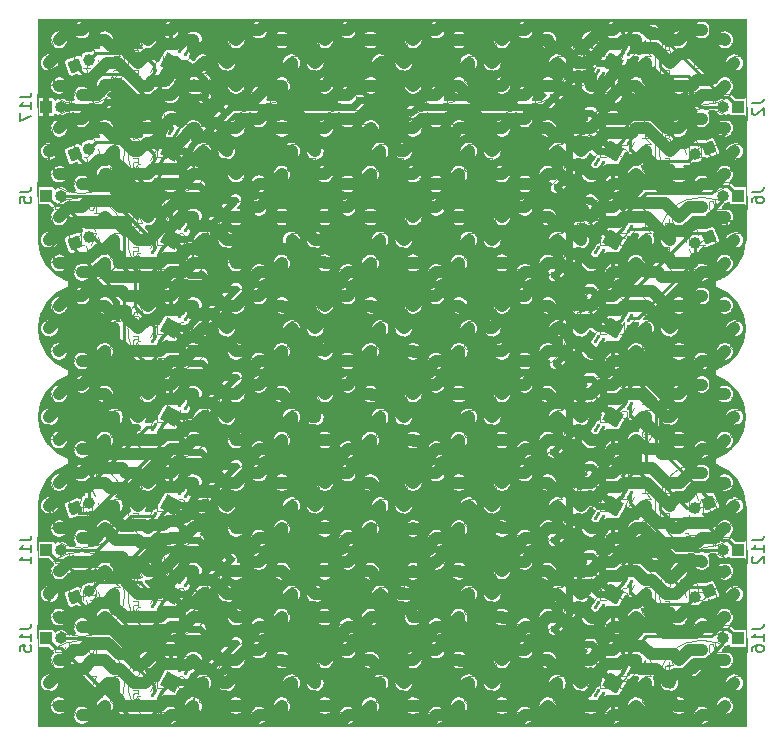
<source format=gbr>
%TF.GenerationSoftware,KiCad,Pcbnew,7.0.1*%
%TF.CreationDate,2023-08-14T10:40:56-04:00*%
%TF.ProjectId,TacTile-B,54616354-696c-4652-9d42-2e6b69636164,rev?*%
%TF.SameCoordinates,Original*%
%TF.FileFunction,Copper,L1,Top*%
%TF.FilePolarity,Positive*%
%FSLAX46Y46*%
G04 Gerber Fmt 4.6, Leading zero omitted, Abs format (unit mm)*
G04 Created by KiCad (PCBNEW 7.0.1) date 2023-08-14 10:40:56*
%MOMM*%
%LPD*%
G01*
G04 APERTURE LIST*
G04 Aperture macros list*
%AMRoundRect*
0 Rectangle with rounded corners*
0 $1 Rounding radius*
0 $2 $3 $4 $5 $6 $7 $8 $9 X,Y pos of 4 corners*
0 Add a 4 corners polygon primitive as box body*
4,1,4,$2,$3,$4,$5,$6,$7,$8,$9,$2,$3,0*
0 Add four circle primitives for the rounded corners*
1,1,$1+$1,$2,$3*
1,1,$1+$1,$4,$5*
1,1,$1+$1,$6,$7*
1,1,$1+$1,$8,$9*
0 Add four rect primitives between the rounded corners*
20,1,$1+$1,$2,$3,$4,$5,0*
20,1,$1+$1,$4,$5,$6,$7,0*
20,1,$1+$1,$6,$7,$8,$9,0*
20,1,$1+$1,$8,$9,$2,$3,0*%
%AMHorizOval*
0 Thick line with rounded ends*
0 $1 width*
0 $2 $3 position (X,Y) of the first rounded end (center of the circle)*
0 $4 $5 position (X,Y) of the second rounded end (center of the circle)*
0 Add line between two ends*
20,1,$1,$2,$3,$4,$5,0*
0 Add two circle primitives to create the rounded ends*
1,1,$1,$2,$3*
1,1,$1,$4,$5*%
%AMRotRect*
0 Rectangle, with rotation*
0 The origin of the aperture is its center*
0 $1 length*
0 $2 width*
0 $3 Rotation angle, in degrees counterclockwise*
0 Add horizontal line*
21,1,$1,$2,0,0,$3*%
G04 Aperture macros list end*
%TA.AperFunction,ComponentPad*%
%ADD10C,1.000000*%
%TD*%
%TA.AperFunction,ComponentPad*%
%ADD11RotRect,1.000000X1.000000X112.000000*%
%TD*%
%TA.AperFunction,ComponentPad*%
%ADD12HorizOval,1.000000X0.000000X0.000000X0.000000X0.000000X0*%
%TD*%
%TA.AperFunction,ComponentPad*%
%ADD13R,1.000000X1.000000*%
%TD*%
%TA.AperFunction,ComponentPad*%
%ADD14O,1.000000X1.000000*%
%TD*%
%TA.AperFunction,ComponentPad*%
%ADD15RotRect,1.000000X1.000000X292.000000*%
%TD*%
%TA.AperFunction,ComponentPad*%
%ADD16HorizOval,1.000000X0.000000X0.000000X0.000000X0.000000X0*%
%TD*%
%TA.AperFunction,ViaPad*%
%ADD17C,0.600000*%
%TD*%
%TA.AperFunction,Conductor*%
%ADD18C,0.600000*%
%TD*%
%TA.AperFunction,Conductor*%
%ADD19C,1.000000*%
%TD*%
%TA.AperFunction,SMDPad,CuDef*%
%ADD20RoundRect,0.062500X0.108373X0.312708X-0.216627X-0.250208X-0.108373X-0.312708X0.216627X0.250208X0*%
%TD*%
%TA.AperFunction,SMDPad,CuDef*%
%ADD21RotRect,1.300000X1.400000X240.000000*%
%TD*%
%TA.AperFunction,SMDPad,CuDef*%
%ADD22RoundRect,0.062500X-0.102899X-0.314552X0.212227X0.253951X0.102899X0.314552X-0.212227X-0.253951X0*%
%TD*%
%TA.AperFunction,SMDPad,CuDef*%
%ADD23RotRect,1.300000X1.400000X61.000000*%
%TD*%
%TA.AperFunction,Conductor*%
%ADD24C,0.250000*%
%TD*%
%TA.AperFunction,Conductor*%
%ADD25C,0.300000*%
%TD*%
%ADD26RoundRect,0.130000X-0.064904X0.187583X-0.194904X-0.037583X0.064904X-0.187583X0.194904X0.037583X0*%
%ADD27RoundRect,0.062500X0.108373X0.312708X-0.216627X-0.250208X-0.108373X-0.312708X0.216627X0.250208X0*%
%ADD28RoundRect,0.130000X0.068168X-0.186422X0.194218X0.040979X-0.068168X0.186422X-0.194218X-0.040979X0*%
%ADD29RoundRect,0.062500X-0.102899X-0.314552X0.212227X0.253951X0.102899X0.314552X-0.212227X-0.253951X0*%
%ADD30C,0.100000*%
%ADD31C,0.150000*%
%ADD32C,0.120000*%
%ADD33C,1.000000*%
%ADD34RotRect,1.000000X1.000000X112.000000*%
%ADD35HorizOval,1.000000X0.000000X0.000000X0.000000X0.000000X0*%
%ADD36R,1.000000X1.000000*%
%ADD37O,1.000000X1.000000*%
%ADD38RotRect,1.000000X1.000000X292.000000*%
%ADD39HorizOval,1.000000X0.000000X0.000000X0.000000X0.000000X0*%
%ADD40RotRect,1.300000X1.400000X240.000000*%
%ADD41RotRect,1.300000X1.400000X61.000000*%
%TA.AperFunction,Profile*%
%ADD42C,0.100000*%
%TD*%
G04 APERTURE END LIST*
D10*
%TO.P,L34,1,A*%
%TO.N,/VIN16*%
X36200000Y-55950000D03*
%TO.P,L34,2,A*%
%TO.N,/VIN17*%
X38140000Y-56760000D03*
%TO.P,L34,3,A*%
%TO.N,/VIN18*%
X38950000Y-58700000D03*
%TO.P,L34,4,A*%
%TO.N,/VIN19*%
X38140000Y-60640000D03*
%TO.P,L34,5,A*%
%TO.N,/VIN16*%
X34260000Y-56760000D03*
%TO.P,L34,6,A*%
%TO.N,/VIN17*%
X33450000Y-58700000D03*
%TO.P,L34,7,A*%
%TO.N,/VIN18*%
X34260000Y-60640000D03*
%TO.P,L34,8,A*%
%TO.N,/VIN19*%
X36200000Y-61450000D03*
%TD*%
%TO.P,L36,1,A*%
%TO.N,/VIN16*%
X51200000Y-55950000D03*
%TO.P,L36,2,A*%
%TO.N,/VIN17*%
X53140000Y-56760000D03*
%TO.P,L36,3,A*%
%TO.N,/VIN18*%
X53950000Y-58700000D03*
%TO.P,L36,4,A*%
%TO.N,/VIN19*%
X53140000Y-60640000D03*
%TO.P,L36,5,A*%
%TO.N,/VIN16*%
X49260000Y-56760000D03*
%TO.P,L36,6,A*%
%TO.N,/VIN17*%
X48450000Y-58700000D03*
%TO.P,L36,7,A*%
%TO.N,/VIN18*%
X49260000Y-60640000D03*
%TO.P,L36,8,A*%
%TO.N,/VIN19*%
X51200000Y-61450000D03*
%TD*%
%TO.P,L55,1,A*%
%TO.N,/VIN24*%
X66200000Y-70950000D03*
%TO.P,L55,2,A*%
%TO.N,/VIN25*%
X68140000Y-71760000D03*
%TO.P,L55,3,A*%
%TO.N,/VIN26*%
X68950000Y-73700000D03*
%TO.P,L55,4,A*%
%TO.N,/VIN27*%
X68140000Y-75640000D03*
%TO.P,L55,5,A*%
%TO.N,/VIN24*%
X64260000Y-71760000D03*
%TO.P,L55,6,A*%
%TO.N,/VIN25*%
X63450000Y-73700000D03*
%TO.P,L55,7,A*%
%TO.N,/VIN26*%
X64260000Y-75640000D03*
%TO.P,L55,8,A*%
%TO.N,/VIN27*%
X66200000Y-76450000D03*
%TD*%
%TO.P,L27,1,A*%
%TO.N,/VIN12*%
X43700000Y-48450000D03*
%TO.P,L27,2,A*%
%TO.N,/VIN13*%
X45640000Y-49260000D03*
%TO.P,L27,3,A*%
%TO.N,/VIN14*%
X46450000Y-51200000D03*
%TO.P,L27,4,A*%
%TO.N,/VIN15*%
X45640000Y-53140000D03*
%TO.P,L27,5,A*%
%TO.N,/VIN12*%
X41760000Y-49260000D03*
%TO.P,L27,6,A*%
%TO.N,/VIN13*%
X40950000Y-51200000D03*
%TO.P,L27,7,A*%
%TO.N,/VIN14*%
X41760000Y-53140000D03*
%TO.P,L27,8,A*%
%TO.N,/VIN15*%
X43700000Y-53950000D03*
%TD*%
%TO.P,L1,1,A*%
%TO.N,/VIN0*%
X28700000Y-25950000D03*
%TO.P,L1,2,A*%
%TO.N,/VIN1*%
X30640000Y-26760000D03*
%TO.P,L1,3,A*%
%TO.N,/VIN2*%
X31450000Y-28700000D03*
%TO.P,L1,4,A*%
%TO.N,/VIN3*%
X30640000Y-30640000D03*
%TO.P,L1,5,A*%
%TO.N,/VIN0*%
X26760000Y-26760000D03*
%TO.P,L1,6,A*%
%TO.N,/VIN1*%
X25950000Y-28700000D03*
%TO.P,L1,7,A*%
%TO.N,/VIN2*%
X26760000Y-30640000D03*
%TO.P,L1,8,A*%
%TO.N,/VIN3*%
X28700000Y-31450000D03*
%TD*%
%TO.P,L30,1,A*%
%TO.N,/VIN12*%
X66200000Y-48450000D03*
%TO.P,L30,2,A*%
%TO.N,/VIN13*%
X68140000Y-49260000D03*
%TO.P,L30,3,A*%
%TO.N,/VIN14*%
X68950000Y-51200000D03*
%TO.P,L30,4,A*%
%TO.N,/VIN15*%
X68140000Y-53140000D03*
%TO.P,L30,5,A*%
%TO.N,/VIN12*%
X64260000Y-49260000D03*
%TO.P,L30,6,A*%
%TO.N,/VIN13*%
X63450000Y-51200000D03*
%TO.P,L30,7,A*%
%TO.N,/VIN14*%
X64260000Y-53140000D03*
%TO.P,L30,8,A*%
%TO.N,/VIN15*%
X66200000Y-53950000D03*
%TD*%
%TO.P,L5,1,A*%
%TO.N,/VIN0*%
X58700000Y-25950000D03*
%TO.P,L5,2,A*%
%TO.N,/VIN1*%
X60640000Y-26760000D03*
%TO.P,L5,3,A*%
%TO.N,/VIN2*%
X61450000Y-28700000D03*
%TO.P,L5,4,A*%
%TO.N,/VIN3*%
X60640000Y-30640000D03*
%TO.P,L5,5,A*%
%TO.N,/VIN0*%
X56760000Y-26760000D03*
%TO.P,L5,6,A*%
%TO.N,/VIN1*%
X55950000Y-28700000D03*
%TO.P,L5,7,A*%
%TO.N,/VIN2*%
X56760000Y-30640000D03*
%TO.P,L5,8,A*%
%TO.N,/VIN3*%
X58700000Y-31450000D03*
%TD*%
%TO.P,L9,1,A*%
%TO.N,/VIN4*%
X28700000Y-33450000D03*
%TO.P,L9,2,A*%
%TO.N,/VIN5*%
X30640000Y-34260000D03*
%TO.P,L9,3,A*%
%TO.N,/VIN6*%
X31450000Y-36200000D03*
%TO.P,L9,4,A*%
%TO.N,/VIN7*%
X30640000Y-38140000D03*
%TO.P,L9,5,A*%
%TO.N,/VIN4*%
X26760000Y-34260000D03*
%TO.P,L9,6,A*%
%TO.N,/VIN5*%
X25950000Y-36200000D03*
%TO.P,L9,7,A*%
%TO.N,/VIN6*%
X26760000Y-38140000D03*
%TO.P,L9,8,A*%
%TO.N,/VIN7*%
X28700000Y-38950000D03*
%TD*%
%TO.P,L33,1,A*%
%TO.N,/VIN16*%
X28700000Y-55950000D03*
%TO.P,L33,2,A*%
%TO.N,/VIN17*%
X30640000Y-56760000D03*
%TO.P,L33,3,A*%
%TO.N,/VIN18*%
X31450000Y-58700000D03*
%TO.P,L33,4,A*%
%TO.N,/VIN19*%
X30640000Y-60640000D03*
%TO.P,L33,5,A*%
%TO.N,/VIN16*%
X26760000Y-56760000D03*
%TO.P,L33,6,A*%
%TO.N,/VIN17*%
X25950000Y-58700000D03*
%TO.P,L33,7,A*%
%TO.N,/VIN18*%
X26760000Y-60640000D03*
%TO.P,L33,8,A*%
%TO.N,/VIN19*%
X28700000Y-61450000D03*
%TD*%
%TO.P,L2,1,A*%
%TO.N,/VIN0*%
X36200000Y-25950000D03*
%TO.P,L2,2,A*%
%TO.N,/VIN1*%
X38140000Y-26760000D03*
%TO.P,L2,3,A*%
%TO.N,/VIN2*%
X38950000Y-28700000D03*
%TO.P,L2,4,A*%
%TO.N,/VIN3*%
X38140000Y-30640000D03*
%TO.P,L2,5,A*%
%TO.N,/VIN0*%
X34260000Y-26760000D03*
%TO.P,L2,6,A*%
%TO.N,/VIN1*%
X33450000Y-28700000D03*
%TO.P,L2,7,A*%
%TO.N,/VIN2*%
X34260000Y-30640000D03*
%TO.P,L2,8,A*%
%TO.N,/VIN3*%
X36200000Y-31450000D03*
%TD*%
%TO.P,L16,1,A*%
%TO.N,/VIN4*%
X81200000Y-33450000D03*
%TO.P,L16,2,A*%
%TO.N,/VIN5*%
X83140000Y-34260000D03*
%TO.P,L16,3,A*%
%TO.N,/VIN6*%
X83950000Y-36200000D03*
%TO.P,L16,4,A*%
%TO.N,/VIN7*%
X83140000Y-38140000D03*
%TO.P,L16,5,A*%
%TO.N,/VIN4*%
X79260000Y-34260000D03*
%TO.P,L16,6,A*%
%TO.N,/VIN5*%
X78450000Y-36200000D03*
%TO.P,L16,7,A*%
%TO.N,/VIN6*%
X79260000Y-38140000D03*
%TO.P,L16,8,A*%
%TO.N,/VIN7*%
X81200000Y-38950000D03*
%TD*%
%TO.P,L18,1,A*%
%TO.N,/VIN8*%
X36200000Y-40950000D03*
%TO.P,L18,2,A*%
%TO.N,/VIN9*%
X38140000Y-41760000D03*
%TO.P,L18,3,A*%
%TO.N,/VIN10*%
X38950000Y-43700000D03*
%TO.P,L18,4,A*%
%TO.N,/VIN11*%
X38140000Y-45640000D03*
%TO.P,L18,5,A*%
%TO.N,/VIN8*%
X34260000Y-41760000D03*
%TO.P,L18,6,A*%
%TO.N,/VIN9*%
X33450000Y-43700000D03*
%TO.P,L18,7,A*%
%TO.N,/VIN10*%
X34260000Y-45640000D03*
%TO.P,L18,8,A*%
%TO.N,/VIN11*%
X36200000Y-46450000D03*
%TD*%
%TO.P,L13,1,A*%
%TO.N,/VIN4*%
X58700000Y-33450000D03*
%TO.P,L13,2,A*%
%TO.N,/VIN5*%
X60640000Y-34260000D03*
%TO.P,L13,3,A*%
%TO.N,/VIN6*%
X61450000Y-36200000D03*
%TO.P,L13,4,A*%
%TO.N,/VIN7*%
X60640000Y-38140000D03*
%TO.P,L13,5,A*%
%TO.N,/VIN4*%
X56760000Y-34260000D03*
%TO.P,L13,6,A*%
%TO.N,/VIN5*%
X55950000Y-36200000D03*
%TO.P,L13,7,A*%
%TO.N,/VIN6*%
X56760000Y-38140000D03*
%TO.P,L13,8,A*%
%TO.N,/VIN7*%
X58700000Y-38950000D03*
%TD*%
%TO.P,L12,1,A*%
%TO.N,/VIN4*%
X51200000Y-33450000D03*
%TO.P,L12,2,A*%
%TO.N,/VIN5*%
X53140000Y-34260000D03*
%TO.P,L12,3,A*%
%TO.N,/VIN6*%
X53950000Y-36200000D03*
%TO.P,L12,4,A*%
%TO.N,/VIN7*%
X53140000Y-38140000D03*
%TO.P,L12,5,A*%
%TO.N,/VIN4*%
X49260000Y-34260000D03*
%TO.P,L12,6,A*%
%TO.N,/VIN5*%
X48450000Y-36200000D03*
%TO.P,L12,7,A*%
%TO.N,/VIN6*%
X49260000Y-38140000D03*
%TO.P,L12,8,A*%
%TO.N,/VIN7*%
X51200000Y-38950000D03*
%TD*%
%TO.P,L37,1,A*%
%TO.N,/VIN16*%
X58700000Y-55950000D03*
%TO.P,L37,2,A*%
%TO.N,/VIN17*%
X60640000Y-56760000D03*
%TO.P,L37,3,A*%
%TO.N,/VIN18*%
X61450000Y-58700000D03*
%TO.P,L37,4,A*%
%TO.N,/VIN19*%
X60640000Y-60640000D03*
%TO.P,L37,5,A*%
%TO.N,/VIN16*%
X56760000Y-56760000D03*
%TO.P,L37,6,A*%
%TO.N,/VIN17*%
X55950000Y-58700000D03*
%TO.P,L37,7,A*%
%TO.N,/VIN18*%
X56760000Y-60640000D03*
%TO.P,L37,8,A*%
%TO.N,/VIN19*%
X58700000Y-61450000D03*
%TD*%
%TO.P,L28,1,A*%
%TO.N,/VIN12*%
X51200000Y-48450000D03*
%TO.P,L28,2,A*%
%TO.N,/VIN13*%
X53140000Y-49260000D03*
%TO.P,L28,3,A*%
%TO.N,/VIN14*%
X53950000Y-51200000D03*
%TO.P,L28,4,A*%
%TO.N,/VIN15*%
X53140000Y-53140000D03*
%TO.P,L28,5,A*%
%TO.N,/VIN12*%
X49260000Y-49260000D03*
%TO.P,L28,6,A*%
%TO.N,/VIN13*%
X48450000Y-51200000D03*
%TO.P,L28,7,A*%
%TO.N,/VIN14*%
X49260000Y-53140000D03*
%TO.P,L28,8,A*%
%TO.N,/VIN15*%
X51200000Y-53950000D03*
%TD*%
%TO.P,L56,1,A*%
%TO.N,/VIN24*%
X73700000Y-70950000D03*
%TO.P,L56,2,A*%
%TO.N,/VIN25*%
X75640000Y-71760000D03*
%TO.P,L56,3,A*%
%TO.N,/VIN26*%
X76450000Y-73700000D03*
%TO.P,L56,4,A*%
%TO.N,/VIN27*%
X75640000Y-75640000D03*
%TO.P,L56,5,A*%
%TO.N,/VIN24*%
X71760000Y-71760000D03*
%TO.P,L56,6,A*%
%TO.N,/VIN25*%
X70950000Y-73700000D03*
%TO.P,L56,7,A*%
%TO.N,/VIN26*%
X71760000Y-75640000D03*
%TO.P,L56,8,A*%
%TO.N,/VIN27*%
X73700000Y-76450000D03*
%TD*%
%TO.P,L41,1,A*%
%TO.N,/VIN20*%
X28700000Y-63450000D03*
%TO.P,L41,2,A*%
%TO.N,/VIN21*%
X30640000Y-64260000D03*
%TO.P,L41,3,A*%
%TO.N,/VIN22*%
X31450000Y-66200000D03*
%TO.P,L41,4,A*%
%TO.N,/VIN23*%
X30640000Y-68140000D03*
%TO.P,L41,5,A*%
%TO.N,/VIN20*%
X26760000Y-64260000D03*
%TO.P,L41,6,A*%
%TO.N,/VIN21*%
X25950000Y-66200000D03*
%TO.P,L41,7,A*%
%TO.N,/VIN22*%
X26760000Y-68140000D03*
%TO.P,L41,8,A*%
%TO.N,/VIN23*%
X28700000Y-68950000D03*
%TD*%
%TO.P,L38,1,A*%
%TO.N,/VIN16*%
X66200000Y-55950000D03*
%TO.P,L38,2,A*%
%TO.N,/VIN17*%
X68140000Y-56760000D03*
%TO.P,L38,3,A*%
%TO.N,/VIN18*%
X68950000Y-58700000D03*
%TO.P,L38,4,A*%
%TO.N,/VIN19*%
X68140000Y-60640000D03*
%TO.P,L38,5,A*%
%TO.N,/VIN16*%
X64260000Y-56760000D03*
%TO.P,L38,6,A*%
%TO.N,/VIN17*%
X63450000Y-58700000D03*
%TO.P,L38,7,A*%
%TO.N,/VIN18*%
X64260000Y-60640000D03*
%TO.P,L38,8,A*%
%TO.N,/VIN19*%
X66200000Y-61450000D03*
%TD*%
%TO.P,L35,1,A*%
%TO.N,/VIN16*%
X43700000Y-55950000D03*
%TO.P,L35,2,A*%
%TO.N,/VIN17*%
X45640000Y-56760000D03*
%TO.P,L35,3,A*%
%TO.N,/VIN18*%
X46450000Y-58700000D03*
%TO.P,L35,4,A*%
%TO.N,/VIN19*%
X45640000Y-60640000D03*
%TO.P,L35,5,A*%
%TO.N,/VIN16*%
X41760000Y-56760000D03*
%TO.P,L35,6,A*%
%TO.N,/VIN17*%
X40950000Y-58700000D03*
%TO.P,L35,7,A*%
%TO.N,/VIN18*%
X41760000Y-60640000D03*
%TO.P,L35,8,A*%
%TO.N,/VIN19*%
X43700000Y-61450000D03*
%TD*%
%TO.P,L44,1,A*%
%TO.N,/VIN20*%
X51200000Y-63450000D03*
%TO.P,L44,2,A*%
%TO.N,/VIN21*%
X53140000Y-64260000D03*
%TO.P,L44,3,A*%
%TO.N,/VIN22*%
X53950000Y-66200000D03*
%TO.P,L44,4,A*%
%TO.N,/VIN23*%
X53140000Y-68140000D03*
%TO.P,L44,5,A*%
%TO.N,/VIN20*%
X49260000Y-64260000D03*
%TO.P,L44,6,A*%
%TO.N,/VIN21*%
X48450000Y-66200000D03*
%TO.P,L44,7,A*%
%TO.N,/VIN22*%
X49260000Y-68140000D03*
%TO.P,L44,8,A*%
%TO.N,/VIN23*%
X51200000Y-68950000D03*
%TD*%
%TO.P,L58,1,A*%
%TO.N,/VIN28*%
X36200000Y-78450000D03*
%TO.P,L58,2,A*%
%TO.N,/VIN29*%
X38140000Y-79260000D03*
%TO.P,L58,3,A*%
%TO.N,/VIN30*%
X38950000Y-81200000D03*
%TO.P,L58,4,A*%
%TO.N,/VIN31*%
X38140000Y-83140000D03*
%TO.P,L58,5,A*%
%TO.N,/VIN28*%
X34260000Y-79260000D03*
%TO.P,L58,6,A*%
%TO.N,/VIN29*%
X33450000Y-81200000D03*
%TO.P,L58,7,A*%
%TO.N,/VIN30*%
X34260000Y-83140000D03*
%TO.P,L58,8,A*%
%TO.N,/VIN31*%
X36200000Y-83950000D03*
%TD*%
%TO.P,L31,1,A*%
%TO.N,/VIN12*%
X73700000Y-48450000D03*
%TO.P,L31,2,A*%
%TO.N,/VIN13*%
X75640000Y-49260000D03*
%TO.P,L31,3,A*%
%TO.N,/VIN14*%
X76450000Y-51200000D03*
%TO.P,L31,4,A*%
%TO.N,/VIN15*%
X75640000Y-53140000D03*
%TO.P,L31,5,A*%
%TO.N,/VIN12*%
X71760000Y-49260000D03*
%TO.P,L31,6,A*%
%TO.N,/VIN13*%
X70950000Y-51200000D03*
%TO.P,L31,7,A*%
%TO.N,/VIN14*%
X71760000Y-53140000D03*
%TO.P,L31,8,A*%
%TO.N,/VIN15*%
X73700000Y-53950000D03*
%TD*%
%TO.P,L50,1,A*%
%TO.N,/VIN24*%
X36200000Y-70950000D03*
%TO.P,L50,2,A*%
%TO.N,/VIN25*%
X38140000Y-71760000D03*
%TO.P,L50,3,A*%
%TO.N,/VIN26*%
X38950000Y-73700000D03*
%TO.P,L50,4,A*%
%TO.N,/VIN27*%
X38140000Y-75640000D03*
%TO.P,L50,5,A*%
%TO.N,/VIN24*%
X34260000Y-71760000D03*
%TO.P,L50,6,A*%
%TO.N,/VIN25*%
X33450000Y-73700000D03*
%TO.P,L50,7,A*%
%TO.N,/VIN26*%
X34260000Y-75640000D03*
%TO.P,L50,8,A*%
%TO.N,/VIN27*%
X36200000Y-76450000D03*
%TD*%
%TO.P,L22,1,A*%
%TO.N,/VIN8*%
X66200000Y-40950000D03*
%TO.P,L22,2,A*%
%TO.N,/VIN9*%
X68140000Y-41760000D03*
%TO.P,L22,3,A*%
%TO.N,/VIN10*%
X68950000Y-43700000D03*
%TO.P,L22,4,A*%
%TO.N,/VIN11*%
X68140000Y-45640000D03*
%TO.P,L22,5,A*%
%TO.N,/VIN8*%
X64260000Y-41760000D03*
%TO.P,L22,6,A*%
%TO.N,/VIN9*%
X63450000Y-43700000D03*
%TO.P,L22,7,A*%
%TO.N,/VIN10*%
X64260000Y-45640000D03*
%TO.P,L22,8,A*%
%TO.N,/VIN11*%
X66200000Y-46450000D03*
%TD*%
%TO.P,L6,1,A*%
%TO.N,/VIN0*%
X66200000Y-25950000D03*
%TO.P,L6,2,A*%
%TO.N,/VIN1*%
X68140000Y-26760000D03*
%TO.P,L6,3,A*%
%TO.N,/VIN2*%
X68950000Y-28700000D03*
%TO.P,L6,4,A*%
%TO.N,/VIN3*%
X68140000Y-30640000D03*
%TO.P,L6,5,A*%
%TO.N,/VIN0*%
X64260000Y-26760000D03*
%TO.P,L6,6,A*%
%TO.N,/VIN1*%
X63450000Y-28700000D03*
%TO.P,L6,7,A*%
%TO.N,/VIN2*%
X64260000Y-30640000D03*
%TO.P,L6,8,A*%
%TO.N,/VIN3*%
X66200000Y-31450000D03*
%TD*%
%TO.P,L26,1,A*%
%TO.N,/VIN12*%
X36200000Y-48450000D03*
%TO.P,L26,2,A*%
%TO.N,/VIN13*%
X38140000Y-49260000D03*
%TO.P,L26,3,A*%
%TO.N,/VIN14*%
X38950000Y-51200000D03*
%TO.P,L26,4,A*%
%TO.N,/VIN15*%
X38140000Y-53140000D03*
%TO.P,L26,5,A*%
%TO.N,/VIN12*%
X34260000Y-49260000D03*
%TO.P,L26,6,A*%
%TO.N,/VIN13*%
X33450000Y-51200000D03*
%TO.P,L26,7,A*%
%TO.N,/VIN14*%
X34260000Y-53140000D03*
%TO.P,L26,8,A*%
%TO.N,/VIN15*%
X36200000Y-53950000D03*
%TD*%
%TO.P,L39,1,A*%
%TO.N,/VIN16*%
X73700000Y-55950000D03*
%TO.P,L39,2,A*%
%TO.N,/VIN17*%
X75640000Y-56760000D03*
%TO.P,L39,3,A*%
%TO.N,/VIN18*%
X76450000Y-58700000D03*
%TO.P,L39,4,A*%
%TO.N,/VIN19*%
X75640000Y-60640000D03*
%TO.P,L39,5,A*%
%TO.N,/VIN16*%
X71760000Y-56760000D03*
%TO.P,L39,6,A*%
%TO.N,/VIN17*%
X70950000Y-58700000D03*
%TO.P,L39,7,A*%
%TO.N,/VIN18*%
X71760000Y-60640000D03*
%TO.P,L39,8,A*%
%TO.N,/VIN19*%
X73700000Y-61450000D03*
%TD*%
%TO.P,L40,1,A*%
%TO.N,/VIN16*%
X81200000Y-55950000D03*
%TO.P,L40,2,A*%
%TO.N,/VIN17*%
X83140000Y-56760000D03*
%TO.P,L40,3,A*%
%TO.N,/VIN18*%
X83950000Y-58700000D03*
%TO.P,L40,4,A*%
%TO.N,/VIN19*%
X83140000Y-60640000D03*
%TO.P,L40,5,A*%
%TO.N,/VIN16*%
X79260000Y-56760000D03*
%TO.P,L40,6,A*%
%TO.N,/VIN17*%
X78450000Y-58700000D03*
%TO.P,L40,7,A*%
%TO.N,/VIN18*%
X79260000Y-60640000D03*
%TO.P,L40,8,A*%
%TO.N,/VIN19*%
X81200000Y-61450000D03*
%TD*%
%TO.P,L53,1,A*%
%TO.N,/VIN24*%
X81200000Y-70950000D03*
%TO.P,L53,2,A*%
%TO.N,/VIN25*%
X83140000Y-71760000D03*
%TO.P,L53,3,A*%
%TO.N,/VIN26*%
X83950000Y-73700000D03*
%TO.P,L53,4,A*%
%TO.N,/VIN27*%
X83140000Y-75640000D03*
%TO.P,L53,5,A*%
%TO.N,/VIN24*%
X79260000Y-71760000D03*
%TO.P,L53,6,A*%
%TO.N,/VIN25*%
X78450000Y-73700000D03*
%TO.P,L53,7,A*%
%TO.N,/VIN26*%
X79260000Y-75640000D03*
%TO.P,L53,8,A*%
%TO.N,/VIN27*%
X81200000Y-76450000D03*
%TD*%
%TO.P,L29,1,A*%
%TO.N,/VIN12*%
X58700000Y-48450000D03*
%TO.P,L29,2,A*%
%TO.N,/VIN13*%
X60640000Y-49260000D03*
%TO.P,L29,3,A*%
%TO.N,/VIN14*%
X61450000Y-51200000D03*
%TO.P,L29,4,A*%
%TO.N,/VIN15*%
X60640000Y-53140000D03*
%TO.P,L29,5,A*%
%TO.N,/VIN12*%
X56760000Y-49260000D03*
%TO.P,L29,6,A*%
%TO.N,/VIN13*%
X55950000Y-51200000D03*
%TO.P,L29,7,A*%
%TO.N,/VIN14*%
X56760000Y-53140000D03*
%TO.P,L29,8,A*%
%TO.N,/VIN15*%
X58700000Y-53950000D03*
%TD*%
%TO.P,L61,1,A*%
%TO.N,/VIN28*%
X58700000Y-78450000D03*
%TO.P,L61,2,A*%
%TO.N,/VIN29*%
X60640000Y-79260000D03*
%TO.P,L61,3,A*%
%TO.N,/VIN30*%
X61450000Y-81200000D03*
%TO.P,L61,4,A*%
%TO.N,/VIN31*%
X60640000Y-83140000D03*
%TO.P,L61,5,A*%
%TO.N,/VIN28*%
X56760000Y-79260000D03*
%TO.P,L61,6,A*%
%TO.N,/VIN29*%
X55950000Y-81200000D03*
%TO.P,L61,7,A*%
%TO.N,/VIN30*%
X56760000Y-83140000D03*
%TO.P,L61,8,A*%
%TO.N,/VIN31*%
X58700000Y-83950000D03*
%TD*%
%TO.P,L3,1,A*%
%TO.N,/VIN0*%
X43700000Y-25950000D03*
%TO.P,L3,2,A*%
%TO.N,/VIN1*%
X45640000Y-26760000D03*
%TO.P,L3,3,A*%
%TO.N,/VIN2*%
X46450000Y-28700000D03*
%TO.P,L3,4,A*%
%TO.N,/VIN3*%
X45640000Y-30640000D03*
%TO.P,L3,5,A*%
%TO.N,/VIN0*%
X41760000Y-26760000D03*
%TO.P,L3,6,A*%
%TO.N,/VIN1*%
X40950000Y-28700000D03*
%TO.P,L3,7,A*%
%TO.N,/VIN2*%
X41760000Y-30640000D03*
%TO.P,L3,8,A*%
%TO.N,/VIN3*%
X43700000Y-31450000D03*
%TD*%
%TO.P,L46,1,A*%
%TO.N,/VIN20*%
X66200000Y-63450000D03*
%TO.P,L46,2,A*%
%TO.N,/VIN21*%
X68140000Y-64260000D03*
%TO.P,L46,3,A*%
%TO.N,/VIN22*%
X68950000Y-66200000D03*
%TO.P,L46,4,A*%
%TO.N,/VIN23*%
X68140000Y-68140000D03*
%TO.P,L46,5,A*%
%TO.N,/VIN20*%
X64260000Y-64260000D03*
%TO.P,L46,6,A*%
%TO.N,/VIN21*%
X63450000Y-66200000D03*
%TO.P,L46,7,A*%
%TO.N,/VIN22*%
X64260000Y-68140000D03*
%TO.P,L46,8,A*%
%TO.N,/VIN23*%
X66200000Y-68950000D03*
%TD*%
%TO.P,L42,1,A*%
%TO.N,/VIN20*%
X36200000Y-63450000D03*
%TO.P,L42,2,A*%
%TO.N,/VIN21*%
X38140000Y-64260000D03*
%TO.P,L42,3,A*%
%TO.N,/VIN22*%
X38950000Y-66200000D03*
%TO.P,L42,4,A*%
%TO.N,/VIN23*%
X38140000Y-68140000D03*
%TO.P,L42,5,A*%
%TO.N,/VIN20*%
X34260000Y-64260000D03*
%TO.P,L42,6,A*%
%TO.N,/VIN21*%
X33450000Y-66200000D03*
%TO.P,L42,7,A*%
%TO.N,/VIN22*%
X34260000Y-68140000D03*
%TO.P,L42,8,A*%
%TO.N,/VIN23*%
X36200000Y-68950000D03*
%TD*%
%TO.P,L20,1,A*%
%TO.N,/VIN8*%
X51200000Y-40950000D03*
%TO.P,L20,2,A*%
%TO.N,/VIN9*%
X53140000Y-41760000D03*
%TO.P,L20,3,A*%
%TO.N,/VIN10*%
X53950000Y-43700000D03*
%TO.P,L20,4,A*%
%TO.N,/VIN11*%
X53140000Y-45640000D03*
%TO.P,L20,5,A*%
%TO.N,/VIN8*%
X49260000Y-41760000D03*
%TO.P,L20,6,A*%
%TO.N,/VIN9*%
X48450000Y-43700000D03*
%TO.P,L20,7,A*%
%TO.N,/VIN10*%
X49260000Y-45640000D03*
%TO.P,L20,8,A*%
%TO.N,/VIN11*%
X51200000Y-46450000D03*
%TD*%
%TO.P,L48,1,A*%
%TO.N,/VIN20*%
X81200000Y-63450000D03*
%TO.P,L48,2,A*%
%TO.N,/VIN21*%
X83140000Y-64260000D03*
%TO.P,L48,3,A*%
%TO.N,/VIN22*%
X83950000Y-66200000D03*
%TO.P,L48,4,A*%
%TO.N,/VIN23*%
X83140000Y-68140000D03*
%TO.P,L48,5,A*%
%TO.N,/VIN20*%
X79260000Y-64260000D03*
%TO.P,L48,6,A*%
%TO.N,/VIN21*%
X78450000Y-66200000D03*
%TO.P,L48,7,A*%
%TO.N,/VIN22*%
X79260000Y-68140000D03*
%TO.P,L48,8,A*%
%TO.N,/VIN23*%
X81200000Y-68950000D03*
%TD*%
%TO.P,L7,1,A*%
%TO.N,/VIN0*%
X73700000Y-25950000D03*
%TO.P,L7,2,A*%
%TO.N,/VIN1*%
X75640000Y-26760000D03*
%TO.P,L7,3,A*%
%TO.N,/VIN2*%
X76450000Y-28700000D03*
%TO.P,L7,4,A*%
%TO.N,/VIN3*%
X75640000Y-30640000D03*
%TO.P,L7,5,A*%
%TO.N,/VIN0*%
X71760000Y-26760000D03*
%TO.P,L7,6,A*%
%TO.N,/VIN1*%
X70950000Y-28700000D03*
%TO.P,L7,7,A*%
%TO.N,/VIN2*%
X71760000Y-30640000D03*
%TO.P,L7,8,A*%
%TO.N,/VIN3*%
X73700000Y-31450000D03*
%TD*%
%TO.P,L25,1,A*%
%TO.N,/VIN12*%
X28700000Y-48450000D03*
%TO.P,L25,2,A*%
%TO.N,/VIN13*%
X30640000Y-49260000D03*
%TO.P,L25,3,A*%
%TO.N,/VIN14*%
X31450000Y-51200000D03*
%TO.P,L25,4,A*%
%TO.N,/VIN15*%
X30640000Y-53140000D03*
%TO.P,L25,5,A*%
%TO.N,/VIN12*%
X26760000Y-49260000D03*
%TO.P,L25,6,A*%
%TO.N,/VIN13*%
X25950000Y-51200000D03*
%TO.P,L25,7,A*%
%TO.N,/VIN14*%
X26760000Y-53140000D03*
%TO.P,L25,8,A*%
%TO.N,/VIN15*%
X28700000Y-53950000D03*
%TD*%
%TO.P,L59,1,A*%
%TO.N,/VIN28*%
X43700000Y-78450000D03*
%TO.P,L59,2,A*%
%TO.N,/VIN29*%
X45640000Y-79260000D03*
%TO.P,L59,3,A*%
%TO.N,/VIN30*%
X46450000Y-81200000D03*
%TO.P,L59,4,A*%
%TO.N,/VIN31*%
X45640000Y-83140000D03*
%TO.P,L59,5,A*%
%TO.N,/VIN28*%
X41760000Y-79260000D03*
%TO.P,L59,6,A*%
%TO.N,/VIN29*%
X40950000Y-81200000D03*
%TO.P,L59,7,A*%
%TO.N,/VIN30*%
X41760000Y-83140000D03*
%TO.P,L59,8,A*%
%TO.N,/VIN31*%
X43700000Y-83950000D03*
%TD*%
%TO.P,L8,1,A*%
%TO.N,/VIN0*%
X81200000Y-25950000D03*
%TO.P,L8,2,A*%
%TO.N,/VIN1*%
X83140000Y-26760000D03*
%TO.P,L8,3,A*%
%TO.N,/VIN2*%
X83950000Y-28700000D03*
%TO.P,L8,4,A*%
%TO.N,/VIN3*%
X83140000Y-30640000D03*
%TO.P,L8,5,A*%
%TO.N,/VIN0*%
X79260000Y-26760000D03*
%TO.P,L8,6,A*%
%TO.N,/VIN1*%
X78450000Y-28700000D03*
%TO.P,L8,7,A*%
%TO.N,/VIN2*%
X79260000Y-30640000D03*
%TO.P,L8,8,A*%
%TO.N,/VIN3*%
X81200000Y-31450000D03*
%TD*%
%TO.P,L64,1,A*%
%TO.N,/VIN28*%
X81200000Y-78450000D03*
%TO.P,L64,2,A*%
%TO.N,/VIN29*%
X83140000Y-79260000D03*
%TO.P,L64,3,A*%
%TO.N,/VIN30*%
X83950000Y-81200000D03*
%TO.P,L64,4,A*%
%TO.N,/VIN31*%
X83140000Y-83140000D03*
%TO.P,L64,5,A*%
%TO.N,/VIN28*%
X79260000Y-79260000D03*
%TO.P,L64,6,A*%
%TO.N,/VIN29*%
X78450000Y-81200000D03*
%TO.P,L64,7,A*%
%TO.N,/VIN30*%
X79260000Y-83140000D03*
%TO.P,L64,8,A*%
%TO.N,/VIN31*%
X81200000Y-83950000D03*
%TD*%
%TO.P,L11,1,A*%
%TO.N,/VIN4*%
X43700000Y-33450000D03*
%TO.P,L11,2,A*%
%TO.N,/VIN5*%
X45640000Y-34260000D03*
%TO.P,L11,3,A*%
%TO.N,/VIN6*%
X46450000Y-36200000D03*
%TO.P,L11,4,A*%
%TO.N,/VIN7*%
X45640000Y-38140000D03*
%TO.P,L11,5,A*%
%TO.N,/VIN4*%
X41760000Y-34260000D03*
%TO.P,L11,6,A*%
%TO.N,/VIN5*%
X40950000Y-36200000D03*
%TO.P,L11,7,A*%
%TO.N,/VIN6*%
X41760000Y-38140000D03*
%TO.P,L11,8,A*%
%TO.N,/VIN7*%
X43700000Y-38950000D03*
%TD*%
%TO.P,L15,1,A*%
%TO.N,/VIN4*%
X73700000Y-33450000D03*
%TO.P,L15,2,A*%
%TO.N,/VIN5*%
X75640000Y-34260000D03*
%TO.P,L15,3,A*%
%TO.N,/VIN6*%
X76450000Y-36200000D03*
%TO.P,L15,4,A*%
%TO.N,/VIN7*%
X75640000Y-38140000D03*
%TO.P,L15,5,A*%
%TO.N,/VIN4*%
X71760000Y-34260000D03*
%TO.P,L15,6,A*%
%TO.N,/VIN5*%
X70950000Y-36200000D03*
%TO.P,L15,7,A*%
%TO.N,/VIN6*%
X71760000Y-38140000D03*
%TO.P,L15,8,A*%
%TO.N,/VIN7*%
X73700000Y-38950000D03*
%TD*%
%TO.P,L45,1,A*%
%TO.N,/VIN20*%
X58700000Y-63450000D03*
%TO.P,L45,2,A*%
%TO.N,/VIN21*%
X60640000Y-64260000D03*
%TO.P,L45,3,A*%
%TO.N,/VIN22*%
X61450000Y-66200000D03*
%TO.P,L45,4,A*%
%TO.N,/VIN23*%
X60640000Y-68140000D03*
%TO.P,L45,5,A*%
%TO.N,/VIN20*%
X56760000Y-64260000D03*
%TO.P,L45,6,A*%
%TO.N,/VIN21*%
X55950000Y-66200000D03*
%TO.P,L45,7,A*%
%TO.N,/VIN22*%
X56760000Y-68140000D03*
%TO.P,L45,8,A*%
%TO.N,/VIN23*%
X58700000Y-68950000D03*
%TD*%
%TO.P,L10,1,A*%
%TO.N,/VIN4*%
X36200000Y-33450000D03*
%TO.P,L10,2,A*%
%TO.N,/VIN5*%
X38140000Y-34260000D03*
%TO.P,L10,3,A*%
%TO.N,/VIN6*%
X38950000Y-36200000D03*
%TO.P,L10,4,A*%
%TO.N,/VIN7*%
X38140000Y-38140000D03*
%TO.P,L10,5,A*%
%TO.N,/VIN4*%
X34260000Y-34260000D03*
%TO.P,L10,6,A*%
%TO.N,/VIN5*%
X33450000Y-36200000D03*
%TO.P,L10,7,A*%
%TO.N,/VIN6*%
X34260000Y-38140000D03*
%TO.P,L10,8,A*%
%TO.N,/VIN7*%
X36200000Y-38950000D03*
%TD*%
%TO.P,L47,1,A*%
%TO.N,/VIN20*%
X73700000Y-63450000D03*
%TO.P,L47,2,A*%
%TO.N,/VIN21*%
X75640000Y-64260000D03*
%TO.P,L47,3,A*%
%TO.N,/VIN22*%
X76450000Y-66200000D03*
%TO.P,L47,4,A*%
%TO.N,/VIN23*%
X75640000Y-68140000D03*
%TO.P,L47,5,A*%
%TO.N,/VIN20*%
X71760000Y-64260000D03*
%TO.P,L47,6,A*%
%TO.N,/VIN21*%
X70950000Y-66200000D03*
%TO.P,L47,7,A*%
%TO.N,/VIN22*%
X71760000Y-68140000D03*
%TO.P,L47,8,A*%
%TO.N,/VIN23*%
X73700000Y-68950000D03*
%TD*%
%TO.P,L54,1,A*%
%TO.N,/VIN24*%
X58700000Y-70950000D03*
%TO.P,L54,2,A*%
%TO.N,/VIN25*%
X60640000Y-71760000D03*
%TO.P,L54,3,A*%
%TO.N,/VIN26*%
X61450000Y-73700000D03*
%TO.P,L54,4,A*%
%TO.N,/VIN27*%
X60640000Y-75640000D03*
%TO.P,L54,5,A*%
%TO.N,/VIN24*%
X56760000Y-71760000D03*
%TO.P,L54,6,A*%
%TO.N,/VIN25*%
X55950000Y-73700000D03*
%TO.P,L54,7,A*%
%TO.N,/VIN26*%
X56760000Y-75640000D03*
%TO.P,L54,8,A*%
%TO.N,/VIN27*%
X58700000Y-76450000D03*
%TD*%
%TO.P,L19,1,A*%
%TO.N,/VIN8*%
X43700000Y-40950000D03*
%TO.P,L19,2,A*%
%TO.N,/VIN9*%
X45640000Y-41760000D03*
%TO.P,L19,3,A*%
%TO.N,/VIN10*%
X46450000Y-43700000D03*
%TO.P,L19,4,A*%
%TO.N,/VIN11*%
X45640000Y-45640000D03*
%TO.P,L19,5,A*%
%TO.N,/VIN8*%
X41760000Y-41760000D03*
%TO.P,L19,6,A*%
%TO.N,/VIN9*%
X40950000Y-43700000D03*
%TO.P,L19,7,A*%
%TO.N,/VIN10*%
X41760000Y-45640000D03*
%TO.P,L19,8,A*%
%TO.N,/VIN11*%
X43700000Y-46450000D03*
%TD*%
%TO.P,L32,1,A*%
%TO.N,/VIN12*%
X81200000Y-48450000D03*
%TO.P,L32,2,A*%
%TO.N,/VIN13*%
X83140000Y-49260000D03*
%TO.P,L32,3,A*%
%TO.N,/VIN14*%
X83950000Y-51200000D03*
%TO.P,L32,4,A*%
%TO.N,/VIN15*%
X83140000Y-53140000D03*
%TO.P,L32,5,A*%
%TO.N,/VIN12*%
X79260000Y-49260000D03*
%TO.P,L32,6,A*%
%TO.N,/VIN13*%
X78450000Y-51200000D03*
%TO.P,L32,7,A*%
%TO.N,/VIN14*%
X79260000Y-53140000D03*
%TO.P,L32,8,A*%
%TO.N,/VIN15*%
X81200000Y-53950000D03*
%TD*%
%TO.P,L60,1,A*%
%TO.N,/VIN28*%
X51200000Y-78450000D03*
%TO.P,L60,2,A*%
%TO.N,/VIN29*%
X53140000Y-79260000D03*
%TO.P,L60,3,A*%
%TO.N,/VIN30*%
X53950000Y-81200000D03*
%TO.P,L60,4,A*%
%TO.N,/VIN31*%
X53140000Y-83140000D03*
%TO.P,L60,5,A*%
%TO.N,/VIN28*%
X49260000Y-79260000D03*
%TO.P,L60,6,A*%
%TO.N,/VIN29*%
X48450000Y-81200000D03*
%TO.P,L60,7,A*%
%TO.N,/VIN30*%
X49260000Y-83140000D03*
%TO.P,L60,8,A*%
%TO.N,/VIN31*%
X51200000Y-83950000D03*
%TD*%
%TO.P,L62,1,A*%
%TO.N,/VIN28*%
X66200000Y-78450000D03*
%TO.P,L62,2,A*%
%TO.N,/VIN29*%
X68140000Y-79260000D03*
%TO.P,L62,3,A*%
%TO.N,/VIN30*%
X68950000Y-81200000D03*
%TO.P,L62,4,A*%
%TO.N,/VIN31*%
X68140000Y-83140000D03*
%TO.P,L62,5,A*%
%TO.N,/VIN28*%
X64260000Y-79260000D03*
%TO.P,L62,6,A*%
%TO.N,/VIN29*%
X63450000Y-81200000D03*
%TO.P,L62,7,A*%
%TO.N,/VIN30*%
X64260000Y-83140000D03*
%TO.P,L62,8,A*%
%TO.N,/VIN31*%
X66200000Y-83950000D03*
%TD*%
%TO.P,L17,1,A*%
%TO.N,/VIN8*%
X28700000Y-40950000D03*
%TO.P,L17,2,A*%
%TO.N,/VIN9*%
X30640000Y-41760000D03*
%TO.P,L17,3,A*%
%TO.N,/VIN10*%
X31450000Y-43700000D03*
%TO.P,L17,4,A*%
%TO.N,/VIN11*%
X30640000Y-45640000D03*
%TO.P,L17,5,A*%
%TO.N,/VIN8*%
X26760000Y-41760000D03*
%TO.P,L17,6,A*%
%TO.N,/VIN9*%
X25950000Y-43700000D03*
%TO.P,L17,7,A*%
%TO.N,/VIN10*%
X26760000Y-45640000D03*
%TO.P,L17,8,A*%
%TO.N,/VIN11*%
X28700000Y-46450000D03*
%TD*%
%TO.P,L49,1,A*%
%TO.N,/VIN24*%
X28700000Y-70950000D03*
%TO.P,L49,2,A*%
%TO.N,/VIN25*%
X30640000Y-71760000D03*
%TO.P,L49,3,A*%
%TO.N,/VIN26*%
X31450000Y-73700000D03*
%TO.P,L49,4,A*%
%TO.N,/VIN27*%
X30640000Y-75640000D03*
%TO.P,L49,5,A*%
%TO.N,/VIN24*%
X26760000Y-71760000D03*
%TO.P,L49,6,A*%
%TO.N,/VIN25*%
X25950000Y-73700000D03*
%TO.P,L49,7,A*%
%TO.N,/VIN26*%
X26760000Y-75640000D03*
%TO.P,L49,8,A*%
%TO.N,/VIN27*%
X28700000Y-76450000D03*
%TD*%
%TO.P,L21,1,A*%
%TO.N,/VIN8*%
X58700000Y-40950000D03*
%TO.P,L21,2,A*%
%TO.N,/VIN9*%
X60640000Y-41760000D03*
%TO.P,L21,3,A*%
%TO.N,/VIN10*%
X61450000Y-43700000D03*
%TO.P,L21,4,A*%
%TO.N,/VIN11*%
X60640000Y-45640000D03*
%TO.P,L21,5,A*%
%TO.N,/VIN8*%
X56760000Y-41760000D03*
%TO.P,L21,6,A*%
%TO.N,/VIN9*%
X55950000Y-43700000D03*
%TO.P,L21,7,A*%
%TO.N,/VIN10*%
X56760000Y-45640000D03*
%TO.P,L21,8,A*%
%TO.N,/VIN11*%
X58700000Y-46450000D03*
%TD*%
%TO.P,L51,1,A*%
%TO.N,/VIN24*%
X43700000Y-70950000D03*
%TO.P,L51,2,A*%
%TO.N,/VIN25*%
X45640000Y-71760000D03*
%TO.P,L51,3,A*%
%TO.N,/VIN26*%
X46450000Y-73700000D03*
%TO.P,L51,4,A*%
%TO.N,/VIN27*%
X45640000Y-75640000D03*
%TO.P,L51,5,A*%
%TO.N,/VIN24*%
X41760000Y-71760000D03*
%TO.P,L51,6,A*%
%TO.N,/VIN25*%
X40950000Y-73700000D03*
%TO.P,L51,7,A*%
%TO.N,/VIN26*%
X41760000Y-75640000D03*
%TO.P,L51,8,A*%
%TO.N,/VIN27*%
X43700000Y-76450000D03*
%TD*%
%TO.P,L23,1,A*%
%TO.N,/VIN8*%
X73700000Y-40950000D03*
%TO.P,L23,2,A*%
%TO.N,/VIN9*%
X75640000Y-41760000D03*
%TO.P,L23,3,A*%
%TO.N,/VIN10*%
X76450000Y-43700000D03*
%TO.P,L23,4,A*%
%TO.N,/VIN11*%
X75640000Y-45640000D03*
%TO.P,L23,5,A*%
%TO.N,/VIN8*%
X71760000Y-41760000D03*
%TO.P,L23,6,A*%
%TO.N,/VIN9*%
X70950000Y-43700000D03*
%TO.P,L23,7,A*%
%TO.N,/VIN10*%
X71760000Y-45640000D03*
%TO.P,L23,8,A*%
%TO.N,/VIN11*%
X73700000Y-46450000D03*
%TD*%
%TO.P,L24,1,A*%
%TO.N,/VIN8*%
X81200000Y-40950000D03*
%TO.P,L24,2,A*%
%TO.N,/VIN9*%
X83140000Y-41760000D03*
%TO.P,L24,3,A*%
%TO.N,/VIN10*%
X83950000Y-43700000D03*
%TO.P,L24,4,A*%
%TO.N,/VIN11*%
X83140000Y-45640000D03*
%TO.P,L24,5,A*%
%TO.N,/VIN8*%
X79260000Y-41760000D03*
%TO.P,L24,6,A*%
%TO.N,/VIN9*%
X78450000Y-43700000D03*
%TO.P,L24,7,A*%
%TO.N,/VIN10*%
X79260000Y-45640000D03*
%TO.P,L24,8,A*%
%TO.N,/VIN11*%
X81200000Y-46450000D03*
%TD*%
%TO.P,L4,1,A*%
%TO.N,/VIN0*%
X51200000Y-25950000D03*
%TO.P,L4,2,A*%
%TO.N,/VIN1*%
X53140000Y-26760000D03*
%TO.P,L4,3,A*%
%TO.N,/VIN2*%
X53950000Y-28700000D03*
%TO.P,L4,4,A*%
%TO.N,/VIN3*%
X53140000Y-30640000D03*
%TO.P,L4,5,A*%
%TO.N,/VIN0*%
X49260000Y-26760000D03*
%TO.P,L4,6,A*%
%TO.N,/VIN1*%
X48450000Y-28700000D03*
%TO.P,L4,7,A*%
%TO.N,/VIN2*%
X49260000Y-30640000D03*
%TO.P,L4,8,A*%
%TO.N,/VIN3*%
X51200000Y-31450000D03*
%TD*%
%TO.P,L63,1,A*%
%TO.N,/VIN28*%
X73700000Y-78450000D03*
%TO.P,L63,2,A*%
%TO.N,/VIN29*%
X75640000Y-79260000D03*
%TO.P,L63,3,A*%
%TO.N,/VIN30*%
X76450000Y-81200000D03*
%TO.P,L63,4,A*%
%TO.N,/VIN31*%
X75640000Y-83140000D03*
%TO.P,L63,5,A*%
%TO.N,/VIN28*%
X71760000Y-79260000D03*
%TO.P,L63,6,A*%
%TO.N,/VIN29*%
X70950000Y-81200000D03*
%TO.P,L63,7,A*%
%TO.N,/VIN30*%
X71760000Y-83140000D03*
%TO.P,L63,8,A*%
%TO.N,/VIN31*%
X73700000Y-83950000D03*
%TD*%
%TO.P,L57,1,A*%
%TO.N,/VIN28*%
X28700000Y-78450000D03*
%TO.P,L57,2,A*%
%TO.N,/VIN29*%
X30640000Y-79260000D03*
%TO.P,L57,3,A*%
%TO.N,/VIN30*%
X31450000Y-81200000D03*
%TO.P,L57,4,A*%
%TO.N,/VIN31*%
X30640000Y-83140000D03*
%TO.P,L57,5,A*%
%TO.N,/VIN28*%
X26760000Y-79260000D03*
%TO.P,L57,6,A*%
%TO.N,/VIN29*%
X25950000Y-81200000D03*
%TO.P,L57,7,A*%
%TO.N,/VIN30*%
X26760000Y-83140000D03*
%TO.P,L57,8,A*%
%TO.N,/VIN31*%
X28700000Y-83950000D03*
%TD*%
%TO.P,L14,1,A*%
%TO.N,/VIN4*%
X66200000Y-33450000D03*
%TO.P,L14,2,A*%
%TO.N,/VIN5*%
X68140000Y-34260000D03*
%TO.P,L14,3,A*%
%TO.N,/VIN6*%
X68950000Y-36200000D03*
%TO.P,L14,4,A*%
%TO.N,/VIN7*%
X68140000Y-38140000D03*
%TO.P,L14,5,A*%
%TO.N,/VIN4*%
X64260000Y-34260000D03*
%TO.P,L14,6,A*%
%TO.N,/VIN5*%
X63450000Y-36200000D03*
%TO.P,L14,7,A*%
%TO.N,/VIN6*%
X64260000Y-38140000D03*
%TO.P,L14,8,A*%
%TO.N,/VIN7*%
X66200000Y-38950000D03*
%TD*%
%TO.P,L52,1,A*%
%TO.N,/VIN24*%
X51200000Y-70950000D03*
%TO.P,L52,2,A*%
%TO.N,/VIN25*%
X53140000Y-71760000D03*
%TO.P,L52,3,A*%
%TO.N,/VIN26*%
X53950000Y-73700000D03*
%TO.P,L52,4,A*%
%TO.N,/VIN27*%
X53140000Y-75640000D03*
%TO.P,L52,5,A*%
%TO.N,/VIN24*%
X49260000Y-71760000D03*
%TO.P,L52,6,A*%
%TO.N,/VIN25*%
X48450000Y-73700000D03*
%TO.P,L52,7,A*%
%TO.N,/VIN26*%
X49260000Y-75640000D03*
%TO.P,L52,8,A*%
%TO.N,/VIN27*%
X51200000Y-76450000D03*
%TD*%
%TO.P,L43,1,A*%
%TO.N,/VIN20*%
X43700000Y-63450000D03*
%TO.P,L43,2,A*%
%TO.N,/VIN21*%
X45640000Y-64260000D03*
%TO.P,L43,3,A*%
%TO.N,/VIN22*%
X46450000Y-66200000D03*
%TO.P,L43,4,A*%
%TO.N,/VIN23*%
X45640000Y-68140000D03*
%TO.P,L43,5,A*%
%TO.N,/VIN20*%
X41760000Y-64260000D03*
%TO.P,L43,6,A*%
%TO.N,/VIN21*%
X40950000Y-66200000D03*
%TO.P,L43,7,A*%
%TO.N,/VIN22*%
X41760000Y-68140000D03*
%TO.P,L43,8,A*%
%TO.N,/VIN23*%
X43700000Y-68950000D03*
%TD*%
D11*
%TO.P,J10,1,Pin_1*%
%TO.N,/INP18*%
X81802670Y-65956506D03*
D12*
%TO.P,J10,2,Pin_2*%
%TO.N,/INP19*%
X80625147Y-66432256D03*
%TD*%
D13*
%TO.P,J17,1,Pin_1*%
%TO.N,/VIN*%
X25650000Y-32450000D03*
D14*
%TO.P,J17,2,Pin_2*%
%TO.N,/GND*%
X26920000Y-32450000D03*
%TD*%
D11*
%TO.P,J4,1,Pin_1*%
%TO.N,/INP6*%
X81802670Y-35956506D03*
D12*
%TO.P,J4,2,Pin_2*%
%TO.N,/INP7*%
X80625147Y-36432256D03*
%TD*%
D15*
%TO.P,J3,1,Pin_1*%
%TO.N,/INP5*%
X28097331Y-36443494D03*
D16*
%TO.P,J3,2,Pin_2*%
%TO.N,/INP4*%
X29274854Y-35967744D03*
%TD*%
D13*
%TO.P,J12,1,Pin_1*%
%TO.N,/INP22*%
X84250000Y-69950000D03*
D14*
%TO.P,J12,2,Pin_2*%
%TO.N,/INP23*%
X82980000Y-69950000D03*
%TD*%
D15*
%TO.P,J13,1,Pin_1*%
%TO.N,/INP25*%
X28097331Y-73943494D03*
D16*
%TO.P,J13,2,Pin_2*%
%TO.N,/INP24*%
X29274854Y-73467744D03*
%TD*%
D15*
%TO.P,J1,1,Pin_1*%
%TO.N,/INP1*%
X28097331Y-28943494D03*
D16*
%TO.P,J1,2,Pin_2*%
%TO.N,/INP0*%
X29274854Y-28467744D03*
%TD*%
D13*
%TO.P,J15,1,Pin_1*%
%TO.N,/INP29*%
X25650000Y-77450000D03*
D14*
%TO.P,J15,2,Pin_2*%
%TO.N,/INP28*%
X26920000Y-77450000D03*
%TD*%
D13*
%TO.P,J5,1,Pin_1*%
%TO.N,/INP9*%
X25650000Y-39950000D03*
D14*
%TO.P,J5,2,Pin_2*%
%TO.N,/INP8*%
X26920000Y-39950000D03*
%TD*%
D11*
%TO.P,J8,1,Pin_1*%
%TO.N,/INP14*%
X81802670Y-43456506D03*
D12*
%TO.P,J8,2,Pin_2*%
%TO.N,/INP15*%
X80625147Y-43932256D03*
%TD*%
D13*
%TO.P,J2,1,Pin_1*%
%TO.N,/INP2*%
X84250000Y-32450000D03*
D14*
%TO.P,J2,2,Pin_2*%
%TO.N,/INP3*%
X82980000Y-32450000D03*
%TD*%
D13*
%TO.P,J16,1,Pin_1*%
%TO.N,/INP30*%
X84250000Y-77450000D03*
D14*
%TO.P,J16,2,Pin_2*%
%TO.N,/INP31*%
X82980000Y-77450000D03*
%TD*%
D13*
%TO.P,J6,1,Pin_1*%
%TO.N,/INP10*%
X84250000Y-39950000D03*
D14*
%TO.P,J6,2,Pin_2*%
%TO.N,/INP11*%
X82980000Y-39950000D03*
%TD*%
D15*
%TO.P,J7,1,Pin_1*%
%TO.N,/INP13*%
X28097331Y-43943494D03*
D16*
%TO.P,J7,2,Pin_2*%
%TO.N,/INP12*%
X29274854Y-43467744D03*
%TD*%
D15*
%TO.P,J9,1,Pin_1*%
%TO.N,/INP17*%
X28097331Y-66443494D03*
D16*
%TO.P,J9,2,Pin_2*%
%TO.N,/INP16*%
X29274854Y-65967744D03*
%TD*%
D11*
%TO.P,J14,1,Pin_1*%
%TO.N,/INP26*%
X81802670Y-73456506D03*
D12*
%TO.P,J14,2,Pin_2*%
%TO.N,/INP27*%
X80625147Y-73932256D03*
%TD*%
D13*
%TO.P,J11,1,Pin_1*%
%TO.N,/INP21*%
X25650000Y-69950000D03*
D14*
%TO.P,J11,2,Pin_2*%
%TO.N,/INP20*%
X26920000Y-69950000D03*
%TD*%
D17*
%TO.N,/GND*%
X71651687Y-55454806D03*
X41766993Y-77839500D03*
X71656994Y-70449499D03*
X41700000Y-40339500D03*
X71766993Y-40339500D03*
X71656994Y-62949499D03*
X38876286Y-54139500D03*
X71656994Y-77949499D03*
X30783181Y-32039500D03*
X38671754Y-76639500D03*
X68700000Y-46700000D03*
X56677158Y-32840000D03*
X38950000Y-31639500D03*
X71656994Y-47949499D03*
X52200000Y-31900000D03*
X41766993Y-62839500D03*
X71678246Y-32928246D03*
X41766993Y-47839500D03*
X38549325Y-69144182D03*
X68657545Y-76639500D03*
X38771953Y-61637392D03*
X68890524Y-39251088D03*
X68623212Y-31639500D03*
X41766993Y-55339500D03*
X68700000Y-69139500D03*
X68800000Y-54139500D03*
X38828386Y-46632109D03*
X68596754Y-61639500D03*
X41329873Y-70760500D03*
X40849259Y-33002282D03*
X38657545Y-39139500D03*
%TD*%
D18*
%TO.N,/GND*%
X40832316Y-70262943D02*
X41329873Y-70760500D01*
X38950000Y-31639500D02*
X37424714Y-31639500D01*
X40014215Y-54600001D02*
X39336787Y-54600001D01*
X70816076Y-55454806D02*
X69961271Y-54600001D01*
X40753714Y-55339500D02*
X40014215Y-54600001D01*
X71766993Y-40339500D02*
X70700770Y-40339500D01*
X71656994Y-77949499D02*
X70810769Y-77949499D01*
X35561271Y-32449999D02*
X35090433Y-32920837D01*
X70810769Y-77949499D02*
X69961271Y-77100001D01*
X69118046Y-77100001D02*
X68657545Y-76639500D01*
X39296278Y-47100001D02*
X38828386Y-46632109D01*
X71656994Y-70449499D02*
X70810769Y-70449499D01*
X32291270Y-32800000D02*
X31530770Y-32039500D01*
X70810769Y-47949499D02*
X69961271Y-47100001D01*
X69104464Y-32120752D02*
X68623212Y-31639500D01*
X40849259Y-33002282D02*
X39946978Y-32100001D01*
X41766993Y-55339500D02*
X40753714Y-55339500D01*
X41766993Y-77839500D02*
X40848230Y-77839500D01*
X40061270Y-39700000D02*
X39218045Y-39700000D01*
X69961271Y-77100001D02*
X69118046Y-77100001D01*
X31530770Y-32039500D02*
X30783181Y-32039500D01*
X70789516Y-32928246D02*
X69982022Y-32120752D01*
X40014215Y-47100001D02*
X39296278Y-47100001D01*
X70700770Y-40339500D02*
X70005635Y-39644365D01*
X69961271Y-69600001D02*
X69160501Y-69600001D01*
X39218045Y-39700000D02*
X38657545Y-39139500D01*
X39132255Y-77100001D02*
X38671754Y-76639500D01*
X69057255Y-62100001D02*
X68596754Y-61639500D01*
X39754213Y-70262943D02*
X40832316Y-70262943D01*
X40753714Y-62839500D02*
X40014215Y-62100001D01*
X40014215Y-62100001D02*
X39234562Y-62100001D01*
X71678246Y-32928246D02*
X70789516Y-32928246D01*
X71651687Y-55454806D02*
X70816076Y-55454806D01*
X69260501Y-54600001D02*
X68800000Y-54139500D01*
X40108731Y-77100001D02*
X39132255Y-77100001D01*
X35090433Y-32920837D02*
X32979163Y-32920837D01*
X71656994Y-62949499D02*
X70863713Y-62949499D01*
X40848230Y-77839500D02*
X40108731Y-77100001D01*
X69982022Y-32120752D02*
X69104464Y-32120752D01*
X41766993Y-62839500D02*
X40753714Y-62839500D01*
X39336787Y-54600001D02*
X38876286Y-54139500D01*
X40700770Y-40339500D02*
X40061270Y-39700000D01*
X40753714Y-47839500D02*
X40014215Y-47100001D01*
X69100001Y-47100001D02*
X68700000Y-46700000D01*
X69160501Y-69600001D02*
X68700000Y-69139500D01*
X69961271Y-47100001D02*
X69100001Y-47100001D01*
X69961271Y-54600001D02*
X69260501Y-54600001D01*
X55848731Y-32840001D02*
X56677158Y-32840000D01*
X55704365Y-32695635D02*
X55848731Y-32840001D01*
X70005635Y-39644365D02*
X69283801Y-39644365D01*
X70863713Y-62949499D02*
X70014215Y-62100001D01*
X39410501Y-32100001D02*
X38950000Y-31639500D01*
X69283801Y-39644365D02*
X68890524Y-39251088D01*
X32979163Y-32920837D02*
X32858326Y-32800000D01*
X70810769Y-70449499D02*
X69961271Y-69600001D01*
X54341674Y-31900000D02*
X55137309Y-32695635D01*
X71656994Y-47949499D02*
X70810769Y-47949499D01*
X41700000Y-40339500D02*
X40700770Y-40339500D01*
X52200000Y-31900000D02*
X54341674Y-31900000D01*
X38635452Y-69144182D02*
X39754213Y-70262943D01*
X32858326Y-32800000D02*
X32291270Y-32800000D01*
X70014215Y-62100001D02*
X69057255Y-62100001D01*
X37424714Y-31639500D02*
X36614213Y-32449999D01*
X41766993Y-47839500D02*
X40753714Y-47839500D01*
X39234562Y-62100001D02*
X38771953Y-61637392D01*
X38549325Y-69144182D02*
X38635452Y-69144182D01*
X36614213Y-32449999D02*
X35561271Y-32449999D01*
X39946978Y-32100001D02*
X39410501Y-32100001D01*
X55137309Y-32695635D02*
X55704365Y-32695635D01*
D19*
%TO.N,/VIN0*%
X66590000Y-25560000D02*
X68637056Y-25560000D01*
X69944113Y-26300000D02*
X71022057Y-27377943D01*
X65070000Y-25950000D02*
X64260000Y-26760000D01*
X81200000Y-25950000D02*
X80070000Y-25950000D01*
X39560000Y-25560000D02*
X39950000Y-25950000D01*
X39950000Y-25950000D02*
X40950000Y-25950000D01*
X59090000Y-25560000D02*
X63060000Y-25560000D01*
X43700000Y-25950000D02*
X42570000Y-25950000D01*
X73700000Y-25950000D02*
X72570000Y-25950000D01*
X31950000Y-25550000D02*
X32450000Y-26050000D01*
X69340000Y-26262944D02*
X69340000Y-26300000D01*
X36590000Y-25560000D02*
X39560000Y-25560000D01*
X48060000Y-25560000D02*
X49260000Y-26760000D01*
X51200000Y-25950000D02*
X51590000Y-25560000D01*
X33550000Y-26050000D02*
X34260000Y-26760000D01*
X80070000Y-25950000D02*
X79260000Y-26760000D01*
X57570000Y-25950000D02*
X56760000Y-26760000D01*
X40950000Y-25950000D02*
X41760000Y-26760000D01*
X51200000Y-25950000D02*
X50070000Y-25950000D01*
X72570000Y-25950000D02*
X71760000Y-26760000D01*
X71022057Y-27377943D02*
X71142057Y-27377943D01*
X76137056Y-25560000D02*
X76840000Y-26262944D01*
X78207056Y-26760000D02*
X79260000Y-26760000D01*
X36200000Y-25950000D02*
X36590000Y-25560000D01*
X68637056Y-25560000D02*
X69340000Y-26262944D01*
X50070000Y-25950000D02*
X49260000Y-26760000D01*
X28700000Y-25950000D02*
X27570000Y-25950000D01*
X58700000Y-25950000D02*
X57570000Y-25950000D01*
X32450000Y-26050000D02*
X33550000Y-26050000D01*
X44090000Y-25560000D02*
X48060000Y-25560000D01*
X36200000Y-25950000D02*
X35070000Y-25950000D01*
X29100000Y-25550000D02*
X31950000Y-25550000D01*
X51590000Y-25560000D02*
X55560000Y-25560000D01*
X27570000Y-25950000D02*
X26760000Y-26760000D01*
X73700000Y-25950000D02*
X74090000Y-25560000D01*
X69340000Y-26300000D02*
X69944113Y-26300000D01*
X66200000Y-25950000D02*
X65070000Y-25950000D01*
X28700000Y-25950000D02*
X29100000Y-25550000D01*
X76840000Y-26262944D02*
X76840000Y-26300000D01*
X74090000Y-25560000D02*
X76137056Y-25560000D01*
X55560000Y-25560000D02*
X56760000Y-26760000D01*
X58700000Y-25950000D02*
X59090000Y-25560000D01*
X43700000Y-25950000D02*
X44090000Y-25560000D01*
X63060000Y-25560000D02*
X64260000Y-26760000D01*
X77747056Y-26300000D02*
X78207056Y-26760000D01*
X35070000Y-25950000D02*
X34260000Y-26760000D01*
X71142057Y-27377943D02*
X71760000Y-26760000D01*
X42570000Y-25950000D02*
X41760000Y-26760000D01*
X66200000Y-25950000D02*
X66590000Y-25560000D01*
X76840000Y-26300000D02*
X77747056Y-26300000D01*
%TO.N,/VIN1*%
X78450000Y-28700000D02*
X78500000Y-28700000D01*
X52087056Y-26760000D02*
X53140000Y-26760000D01*
X74587056Y-26760000D02*
X75640000Y-26760000D01*
X35567056Y-27150000D02*
X36697056Y-27150000D01*
X27257057Y-27960000D02*
X28067057Y-27150000D01*
X48450000Y-28700000D02*
X49190000Y-27960000D01*
X75640000Y-27340000D02*
X75640000Y-26760000D01*
X38172894Y-27500000D02*
X39750000Y-27500000D01*
X44197056Y-27150000D02*
X44587056Y-26760000D01*
X59587056Y-26760000D02*
X60640000Y-26760000D01*
X78450000Y-28700000D02*
X77250000Y-27500000D01*
X48450000Y-28700000D02*
X46510000Y-26760000D01*
X29197056Y-27150000D02*
X29597056Y-26750000D01*
X42257056Y-27960000D02*
X43067056Y-27150000D01*
X69447057Y-27500000D02*
X68700000Y-27500000D01*
X75952943Y-27500000D02*
X75876471Y-27576471D01*
X77250000Y-27500000D02*
X75952943Y-27500000D01*
X71517056Y-28700000D02*
X73067056Y-27150000D01*
X28067057Y-27150000D02*
X29197056Y-27150000D01*
X63450000Y-28700000D02*
X64190000Y-27960000D01*
X83080000Y-26700000D02*
X83140000Y-26760000D01*
X41690000Y-27960000D02*
X42257056Y-27960000D01*
X65567057Y-27150000D02*
X66697056Y-27150000D01*
X31200000Y-27320000D02*
X32450000Y-27320000D01*
X38140000Y-27467106D02*
X38172894Y-27500000D01*
X70950000Y-28700000D02*
X71517056Y-28700000D01*
X25950000Y-28700000D02*
X26690000Y-27960000D01*
X32450000Y-27700000D02*
X33450000Y-28700000D01*
X36697056Y-27150000D02*
X37087056Y-26760000D01*
X82147056Y-26700000D02*
X83080000Y-26700000D01*
X63450000Y-28700000D02*
X61510000Y-26760000D01*
X79240000Y-27960000D02*
X79757057Y-27960000D01*
X64190000Y-27960000D02*
X64757057Y-27960000D01*
X55950000Y-28700000D02*
X54010000Y-26760000D01*
X33450000Y-28700000D02*
X34190000Y-27960000D01*
X49757056Y-27960000D02*
X50567056Y-27150000D01*
X37087056Y-26760000D02*
X38140000Y-26760000D01*
X56690000Y-27960000D02*
X57257056Y-27960000D01*
X58067056Y-27150000D02*
X59197056Y-27150000D01*
X73067056Y-27150000D02*
X74197056Y-27150000D01*
X50567056Y-27150000D02*
X51697056Y-27150000D01*
X39750000Y-27500000D02*
X40950000Y-28700000D01*
X59197056Y-27150000D02*
X59587056Y-26760000D01*
X30630000Y-26750000D02*
X30640000Y-26760000D01*
X54010000Y-26760000D02*
X53140000Y-26760000D01*
X81697056Y-27150000D02*
X82147056Y-26700000D01*
X51697056Y-27150000D02*
X52087056Y-26760000D01*
X40950000Y-28700000D02*
X41690000Y-27960000D01*
X49190000Y-27960000D02*
X49757056Y-27960000D01*
X80567056Y-27150000D02*
X81697056Y-27150000D01*
X32450000Y-27320000D02*
X32450000Y-27700000D01*
X67087056Y-26760000D02*
X68140000Y-26760000D01*
X44587056Y-26760000D02*
X45640000Y-26760000D01*
X70950000Y-28700000D02*
X70647057Y-28700000D01*
X34190000Y-27960000D02*
X34757056Y-27960000D01*
X46510000Y-26760000D02*
X45640000Y-26760000D01*
X43067056Y-27150000D02*
X44197056Y-27150000D01*
X74197056Y-27150000D02*
X74587056Y-26760000D01*
X78500000Y-28700000D02*
X79240000Y-27960000D01*
X75876471Y-27576471D02*
X75640000Y-27340000D01*
X34757056Y-27960000D02*
X35567056Y-27150000D01*
X68140000Y-26940000D02*
X68140000Y-26760000D01*
X79757057Y-27960000D02*
X80567056Y-27150000D01*
X55950000Y-28700000D02*
X56690000Y-27960000D01*
X66697056Y-27150000D02*
X67087056Y-26760000D01*
X57257056Y-27960000D02*
X58067056Y-27150000D01*
X68700000Y-27500000D02*
X68140000Y-26940000D01*
X29597056Y-26750000D02*
X30630000Y-26750000D01*
X70647057Y-28700000D02*
X69447057Y-27500000D01*
X38140000Y-26760000D02*
X38140000Y-27467106D01*
X26690000Y-27960000D02*
X27257057Y-27960000D01*
X64757057Y-27960000D02*
X65567057Y-27150000D01*
X61510000Y-26760000D02*
X60640000Y-26760000D01*
X30640000Y-26760000D02*
X31200000Y-27320000D01*
%TO.N,/VIN2*%
X61450000Y-29752944D02*
X61450000Y-28700000D01*
X41020000Y-29900000D02*
X40452944Y-29900000D01*
X53950000Y-28700000D02*
X53210000Y-29440000D01*
X42150000Y-30250000D02*
X41760000Y-30640000D01*
X71727106Y-29900000D02*
X71760000Y-29932894D01*
X56760000Y-30640000D02*
X56020000Y-29900000D01*
X76450000Y-28700000D02*
X76450000Y-29200000D01*
X34260000Y-30640000D02*
X34650000Y-30250000D01*
X44012944Y-29440000D02*
X43202944Y-30250000D01*
X41760000Y-30640000D02*
X41020000Y-29900000D01*
X70150000Y-29900000D02*
X71727106Y-29900000D01*
X53210000Y-29440000D02*
X51512944Y-29440000D01*
X63390000Y-30640000D02*
X63250000Y-30500000D01*
X58202944Y-30250000D02*
X57150000Y-30250000D01*
X54252944Y-28700000D02*
X53950000Y-28700000D01*
X34650000Y-30250000D02*
X35702944Y-30250000D01*
X46840000Y-30142943D02*
X46450000Y-29752943D01*
X66512944Y-29440000D02*
X65752944Y-30200000D01*
X28150000Y-30250000D02*
X27760000Y-30640000D01*
X68950000Y-28700000D02*
X70150000Y-29900000D01*
X33692943Y-30640000D02*
X31752943Y-28700000D01*
X29291703Y-30250000D02*
X28150000Y-30250000D01*
X46450000Y-29752943D02*
X46450000Y-28700000D01*
X64260000Y-30640000D02*
X63390000Y-30640000D01*
X62197056Y-30500000D02*
X61450000Y-29752944D01*
X75710000Y-29440000D02*
X74012944Y-29440000D01*
X60710000Y-29440000D02*
X59012944Y-29440000D01*
X27760000Y-30640000D02*
X26760000Y-30640000D01*
X76450000Y-28700000D02*
X75710000Y-29440000D01*
X80752944Y-30200000D02*
X80312944Y-30640000D01*
X68210000Y-29440000D02*
X66512944Y-29440000D01*
X49650000Y-30250000D02*
X49260000Y-30640000D01*
X49260000Y-30640000D02*
X46840000Y-30640000D01*
X36512944Y-29440000D02*
X38210000Y-29440000D01*
X51512944Y-29440000D02*
X50702944Y-30250000D01*
X81882944Y-30200000D02*
X80752944Y-30200000D01*
X38210000Y-29440000D02*
X38950000Y-28700000D01*
X80312944Y-30640000D02*
X79260000Y-30640000D01*
X76450000Y-29200000D02*
X77450000Y-30200000D01*
X74012944Y-29440000D02*
X72812944Y-30640000D01*
X55452944Y-29900000D02*
X54252944Y-28700000D01*
X57150000Y-30250000D02*
X56760000Y-30640000D01*
X31450000Y-28700000D02*
X30841703Y-28700000D01*
X43202944Y-30250000D02*
X42150000Y-30250000D01*
X78640000Y-30640000D02*
X79260000Y-30640000D01*
X82642944Y-29440000D02*
X81882944Y-30200000D01*
X39252944Y-28700000D02*
X38950000Y-28700000D01*
X59012944Y-29440000D02*
X58202944Y-30250000D01*
X65752944Y-30200000D02*
X64700000Y-30200000D01*
X40452944Y-29900000D02*
X39252944Y-28700000D01*
X46840000Y-30640000D02*
X46840000Y-30142943D01*
X31752943Y-28700000D02*
X31450000Y-28700000D01*
X77450000Y-30200000D02*
X78200000Y-30200000D01*
X45710000Y-29440000D02*
X44012944Y-29440000D01*
X63250000Y-30500000D02*
X62197056Y-30500000D01*
X68950000Y-28700000D02*
X68210000Y-29440000D01*
X72812944Y-30640000D02*
X71760000Y-30640000D01*
X34260000Y-30640000D02*
X33692943Y-30640000D01*
X64700000Y-30200000D02*
X64260000Y-30640000D01*
X71760000Y-29932894D02*
X71760000Y-30640000D01*
X61450000Y-28700000D02*
X60710000Y-29440000D01*
X46450000Y-28700000D02*
X45710000Y-29440000D01*
X83950000Y-28700000D02*
X83210000Y-29440000D01*
X30841703Y-28700000D02*
X29291703Y-30250000D01*
X50702944Y-30250000D02*
X49650000Y-30250000D01*
X35702944Y-30250000D02*
X36512944Y-29440000D01*
X56020000Y-29900000D02*
X55452944Y-29900000D01*
X78200000Y-30200000D02*
X78640000Y-30640000D01*
X83210000Y-29440000D02*
X82642944Y-29440000D01*
%TO.N,/VIN3*%
X28700000Y-31450000D02*
X29950000Y-31450000D01*
X60640000Y-30640000D02*
X59510000Y-30640000D01*
X38140000Y-30640000D02*
X39495888Y-30640000D01*
X41262944Y-31840000D02*
X43310000Y-31840000D01*
X70522944Y-31100000D02*
X71262944Y-31840000D01*
X75640000Y-30640000D02*
X74510000Y-30640000D01*
X30640000Y-30640000D02*
X30680000Y-30600000D01*
X74510000Y-30640000D02*
X73700000Y-31450000D01*
X45640000Y-30640000D02*
X44510000Y-30640000D01*
X49757056Y-31840000D02*
X45640000Y-31840000D01*
X39955888Y-31100000D02*
X40522944Y-31100000D01*
X34757056Y-31840000D02*
X35147056Y-31450000D01*
X29950000Y-31450000D02*
X30640000Y-30760000D01*
X55522944Y-31100000D02*
X54955888Y-31100000D01*
X58700000Y-31450000D02*
X57647057Y-31450000D01*
X54555888Y-30700000D02*
X53200000Y-30700000D01*
X56262944Y-31840000D02*
X55522944Y-31100000D01*
X65060000Y-31840000D02*
X62892944Y-31840000D01*
X51200000Y-31450000D02*
X50147056Y-31450000D01*
X53140000Y-30640000D02*
X52010000Y-30640000D01*
X53200000Y-30700000D02*
X53140000Y-30640000D01*
X69600000Y-31100000D02*
X70522944Y-31100000D01*
X71262944Y-31840000D02*
X73310000Y-31840000D01*
X80680001Y-31969999D02*
X81200000Y-31450000D01*
X65450000Y-31450000D02*
X65060000Y-31840000D01*
X68140000Y-30640000D02*
X67010000Y-30640000D01*
X31955887Y-30600000D02*
X33195887Y-31840000D01*
X68140000Y-30640000D02*
X69140000Y-30640000D01*
X73310000Y-31840000D02*
X73700000Y-31450000D01*
X67010000Y-30640000D02*
X66200000Y-31450000D01*
X43310000Y-31840000D02*
X43700000Y-31450000D01*
X54955888Y-31100000D02*
X54555888Y-30700000D01*
X50147056Y-31450000D02*
X49757056Y-31840000D01*
X61700000Y-31700000D02*
X60640000Y-30640000D01*
X69140000Y-30640000D02*
X69600000Y-31100000D01*
X35147056Y-31450000D02*
X36200000Y-31450000D01*
X82380000Y-31400000D02*
X81250000Y-31400000D01*
X77949999Y-31969999D02*
X80680001Y-31969999D01*
X52010000Y-30640000D02*
X51200000Y-31450000D01*
X81250000Y-31400000D02*
X81200000Y-31450000D01*
X57257056Y-31840000D02*
X56262944Y-31840000D01*
X33195887Y-31840000D02*
X34757056Y-31840000D01*
X62892944Y-31840000D02*
X62752944Y-31700000D01*
X62752944Y-31700000D02*
X61700000Y-31700000D01*
X37010000Y-30640000D02*
X36200000Y-31450000D01*
X40522944Y-31100000D02*
X41262944Y-31840000D01*
X44510000Y-30640000D02*
X43700000Y-31450000D01*
X77450000Y-31470000D02*
X77949999Y-31969999D01*
X45640000Y-31840000D02*
X45640000Y-30640000D01*
X83140000Y-30640000D02*
X82380000Y-31400000D01*
X30640000Y-30760000D02*
X30640000Y-30640000D01*
X39495888Y-30640000D02*
X39955888Y-31100000D01*
X76470000Y-31470000D02*
X77450000Y-31470000D01*
X38140000Y-30640000D02*
X37010000Y-30640000D01*
X57647057Y-31450000D02*
X57257056Y-31840000D01*
X66200000Y-31450000D02*
X65450000Y-31450000D01*
X59510000Y-30640000D02*
X58700000Y-31450000D01*
X30680000Y-30600000D02*
X31955887Y-30600000D01*
X75640000Y-30640000D02*
X76470000Y-31470000D01*
%TO.N,/VIN4*%
X79200000Y-34200000D02*
X78147056Y-34200000D01*
X43700000Y-33450000D02*
X42570000Y-33450000D01*
X33044112Y-34400000D02*
X33552944Y-34400000D01*
X33552944Y-34400000D02*
X33692944Y-34260000D01*
X26760000Y-34240000D02*
X26760000Y-34260000D01*
X33692944Y-34260000D02*
X34260000Y-34260000D01*
X71760000Y-34260000D02*
X70707056Y-34260000D01*
X58700000Y-33450000D02*
X57570000Y-33450000D01*
X60142944Y-33060000D02*
X59752944Y-33450000D01*
X28700000Y-33450000D02*
X29090000Y-33060000D01*
X54277057Y-33700000D02*
X53637057Y-33060000D01*
X39497056Y-33800000D02*
X40247056Y-33800000D01*
X78147056Y-34200000D02*
X77007056Y-33060000D01*
X29090000Y-33060000D02*
X31137056Y-33060000D01*
X35450000Y-34200000D02*
X34320000Y-34200000D01*
X69377056Y-33800000D02*
X68637056Y-33060000D01*
X55404113Y-34260000D02*
X54844113Y-33700000D01*
X63207056Y-34260000D02*
X62007056Y-33060000D01*
X28700000Y-33450000D02*
X28650000Y-33500000D01*
X66590000Y-33060000D02*
X66200000Y-33450000D01*
X49260000Y-34260000D02*
X48207056Y-34260000D01*
X68637056Y-33060000D02*
X66590000Y-33060000D01*
X59752944Y-33450000D02*
X58700000Y-33450000D01*
X75142944Y-33060000D02*
X74752944Y-33450000D01*
X81200000Y-33450000D02*
X81150000Y-33500000D01*
X54844113Y-33700000D02*
X54277057Y-33700000D01*
X73700000Y-33450000D02*
X72570000Y-33450000D01*
X34320000Y-34200000D02*
X34260000Y-34260000D01*
X48207056Y-34260000D02*
X47007056Y-33060000D01*
X81150000Y-33500000D02*
X80020000Y-33500000D01*
X31877056Y-33800000D02*
X32444112Y-33800000D01*
X37582944Y-33060000D02*
X38757056Y-33060000D01*
X72570000Y-33450000D02*
X71760000Y-34260000D01*
X42570000Y-33450000D02*
X41760000Y-34260000D01*
X52642943Y-33060000D02*
X52252944Y-33450000D01*
X40707056Y-34260000D02*
X41760000Y-34260000D01*
X80020000Y-33500000D02*
X79260000Y-34260000D01*
X31137056Y-33060000D02*
X31877056Y-33800000D01*
X52252944Y-33450000D02*
X51200000Y-33450000D01*
X36200000Y-33450000D02*
X37192944Y-33450000D01*
X36200000Y-33450000D02*
X35450000Y-34200000D01*
X47007056Y-33060000D02*
X44090000Y-33060000D01*
X57570000Y-33450000D02*
X56760000Y-34260000D01*
X50070000Y-33450000D02*
X49260000Y-34260000D01*
X44090000Y-33060000D02*
X43700000Y-33450000D01*
X70707056Y-34260000D02*
X70247056Y-33800000D01*
X56760000Y-34260000D02*
X55404113Y-34260000D01*
X37192944Y-33450000D02*
X37582944Y-33060000D01*
X40247056Y-33800000D02*
X40707056Y-34260000D01*
X28650000Y-33500000D02*
X27500000Y-33500000D01*
X70247056Y-33800000D02*
X69377056Y-33800000D01*
X64260000Y-34260000D02*
X63207056Y-34260000D01*
X62007056Y-33060000D02*
X60142944Y-33060000D01*
X74752944Y-33450000D02*
X73700000Y-33450000D01*
X77007056Y-33060000D02*
X75142944Y-33060000D01*
X51200000Y-33450000D02*
X50070000Y-33450000D01*
X65070000Y-33450000D02*
X64260000Y-34260000D01*
X53637057Y-33060000D02*
X52642943Y-33060000D01*
X66200000Y-33450000D02*
X65070000Y-33450000D01*
X32444112Y-33800000D02*
X33044112Y-34400000D01*
X79260000Y-34260000D02*
X79200000Y-34200000D01*
X38757056Y-33060000D02*
X39497056Y-33800000D01*
X27500000Y-33500000D02*
X26760000Y-34240000D01*
%TO.N,/VIN5*%
X53140000Y-34260000D02*
X53140000Y-34340000D01*
X73067056Y-34650000D02*
X75250000Y-34650000D01*
X72257056Y-35460000D02*
X73067056Y-34650000D01*
X42257057Y-35460000D02*
X43067056Y-34650000D01*
X80517057Y-34700000D02*
X81647056Y-34700000D01*
X54347057Y-34900000D02*
X55647057Y-36200000D01*
X30640000Y-34260000D02*
X31380000Y-35000000D01*
X48450000Y-36200000D02*
X48450000Y-35460000D01*
X57257056Y-35460000D02*
X58067056Y-34650000D01*
X28000000Y-34717057D02*
X28000000Y-34700000D01*
X56690000Y-35460000D02*
X57257056Y-35460000D01*
X33450000Y-36200000D02*
X34190000Y-35460000D01*
X45640000Y-34260000D02*
X46510000Y-34260000D01*
X75250000Y-34650000D02*
X75640000Y-34260000D01*
X69750000Y-35000000D02*
X70950000Y-36200000D01*
X68140000Y-34260000D02*
X68880000Y-35000000D01*
X64190000Y-35460000D02*
X64757057Y-35460000D01*
X25950000Y-36200000D02*
X26100000Y-36200000D01*
X55647057Y-36200000D02*
X55950000Y-36200000D01*
X79190000Y-35460000D02*
X79757057Y-35460000D01*
X58067056Y-34650000D02*
X60250000Y-34650000D01*
X38260000Y-34260000D02*
X38400000Y-34400000D01*
X43067056Y-34650000D02*
X44197057Y-34650000D01*
X71690000Y-35460000D02*
X72257056Y-35460000D01*
X53140000Y-34340000D02*
X53700000Y-34900000D01*
X44197057Y-34650000D02*
X44587057Y-34260000D01*
X26840000Y-35460000D02*
X27257057Y-35460000D01*
X49757056Y-35460000D02*
X50567056Y-34650000D01*
X27257057Y-35460000D02*
X28000000Y-34717057D01*
X39750000Y-35000000D02*
X40950000Y-36200000D01*
X36880000Y-35460000D02*
X38080000Y-34260000D01*
X41440000Y-35460000D02*
X42257057Y-35460000D01*
X68880000Y-35000000D02*
X69750000Y-35000000D01*
X79757057Y-35460000D02*
X80517057Y-34700000D01*
X76510000Y-34260000D02*
X78450000Y-36200000D01*
X38400000Y-35000000D02*
X39750000Y-35000000D01*
X28000000Y-34700000D02*
X29147056Y-34700000D01*
X40950000Y-36200000D02*
X40950000Y-35950000D01*
X64757057Y-35460000D02*
X65567056Y-34650000D01*
X29587056Y-34260000D02*
X30640000Y-34260000D01*
X46510000Y-34260000D02*
X48450000Y-36200000D01*
X55950000Y-36200000D02*
X56690000Y-35460000D01*
X38080000Y-34260000D02*
X38140000Y-34260000D01*
X75640000Y-34260000D02*
X76510000Y-34260000D01*
X50567056Y-34650000D02*
X52750000Y-34650000D01*
X52750000Y-34650000D02*
X53140000Y-34260000D01*
X63450000Y-36200000D02*
X64190000Y-35460000D01*
X67087056Y-34260000D02*
X68140000Y-34260000D01*
X60640000Y-34260000D02*
X61510000Y-34260000D01*
X33147056Y-36200000D02*
X33450000Y-36200000D01*
X31947056Y-35000000D02*
X33147056Y-36200000D01*
X48450000Y-35460000D02*
X49757056Y-35460000D01*
X78450000Y-36200000D02*
X79190000Y-35460000D01*
X38140000Y-34260000D02*
X38260000Y-34260000D01*
X61510000Y-34260000D02*
X63450000Y-36200000D01*
X34190000Y-35460000D02*
X36880000Y-35460000D01*
X40950000Y-35950000D02*
X41440000Y-35460000D01*
X82087056Y-34260000D02*
X83140000Y-34260000D01*
X44587057Y-34260000D02*
X45640000Y-34260000D01*
X60250000Y-34650000D02*
X60640000Y-34260000D01*
X53700000Y-34900000D02*
X54347057Y-34900000D01*
X65567056Y-34650000D02*
X66697056Y-34650000D01*
X31380000Y-35000000D02*
X31947056Y-35000000D01*
X38400000Y-34400000D02*
X38400000Y-35000000D01*
X70950000Y-36200000D02*
X71690000Y-35460000D01*
X81647056Y-34700000D02*
X82087056Y-34260000D01*
X66697056Y-34650000D02*
X67087056Y-34260000D01*
X29147056Y-34700000D02*
X29587056Y-34260000D01*
X26100000Y-36200000D02*
X26840000Y-35460000D01*
%TO.N,/VIN6*%
X68210000Y-36940000D02*
X67642943Y-36940000D01*
X41760000Y-38140000D02*
X41020000Y-37400000D01*
X74332944Y-37750000D02*
X73202944Y-37750000D01*
X26800000Y-38100000D02*
X27852943Y-38100000D01*
X60142943Y-36940000D02*
X59332944Y-37750000D01*
X68950000Y-36200000D02*
X68210000Y-36940000D01*
X66832944Y-37750000D02*
X64650000Y-37750000D01*
X29440000Y-37750000D02*
X29440000Y-37642943D01*
X31450000Y-37052726D02*
X31450000Y-36200000D01*
X71020000Y-37400000D02*
X70150000Y-37400000D01*
X83210000Y-36940000D02*
X82642943Y-36940000D01*
X54340000Y-38140000D02*
X54340000Y-37642944D01*
X78341618Y-37700000D02*
X78781618Y-38140000D01*
X37642943Y-36940000D02*
X36882944Y-37700000D01*
X72812944Y-38140000D02*
X71760000Y-38140000D01*
X53950000Y-36200000D02*
X53210000Y-36940000D01*
X82642943Y-36940000D02*
X82482943Y-37100000D01*
X32537274Y-38140000D02*
X31450000Y-37052726D01*
X61840000Y-37642944D02*
X61450000Y-37252944D01*
X34260000Y-38140000D02*
X32537274Y-38140000D01*
X34700000Y-37700000D02*
X34260000Y-38140000D01*
X30710000Y-36940000D02*
X31450000Y-36200000D01*
X61450000Y-36200000D02*
X60710000Y-36940000D01*
X46840000Y-37642944D02*
X46450000Y-37252944D01*
X49260000Y-38140000D02*
X46840000Y-38140000D01*
X75142943Y-36940000D02*
X74332944Y-37750000D01*
X73202944Y-37750000D02*
X72812944Y-38140000D01*
X80312944Y-38140000D02*
X79260000Y-38140000D01*
X46840000Y-38140000D02*
X46840000Y-37642944D01*
X67642943Y-36940000D02*
X66832944Y-37750000D01*
X40150000Y-37400000D02*
X38950000Y-36200000D01*
X83950000Y-36200000D02*
X83210000Y-36940000D01*
X38950000Y-36200000D02*
X38210000Y-36940000D01*
X82300000Y-37100000D02*
X81650000Y-37750000D01*
X56760000Y-38140000D02*
X54340000Y-38140000D01*
X29440000Y-37642943D02*
X30142943Y-36940000D01*
X71760000Y-38140000D02*
X71020000Y-37400000D01*
X46450000Y-36200000D02*
X45882944Y-36200000D01*
X70150000Y-37400000D02*
X68950000Y-36200000D01*
X77450000Y-37700000D02*
X78341618Y-37700000D01*
X36882944Y-37700000D02*
X34700000Y-37700000D01*
X44382944Y-37700000D02*
X42200000Y-37700000D01*
X45882944Y-36200000D02*
X44382944Y-37700000D01*
X64260000Y-38140000D02*
X61840000Y-38140000D01*
X82482943Y-37100000D02*
X82300000Y-37100000D01*
X52642943Y-36940000D02*
X51832944Y-37750000D01*
X81650000Y-37750000D02*
X80702944Y-37750000D01*
X80702944Y-37750000D02*
X80312944Y-38140000D01*
X76450000Y-36700000D02*
X77450000Y-37700000D01*
X54340000Y-37642944D02*
X53950000Y-37252944D01*
X42200000Y-37700000D02*
X41760000Y-38140000D01*
X38210000Y-36940000D02*
X37642943Y-36940000D01*
X78781618Y-38140000D02*
X79260000Y-38140000D01*
X59332944Y-37750000D02*
X57150000Y-37750000D01*
X57150000Y-37750000D02*
X56760000Y-38140000D01*
X51832944Y-37750000D02*
X49650000Y-37750000D01*
X46450000Y-37252944D02*
X46450000Y-36200000D01*
X76450000Y-36200000D02*
X76450000Y-36700000D01*
X76450000Y-36200000D02*
X75710000Y-36940000D01*
X53950000Y-37252944D02*
X53950000Y-36200000D01*
X60710000Y-36940000D02*
X60142943Y-36940000D01*
X41020000Y-37400000D02*
X40150000Y-37400000D01*
X61450000Y-37252944D02*
X61450000Y-36200000D01*
X27852943Y-38100000D02*
X28202944Y-37750000D01*
X53210000Y-36940000D02*
X52642943Y-36940000D01*
X28202944Y-37750000D02*
X29440000Y-37750000D01*
X30142943Y-36940000D02*
X30710000Y-36940000D01*
X26760000Y-38140000D02*
X26800000Y-38100000D01*
X75710000Y-36940000D02*
X75142943Y-36940000D01*
X61840000Y-38140000D02*
X61840000Y-37642944D01*
X49650000Y-37750000D02*
X49260000Y-38140000D01*
X64650000Y-37750000D02*
X64260000Y-38140000D01*
%TO.N,/VIN7*%
X53140000Y-39340000D02*
X57257056Y-39340000D01*
X34757056Y-39340000D02*
X35147056Y-38950000D01*
X69002944Y-37950000D02*
X69652944Y-38600000D01*
X82282943Y-38950000D02*
X83092943Y-38140000D01*
X68897056Y-37950000D02*
X69002944Y-37950000D01*
X30640000Y-38260000D02*
X30640000Y-38140000D01*
X68140000Y-38140000D02*
X68707056Y-38140000D01*
X81200000Y-38950000D02*
X82282943Y-38950000D01*
X46090000Y-39340000D02*
X49757056Y-39340000D01*
X38140000Y-38140000D02*
X39192944Y-38140000D01*
X69652944Y-38600000D02*
X70522944Y-38600000D01*
X58700000Y-38950000D02*
X59830000Y-38950000D01*
X36200000Y-38950000D02*
X37330000Y-38950000D01*
X71262944Y-39340000D02*
X73310000Y-39340000D01*
X59830000Y-38950000D02*
X60640000Y-38140000D01*
X29950000Y-38950000D02*
X30640000Y-38260000D01*
X73700000Y-38950000D02*
X74830000Y-38950000D01*
X64757056Y-39340000D02*
X65147056Y-38950000D01*
X60640000Y-39140000D02*
X60840000Y-39340000D01*
X51200000Y-38950000D02*
X52330000Y-38950000D01*
X70522944Y-38600000D02*
X71262944Y-39340000D01*
X35147056Y-38950000D02*
X36200000Y-38950000D01*
X43700000Y-38950000D02*
X44830000Y-38950000D01*
X30840218Y-38140000D02*
X32040218Y-39340000D01*
X77820000Y-39340000D02*
X80810000Y-39340000D01*
X40522944Y-38600000D02*
X41262944Y-39340000D01*
X52330000Y-38950000D02*
X53140000Y-38140000D01*
X83092943Y-38140000D02*
X83140000Y-38140000D01*
X74830000Y-38950000D02*
X75640000Y-38140000D01*
X45640000Y-38140000D02*
X45640000Y-38890000D01*
X37330000Y-38950000D02*
X38140000Y-38140000D01*
X60640000Y-38140000D02*
X60640000Y-39140000D01*
X49757056Y-39340000D02*
X50147056Y-38950000D01*
X28700000Y-38950000D02*
X29950000Y-38950000D01*
X67330000Y-38950000D02*
X68140000Y-38140000D01*
X44830000Y-38950000D02*
X45640000Y-38140000D01*
X45640000Y-38890000D02*
X46090000Y-39340000D01*
X43310000Y-39340000D02*
X43700000Y-38950000D01*
X57647056Y-38950000D02*
X58700000Y-38950000D01*
X32040218Y-39340000D02*
X34757056Y-39340000D01*
X77450000Y-38970000D02*
X77820000Y-39340000D01*
X60840000Y-39340000D02*
X64757056Y-39340000D01*
X39652944Y-38600000D02*
X40522944Y-38600000D01*
X57257056Y-39340000D02*
X57647056Y-38950000D01*
X75640000Y-38140000D02*
X76470000Y-38970000D01*
X73310000Y-39340000D02*
X73700000Y-38950000D01*
X30640000Y-38140000D02*
X30840218Y-38140000D01*
X80810000Y-39340000D02*
X81200000Y-38950000D01*
X50147056Y-38950000D02*
X51200000Y-38950000D01*
X39192944Y-38140000D02*
X39652944Y-38600000D01*
X41262944Y-39340000D02*
X43310000Y-39340000D01*
X68707056Y-38140000D02*
X68897056Y-37950000D01*
X65147056Y-38950000D02*
X66200000Y-38950000D01*
X53140000Y-38140000D02*
X53140000Y-39340000D01*
X66200000Y-38950000D02*
X67330000Y-38950000D01*
X76470000Y-38970000D02*
X77450000Y-38970000D01*
%TO.N,/VIN8*%
X36200000Y-40950000D02*
X35769195Y-41380805D01*
X55560000Y-40560000D02*
X51590000Y-40560000D01*
X73700000Y-40950000D02*
X72570000Y-40950000D01*
X42342944Y-41760000D02*
X41760000Y-41760000D01*
X57570000Y-40950000D02*
X56760000Y-41760000D01*
X44090001Y-40560000D02*
X43700000Y-40950000D01*
X41760000Y-41760000D02*
X40707056Y-41760000D01*
X49810000Y-41760000D02*
X49260000Y-41760000D01*
X49260000Y-41760000D02*
X48207056Y-41760000D01*
X81200000Y-40950000D02*
X80070000Y-40950000D01*
X40210000Y-41262944D02*
X39340000Y-41262944D01*
X34639195Y-41380805D02*
X34260000Y-41760000D01*
X38637056Y-40560000D02*
X36590000Y-40560000D01*
X29199999Y-40450001D02*
X31450001Y-40450001D01*
X39340000Y-41262944D02*
X38637056Y-40560000D01*
X70247056Y-41300000D02*
X69497056Y-41300000D01*
X56760000Y-41760000D02*
X55560000Y-40560000D01*
X28700000Y-40950000D02*
X27600000Y-40950000D01*
X79260000Y-41760000D02*
X78060000Y-40560000D01*
X27600000Y-40950000D02*
X26790000Y-41760000D01*
X64260000Y-41760000D02*
X63060000Y-40560000D01*
X72570000Y-40950000D02*
X71760000Y-41760000D01*
X43152944Y-40950000D02*
X42342944Y-41760000D01*
X66590001Y-40560000D02*
X66200000Y-40950000D01*
X78060000Y-40560000D02*
X74090000Y-40560000D01*
X59090000Y-40560000D02*
X58700000Y-40950000D01*
X74090000Y-40560000D02*
X73700000Y-40950000D01*
X65070000Y-40950000D02*
X64260000Y-41760000D01*
X70545584Y-41598528D02*
X70247056Y-41300000D01*
X66200000Y-40950000D02*
X65070000Y-40950000D01*
X31450001Y-40450001D02*
X31950000Y-40950000D01*
X71760000Y-41760000D02*
X71598528Y-41598528D01*
X32450000Y-40950000D02*
X33450000Y-40950000D01*
X40707056Y-41760000D02*
X40210000Y-41262944D01*
X71598528Y-41598528D02*
X70545584Y-41598528D01*
X36590000Y-40560000D02*
X36200000Y-40950000D01*
X80070000Y-40950000D02*
X79260000Y-41760000D01*
X28700000Y-40950000D02*
X29199999Y-40450001D01*
X43700000Y-40950000D02*
X43152944Y-40950000D01*
X31950000Y-40950000D02*
X32450000Y-40950000D01*
X50620000Y-40950000D02*
X49810000Y-41760000D01*
X33450000Y-40950000D02*
X34260000Y-41760000D01*
X26790000Y-41760000D02*
X26760000Y-41760000D01*
X47007056Y-40560000D02*
X44090001Y-40560000D01*
X48207056Y-41760000D02*
X47007056Y-40560000D01*
X58700000Y-40950000D02*
X57570000Y-40950000D01*
X35769195Y-41380805D02*
X34639195Y-41380805D01*
X63060000Y-40560000D02*
X59090000Y-40560000D01*
X51590000Y-40560000D02*
X51200000Y-40950000D01*
X68757056Y-40560000D02*
X66590001Y-40560000D01*
X51200000Y-40950000D02*
X50620000Y-40950000D01*
X69497056Y-41300000D02*
X68757056Y-40560000D01*
%TO.N,/VIN9*%
X49567056Y-43700000D02*
X48450000Y-43700000D01*
X66697056Y-42150000D02*
X65567056Y-42150000D01*
X28097056Y-42150000D02*
X27287056Y-42960000D01*
X37087057Y-41760000D02*
X36266252Y-42580805D01*
X30640000Y-41760000D02*
X30250000Y-42150000D01*
X43650000Y-42150000D02*
X42100000Y-43700000D01*
X40950000Y-43700000D02*
X39750000Y-42500000D01*
X48450000Y-43700000D02*
X47050000Y-42300000D01*
X65567056Y-42150000D02*
X64757056Y-42960000D01*
X31100000Y-42220000D02*
X32450000Y-42220000D01*
X35519195Y-42580805D02*
X34400000Y-43700000D01*
X56690000Y-42960000D02*
X55950000Y-43700000D01*
X53140000Y-41760000D02*
X52087057Y-41760000D01*
X78450000Y-42950000D02*
X78601472Y-42798528D01*
X32450000Y-42700000D02*
X33450000Y-43700000D01*
X75640000Y-41760000D02*
X74587057Y-41760000D01*
X70950000Y-42950000D02*
X70950000Y-43700000D01*
X58067056Y-42150000D02*
X57257056Y-42960000D01*
X38140000Y-42467106D02*
X38140000Y-41760000D01*
X38172894Y-42500000D02*
X38140000Y-42467106D01*
X54010000Y-41760000D02*
X53140000Y-41760000D01*
X34400000Y-43700000D02*
X33450000Y-43700000D01*
X44587057Y-41760000D02*
X44197056Y-42150000D01*
X81697056Y-42150000D02*
X82087056Y-41760000D01*
X78762944Y-42960000D02*
X79757056Y-42960000D01*
X73067056Y-42150000D02*
X72257056Y-42960000D01*
X70950000Y-43700000D02*
X69750000Y-42500000D01*
X46700000Y-42300000D02*
X46160000Y-41760000D01*
X69750000Y-42500000D02*
X69000000Y-42500000D01*
X64757056Y-42960000D02*
X64190000Y-42960000D01*
X67087057Y-41760000D02*
X66697056Y-42150000D01*
X78450000Y-43700000D02*
X78450000Y-42950000D01*
X82087056Y-41760000D02*
X83140000Y-41760000D01*
X79757056Y-42960000D02*
X80567056Y-42150000D01*
X68140000Y-41760000D02*
X67087057Y-41760000D01*
X57257056Y-42960000D02*
X56690000Y-42960000D01*
X61510000Y-41760000D02*
X60640000Y-41760000D01*
X45640000Y-41760000D02*
X44587057Y-41760000D01*
X59587057Y-41760000D02*
X59197056Y-42150000D01*
X39750000Y-42500000D02*
X38172894Y-42500000D01*
X44197056Y-42150000D02*
X43650000Y-42150000D01*
X75640000Y-41760000D02*
X76510000Y-41760000D01*
X80567056Y-42150000D02*
X81697056Y-42150000D01*
X42100000Y-43700000D02*
X40950000Y-43700000D01*
X32450000Y-42220000D02*
X32450000Y-42700000D01*
X27287056Y-42960000D02*
X26690000Y-42960000D01*
X59197056Y-42150000D02*
X58067056Y-42150000D01*
X64190000Y-42960000D02*
X63450000Y-43700000D01*
X46160000Y-41760000D02*
X45640000Y-41760000D01*
X47050000Y-42300000D02*
X46700000Y-42300000D01*
X55950000Y-43700000D02*
X54010000Y-41760000D01*
X50960203Y-42306853D02*
X49567056Y-43700000D01*
X52087057Y-41760000D02*
X51540204Y-42306853D01*
X30640000Y-41760000D02*
X31100000Y-42220000D01*
X71262944Y-42960000D02*
X71101472Y-42798528D01*
X38140000Y-41760000D02*
X37087057Y-41760000D01*
X78601472Y-42798528D02*
X78762944Y-42960000D01*
X26690000Y-42960000D02*
X25950000Y-43700000D01*
X72257056Y-42960000D02*
X71262944Y-42960000D01*
X63450000Y-43700000D02*
X61510000Y-41760000D01*
X60640000Y-41760000D02*
X59587057Y-41760000D01*
X30250000Y-42150000D02*
X28097056Y-42150000D01*
X51540204Y-42306853D02*
X50960203Y-42306853D01*
X69000000Y-42500000D02*
X68260000Y-41760000D01*
X71101472Y-42798528D02*
X70950000Y-42950000D01*
X74587057Y-41760000D02*
X74197056Y-42150000D01*
X68260000Y-41760000D02*
X68140000Y-41760000D01*
X74197056Y-42150000D02*
X73067056Y-42150000D01*
X76510000Y-41760000D02*
X78450000Y-43700000D01*
X36266252Y-42580805D02*
X35519195Y-42580805D01*
%TO.N,/VIN10*%
X46308528Y-44440000D02*
X45142944Y-44440000D01*
X58202944Y-45250000D02*
X57812944Y-45640000D01*
X81832944Y-45250000D02*
X82642944Y-44440000D01*
X43202944Y-45250000D02*
X42812944Y-45640000D01*
X73202944Y-45250000D02*
X72812944Y-45640000D01*
X30142944Y-44440000D02*
X30642944Y-44440000D01*
X71020000Y-44900000D02*
X70150000Y-44900000D01*
X27812943Y-45640000D02*
X28202944Y-45250000D01*
X80702944Y-45250000D02*
X81832944Y-45250000D01*
X35702944Y-45250000D02*
X35312944Y-45640000D01*
X46840000Y-44090000D02*
X46450000Y-43700000D01*
X37642944Y-44440000D02*
X36832944Y-45250000D01*
X59332944Y-45250000D02*
X58202944Y-45250000D01*
X53950000Y-44752943D02*
X53950000Y-43700000D01*
X79260000Y-45640000D02*
X80312943Y-45640000D01*
X42812944Y-45640000D02*
X41760000Y-45640000D01*
X46450000Y-44298528D02*
X46308528Y-44440000D01*
X49170000Y-45550000D02*
X46840000Y-45550000D01*
X78321618Y-45180000D02*
X78781618Y-45640000D01*
X31840000Y-45142943D02*
X31840000Y-45640000D01*
X61450000Y-43700000D02*
X60710000Y-44440000D01*
X53210000Y-44440000D02*
X52642944Y-44440000D01*
X40452944Y-44900000D02*
X39252944Y-43700000D01*
X41350000Y-44900000D02*
X40452944Y-44900000D01*
X68950000Y-43700000D02*
X68210000Y-44440000D01*
X45142944Y-44440000D02*
X44332944Y-45250000D01*
X57812944Y-45640000D02*
X56760000Y-45640000D01*
X28202944Y-45250000D02*
X29332944Y-45250000D01*
X53950000Y-43700000D02*
X53210000Y-44440000D01*
X77450000Y-45180000D02*
X78321618Y-45180000D01*
X56760000Y-45640000D02*
X54340000Y-45640000D01*
X65312944Y-45640000D02*
X64260000Y-45640000D01*
X60710000Y-44440000D02*
X60142944Y-44440000D01*
X31450000Y-44752943D02*
X31840000Y-45142943D01*
X29332944Y-45250000D02*
X30142944Y-44440000D01*
X50252944Y-45700000D02*
X49320000Y-45700000D01*
X52642944Y-44440000D02*
X51832944Y-45250000D01*
X38210000Y-44440000D02*
X37642944Y-44440000D01*
X80312943Y-45640000D02*
X80702944Y-45250000D01*
X75710000Y-44440000D02*
X75142944Y-44440000D01*
X76450000Y-43700000D02*
X75710000Y-44440000D01*
X26760000Y-45640000D02*
X27812943Y-45640000D01*
X30642944Y-44440000D02*
X31382944Y-43700000D01*
X35312944Y-45640000D02*
X34260000Y-45640000D01*
X31450000Y-43700000D02*
X31450000Y-44752943D01*
X83210000Y-44440000D02*
X83950000Y-43700000D01*
X70150000Y-44900000D02*
X68950000Y-43700000D01*
X72812944Y-45640000D02*
X71760000Y-45640000D01*
X36832944Y-45250000D02*
X35702944Y-45250000D01*
X31840000Y-45640000D02*
X34260000Y-45640000D01*
X50702944Y-45250000D02*
X50252944Y-45700000D01*
X51832944Y-45250000D02*
X50702944Y-45250000D01*
X67642944Y-44440000D02*
X66832944Y-45250000D01*
X46450000Y-43700000D02*
X46450000Y-44298528D01*
X76450000Y-44180000D02*
X77450000Y-45180000D01*
X61840000Y-45640000D02*
X61840000Y-45142943D01*
X44332944Y-45250000D02*
X43202944Y-45250000D01*
X60142944Y-44440000D02*
X59332944Y-45250000D01*
X49260000Y-45640000D02*
X49170000Y-45550000D01*
X49320000Y-45700000D02*
X49260000Y-45640000D01*
X71760000Y-45640000D02*
X71020000Y-44900000D01*
X68210000Y-44440000D02*
X67642944Y-44440000D01*
X41760000Y-45640000D02*
X41760000Y-45310000D01*
X76450000Y-43700000D02*
X76450000Y-44180000D01*
X74332944Y-45250000D02*
X73202944Y-45250000D01*
X46840000Y-45550000D02*
X46840000Y-44090000D01*
X78781618Y-45640000D02*
X79260000Y-45640000D01*
X61450000Y-44752943D02*
X61450000Y-43700000D01*
X41760000Y-45310000D02*
X41350000Y-44900000D01*
X66832944Y-45250000D02*
X65702944Y-45250000D01*
X54340000Y-45640000D02*
X54340000Y-45142943D01*
X54340000Y-45142943D02*
X53950000Y-44752943D01*
X39252944Y-43700000D02*
X38950000Y-43700000D01*
X61840000Y-45142943D02*
X61450000Y-44752943D01*
X31382944Y-43700000D02*
X31450000Y-43700000D01*
X75142944Y-44440000D02*
X74332944Y-45250000D01*
X82642944Y-44440000D02*
X83210000Y-44440000D01*
X64260000Y-45640000D02*
X61840000Y-45640000D01*
X38950000Y-43700000D02*
X38210000Y-44440000D01*
X65702944Y-45250000D02*
X65312944Y-45640000D01*
%TO.N,/VIN11*%
X37330000Y-46450000D02*
X36200000Y-46450000D01*
X58700000Y-46450000D02*
X58200001Y-46949999D01*
X36200000Y-46450000D02*
X35810000Y-46840000D01*
X38747056Y-45600000D02*
X38707056Y-45640000D01*
X30640000Y-46390000D02*
X30640000Y-45640000D01*
X75640000Y-45640000D02*
X76450000Y-46450000D01*
X53360000Y-46860000D02*
X53140000Y-46640000D01*
X67330000Y-46450000D02*
X66200000Y-46450000D01*
X50750000Y-46900000D02*
X46900000Y-46900000D01*
X77450000Y-46450000D02*
X77840000Y-46840000D01*
X71372943Y-46949999D02*
X70522944Y-46100000D01*
X53140000Y-45640000D02*
X52330000Y-46450000D01*
X41262944Y-46840000D02*
X40522944Y-46100000D01*
X45640000Y-45640000D02*
X44830000Y-46450000D01*
X80809999Y-46840000D02*
X81200000Y-46450000D01*
X30640000Y-45640000D02*
X29830000Y-46450000D01*
X60640000Y-45640000D02*
X59830000Y-46450000D01*
X75640000Y-45640000D02*
X74830000Y-46450000D01*
X38707056Y-45640000D02*
X38140000Y-45640000D01*
X58200001Y-46949999D02*
X54449999Y-46949999D01*
X77840000Y-46840000D02*
X80809999Y-46840000D01*
X82330000Y-46450000D02*
X81200000Y-46450000D01*
X65810000Y-46840000D02*
X60840000Y-46840000D01*
X46750000Y-46750000D02*
X45640000Y-46750000D01*
X69192944Y-45640000D02*
X68140000Y-45640000D01*
X45640000Y-46750000D02*
X45640000Y-45640000D01*
X59830000Y-46450000D02*
X58700000Y-46450000D01*
X38140000Y-45640000D02*
X37330000Y-46450000D01*
X83140000Y-45640000D02*
X82330000Y-46450000D01*
X74830000Y-46450000D02*
X73700000Y-46450000D01*
X68140000Y-45640000D02*
X67330000Y-46450000D01*
X69652944Y-46100000D02*
X69192944Y-45640000D01*
X73200001Y-46949999D02*
X71372943Y-46949999D01*
X54449999Y-46949999D02*
X54360000Y-46860000D01*
X44830000Y-46450000D02*
X43700000Y-46450000D01*
X52330000Y-46450000D02*
X51200000Y-46450000D01*
X51200000Y-46450000D02*
X50750000Y-46900000D01*
X46900000Y-46900000D02*
X46750000Y-46750000D01*
X54360000Y-46860000D02*
X53360000Y-46860000D01*
X73700000Y-46450000D02*
X73200001Y-46949999D01*
X76450000Y-46450000D02*
X77450000Y-46450000D01*
X66200000Y-46450000D02*
X65810000Y-46840000D01*
X60840000Y-46840000D02*
X60640000Y-46640000D01*
X40522944Y-46100000D02*
X39955888Y-46100000D01*
X39455888Y-45600000D02*
X38747056Y-45600000D01*
X29830000Y-46450000D02*
X28700000Y-46450000D01*
X70522944Y-46100000D02*
X69652944Y-46100000D01*
X35810000Y-46840000D02*
X31090000Y-46840000D01*
X43310000Y-46840000D02*
X41262944Y-46840000D01*
X60640000Y-46640000D02*
X60640000Y-45640000D01*
X53140000Y-46640000D02*
X53140000Y-45640000D01*
X43700000Y-46450000D02*
X43310000Y-46840000D01*
X39955888Y-46100000D02*
X39455888Y-45600000D01*
X31090000Y-46840000D02*
X30640000Y-46390000D01*
%TO.N,/VIN12*%
X68757056Y-48060000D02*
X66590001Y-48060000D01*
X53862944Y-48060000D02*
X51590000Y-48060000D01*
X61452943Y-48149999D02*
X61362944Y-48060000D01*
X43700000Y-48450000D02*
X42570000Y-48450000D01*
X77007056Y-48060000D02*
X74090000Y-48060000D01*
X70647056Y-49200000D02*
X70247056Y-48800000D01*
X72570000Y-48450000D02*
X71760000Y-49260000D01*
X80972436Y-48450000D02*
X80162436Y-49260000D01*
X28700000Y-48450000D02*
X29090002Y-48060000D01*
X49260000Y-49260000D02*
X48149999Y-48149999D01*
X35070000Y-48450000D02*
X34260000Y-49260000D01*
X40760000Y-49260000D02*
X40300000Y-48800000D01*
X27570000Y-48450000D02*
X26760000Y-49260000D01*
X74090000Y-48060000D02*
X73700000Y-48450000D01*
X44200000Y-47950000D02*
X43700000Y-48450000D01*
X71760000Y-49260000D02*
X71700000Y-49200000D01*
X80162436Y-49260000D02*
X79260000Y-49260000D01*
X66590001Y-48060000D02*
X66200000Y-48450000D01*
X56760000Y-49260000D02*
X55649999Y-48149999D01*
X69497056Y-48800000D02*
X68757056Y-48060000D01*
X46452943Y-48149999D02*
X46252944Y-47950000D01*
X38637056Y-48060000D02*
X36590000Y-48060000D01*
X71700000Y-49200000D02*
X70647056Y-49200000D01*
X41760000Y-49260000D02*
X40760000Y-49260000D01*
X64260000Y-49260000D02*
X63149999Y-48149999D01*
X36200000Y-48450000D02*
X35070000Y-48450000D01*
X50070000Y-48450000D02*
X49260000Y-49260000D01*
X28700000Y-48450000D02*
X27570000Y-48450000D01*
X53952943Y-48149999D02*
X53862944Y-48060000D01*
X39340000Y-48762944D02*
X38637056Y-48060000D01*
X55649999Y-48149999D02*
X53952943Y-48149999D01*
X32060000Y-48060000D02*
X32450000Y-48450000D01*
X48149999Y-48149999D02*
X46452943Y-48149999D01*
X39340000Y-48800000D02*
X39340000Y-48762944D01*
X61362944Y-48060000D02*
X59090000Y-48060000D01*
X36590000Y-48060000D02*
X36200000Y-48450000D01*
X51200000Y-48450000D02*
X50070000Y-48450000D01*
X63149999Y-48149999D02*
X61452943Y-48149999D01*
X78207056Y-49260000D02*
X77007056Y-48060000D01*
X42570000Y-48450000D02*
X41760000Y-49260000D01*
X51590000Y-48060000D02*
X51200000Y-48450000D01*
X70247056Y-48800000D02*
X69497056Y-48800000D01*
X58700000Y-48450000D02*
X57570000Y-48450000D01*
X33450000Y-48450000D02*
X34260000Y-49260000D01*
X79260000Y-49260000D02*
X78207056Y-49260000D01*
X57570000Y-48450000D02*
X56760000Y-49260000D01*
X32450000Y-48450000D02*
X33450000Y-48450000D01*
X66200000Y-48450000D02*
X65070000Y-48450000D01*
X81200000Y-48450000D02*
X80972436Y-48450000D01*
X40300000Y-48800000D02*
X39340000Y-48800000D01*
X59090000Y-48060000D02*
X58700000Y-48450000D01*
X29090002Y-48060000D02*
X32060000Y-48060000D01*
X65070000Y-48450000D02*
X64260000Y-49260000D01*
X46252944Y-47950000D02*
X44200000Y-47950000D01*
X73700000Y-48450000D02*
X72570000Y-48450000D01*
%TO.N,/VIN13*%
X65567056Y-49650000D02*
X64757056Y-50460000D01*
X81500000Y-49875000D02*
X81500000Y-49847056D01*
X37087057Y-49260000D02*
X36697056Y-49650000D01*
X74587057Y-49260000D02*
X74197056Y-49650000D01*
X66697056Y-49650000D02*
X65567056Y-49650000D01*
X69000000Y-50000000D02*
X68260000Y-49260000D01*
X59587057Y-49260000D02*
X59197056Y-49650000D01*
X75640000Y-49260000D02*
X76510000Y-49260000D01*
X56690000Y-50460000D02*
X55950000Y-51200000D01*
X29197056Y-49650000D02*
X28067056Y-49650000D01*
X82087056Y-49260000D02*
X83140000Y-49260000D01*
X58067056Y-49650000D02*
X57257056Y-50460000D01*
X53140000Y-49260000D02*
X52087057Y-49260000D01*
X40950000Y-51147056D02*
X39802944Y-50000000D01*
X42257056Y-50460000D02*
X41690000Y-50460000D01*
X55950000Y-51200000D02*
X54099999Y-49349999D01*
X29587057Y-49260000D02*
X29197056Y-49650000D01*
X80659492Y-50460000D02*
X81244492Y-49875000D01*
X81244492Y-49875000D02*
X81500000Y-49875000D01*
X49757056Y-50460000D02*
X49190000Y-50460000D01*
X79190000Y-50460000D02*
X80659492Y-50460000D01*
X76510000Y-49260000D02*
X78450000Y-51200000D01*
X67087057Y-49260000D02*
X66697056Y-49650000D01*
X32450000Y-50200000D02*
X33450000Y-51200000D01*
X28067056Y-49650000D02*
X27257056Y-50460000D01*
X51697056Y-49650000D02*
X50567056Y-49650000D01*
X48450000Y-51200000D02*
X46599999Y-49349999D01*
X71690000Y-50460000D02*
X70950000Y-51200000D01*
X61707056Y-49759999D02*
X61139999Y-49759999D01*
X38140000Y-49260000D02*
X37087057Y-49260000D01*
X30640000Y-49260000D02*
X31100000Y-49720000D01*
X44587057Y-49260000D02*
X44197056Y-49650000D01*
X49190000Y-50460000D02*
X48450000Y-51200000D01*
X30640000Y-49260000D02*
X29587057Y-49260000D01*
X64757056Y-50460000D02*
X64190000Y-50460000D01*
X59197056Y-49650000D02*
X58067056Y-49650000D01*
X53229999Y-49349999D02*
X53140000Y-49260000D01*
X54099999Y-49349999D02*
X53229999Y-49349999D01*
X68140000Y-49260000D02*
X67087057Y-49260000D01*
X31100000Y-49720000D02*
X32450000Y-49720000D01*
X75640000Y-49260000D02*
X74587057Y-49260000D01*
X78450000Y-51200000D02*
X79190000Y-50460000D01*
X63450000Y-51200000D02*
X63147057Y-51200000D01*
X61139999Y-49759999D02*
X60640000Y-49260000D01*
X45640000Y-49260000D02*
X44587057Y-49260000D01*
X38140000Y-49967106D02*
X38140000Y-49260000D01*
X70950000Y-51200000D02*
X69750000Y-50000000D01*
X64190000Y-50460000D02*
X63450000Y-51200000D01*
X45729999Y-49349999D02*
X45640000Y-49260000D01*
X81500000Y-49847056D02*
X82087056Y-49260000D01*
X34757056Y-50460000D02*
X34190000Y-50460000D01*
X73067056Y-49650000D02*
X72257056Y-50460000D01*
X27257056Y-50460000D02*
X26690000Y-50460000D01*
X63147057Y-51200000D02*
X61707056Y-49759999D01*
X39802944Y-50000000D02*
X38172894Y-50000000D01*
X40950000Y-51200000D02*
X40950000Y-51147056D01*
X26690000Y-50460000D02*
X25950000Y-51200000D01*
X35567056Y-49650000D02*
X34757056Y-50460000D01*
X72257056Y-50460000D02*
X71690000Y-50460000D01*
X32450000Y-49720000D02*
X32450000Y-50200000D01*
X74197056Y-49650000D02*
X73067056Y-49650000D01*
X69750000Y-50000000D02*
X69000000Y-50000000D01*
X68260000Y-49260000D02*
X68140000Y-49260000D01*
X36697056Y-49650000D02*
X35567056Y-49650000D01*
X46599999Y-49349999D02*
X45729999Y-49349999D01*
X41690000Y-50460000D02*
X40950000Y-51200000D01*
X50567056Y-49650000D02*
X49757056Y-50460000D01*
X43067056Y-49650000D02*
X42257056Y-50460000D01*
X44197056Y-49650000D02*
X43067056Y-49650000D01*
X52087057Y-49260000D02*
X51697056Y-49650000D01*
X34190000Y-50460000D02*
X33450000Y-51200000D01*
X38172894Y-50000000D02*
X38140000Y-49967106D01*
X60640000Y-49260000D02*
X59587057Y-49260000D01*
X57257056Y-50460000D02*
X56690000Y-50460000D01*
%TO.N,/VIN14*%
X46840000Y-53050001D02*
X46840000Y-51590000D01*
X54340000Y-52642943D02*
X53950000Y-52252943D01*
X77450000Y-52700000D02*
X78341618Y-52700000D01*
X46840000Y-51590000D02*
X46450000Y-51200000D01*
X45710000Y-51940000D02*
X45142944Y-51940000D01*
X38950000Y-51200000D02*
X38210000Y-51940000D01*
X71760000Y-53140000D02*
X71020000Y-52400000D01*
X49260000Y-53140000D02*
X49170001Y-53050001D01*
X76450000Y-51200000D02*
X76450000Y-51700000D01*
X78781618Y-53140000D02*
X79260000Y-53140000D01*
X68950000Y-51200000D02*
X68210000Y-51940000D01*
X78341618Y-52700000D02*
X78781618Y-53140000D01*
X52642944Y-51940000D02*
X51832944Y-52750000D01*
X75710000Y-51940000D02*
X75142944Y-51940000D01*
X45142944Y-51940000D02*
X44332944Y-52750000D01*
X41020000Y-52400000D02*
X40452944Y-52400000D01*
X76450000Y-51700000D02*
X77450000Y-52700000D01*
X64650000Y-52750000D02*
X64260000Y-53140000D01*
X53950000Y-52252943D02*
X53950000Y-51200000D01*
X57752944Y-53200000D02*
X56820000Y-53200000D01*
X81832944Y-52750000D02*
X80702944Y-52750000D01*
X29332944Y-52750000D02*
X30882944Y-51200000D01*
X51832944Y-52750000D02*
X49650000Y-52750000D01*
X68210000Y-51940000D02*
X67642944Y-51940000D01*
X49170001Y-53050001D02*
X46840000Y-53050001D01*
X40452944Y-52400000D02*
X39252944Y-51200000D01*
X46450000Y-51200000D02*
X45710000Y-51940000D01*
X59332944Y-52750000D02*
X58202944Y-52750000D01*
X56760000Y-53140000D02*
X54340000Y-53140000D01*
X41760000Y-53140000D02*
X41020000Y-52400000D01*
X53950000Y-51200000D02*
X53210000Y-51940000D01*
X60710000Y-51940000D02*
X60142944Y-51940000D01*
X58202944Y-52750000D02*
X57752944Y-53200000D01*
X39252944Y-51200000D02*
X38950000Y-51200000D01*
X61450000Y-52252943D02*
X61450000Y-51200000D01*
X67642944Y-51940000D02*
X66832944Y-52750000D01*
X69252944Y-51200000D02*
X68950000Y-51200000D01*
X54340000Y-53140000D02*
X54340000Y-52642943D01*
X31450000Y-51200000D02*
X31450000Y-52252943D01*
X83210000Y-51940000D02*
X82642944Y-51940000D01*
X70452944Y-52400000D02*
X69252944Y-51200000D01*
X80302944Y-53150000D02*
X79270000Y-53150000D01*
X80702944Y-52750000D02*
X80302944Y-53150000D01*
X53210000Y-51940000D02*
X52642944Y-51940000D01*
X79270000Y-53150000D02*
X79260000Y-53140000D01*
X35702944Y-52750000D02*
X35312944Y-53140000D01*
X74332944Y-52750000D02*
X73202944Y-52750000D01*
X56820000Y-53200000D02*
X56760000Y-53140000D01*
X30882944Y-51200000D02*
X31450000Y-51200000D01*
X32337057Y-53140000D02*
X34260000Y-53140000D01*
X72702945Y-53249999D02*
X71869999Y-53249999D01*
X26760000Y-53140000D02*
X27150000Y-52750000D01*
X27150000Y-52750000D02*
X29332944Y-52750000D01*
X66832944Y-52750000D02*
X64650000Y-52750000D01*
X62337057Y-53140000D02*
X61450000Y-52252943D01*
X82642944Y-51940000D02*
X81832944Y-52750000D01*
X75142944Y-51940000D02*
X74332944Y-52750000D01*
X60142944Y-51940000D02*
X59332944Y-52750000D01*
X76450000Y-51200000D02*
X75710000Y-51940000D01*
X37642944Y-51940000D02*
X36832944Y-52750000D01*
X71869999Y-53249999D02*
X71760000Y-53140000D01*
X61450000Y-51200000D02*
X60710000Y-51940000D01*
X43202944Y-52750000D02*
X42812944Y-53140000D01*
X71020000Y-52400000D02*
X70452944Y-52400000D01*
X31450000Y-52252943D02*
X32337057Y-53140000D01*
X44332944Y-52750000D02*
X43202944Y-52750000D01*
X35312944Y-53140000D02*
X34260000Y-53140000D01*
X73202944Y-52750000D02*
X72702945Y-53249999D01*
X36832944Y-52750000D02*
X35702944Y-52750000D01*
X38210000Y-51940000D02*
X37642944Y-51940000D01*
X49650000Y-52750000D02*
X49260000Y-53140000D01*
X83950000Y-51200000D02*
X83210000Y-51940000D01*
X64260000Y-53140000D02*
X62337057Y-53140000D01*
X42812944Y-53140000D02*
X41760000Y-53140000D01*
%TO.N,/VIN15*%
X67330000Y-53950000D02*
X66200000Y-53950000D01*
X38140000Y-53140000D02*
X37330000Y-53950000D01*
X77830000Y-54350000D02*
X80800000Y-54350000D01*
X68140000Y-53140000D02*
X67330000Y-53950000D01*
X70522944Y-53600000D02*
X69955888Y-53600000D01*
X40522944Y-53600000D02*
X39955888Y-53600000D01*
X52330000Y-53950000D02*
X51200000Y-53950000D01*
X31090000Y-54340000D02*
X30640000Y-53890000D01*
X80800000Y-54350000D02*
X81200000Y-53950000D01*
X75640000Y-53140000D02*
X74830000Y-53950000D01*
X69495888Y-53140000D02*
X68140000Y-53140000D01*
X35810000Y-54340000D02*
X31090000Y-54340000D01*
X60640000Y-53140000D02*
X59830000Y-53950000D01*
X71372943Y-54449999D02*
X70522944Y-53600000D01*
X76470000Y-53970000D02*
X77450000Y-53970000D01*
X46840000Y-54340000D02*
X46750001Y-54250001D01*
X53140000Y-54360000D02*
X53140000Y-53140000D01*
X75640000Y-53140000D02*
X76470000Y-53970000D01*
X50147056Y-53950000D02*
X49757056Y-54340000D01*
X39955888Y-53600000D02*
X39495888Y-53140000D01*
X65372943Y-53950000D02*
X64982943Y-54340000D01*
X64982943Y-54340000D02*
X60640000Y-54340000D01*
X37330000Y-53950000D02*
X36200000Y-53950000D01*
X29830000Y-53950000D02*
X28700000Y-53950000D01*
X74830000Y-53950000D02*
X73700000Y-53950000D01*
X45640000Y-53140000D02*
X44830000Y-53950000D01*
X53140000Y-53140000D02*
X52330000Y-53950000D01*
X43310000Y-54340000D02*
X41262944Y-54340000D01*
X77450000Y-53970000D02*
X77830000Y-54350000D01*
X54449999Y-54449999D02*
X54360000Y-54360000D01*
X36200000Y-53950000D02*
X35810000Y-54340000D01*
X58700000Y-53950000D02*
X58200001Y-54449999D01*
X73200001Y-54449999D02*
X71372943Y-54449999D01*
X59830000Y-53950000D02*
X58700000Y-53950000D01*
X44830000Y-53950000D02*
X43700000Y-53950000D01*
X30640000Y-53140000D02*
X29830000Y-53950000D01*
X45640000Y-54250001D02*
X45640000Y-53140000D01*
X54360000Y-54360000D02*
X53140000Y-54360000D01*
X46750001Y-54250001D02*
X45640000Y-54250001D01*
X69955888Y-53600000D02*
X69495888Y-53140000D01*
X83140000Y-53140000D02*
X82330000Y-53950000D01*
X30640000Y-53890000D02*
X30640000Y-53140000D01*
X58200001Y-54449999D02*
X54449999Y-54449999D01*
X43700000Y-53950000D02*
X43310000Y-54340000D01*
X51200000Y-53950000D02*
X50147056Y-53950000D01*
X39495888Y-53140000D02*
X38140000Y-53140000D01*
X49757056Y-54340000D02*
X46840000Y-54340000D01*
X66200000Y-53950000D02*
X65372943Y-53950000D01*
X41262944Y-54340000D02*
X40522944Y-53600000D01*
X73700000Y-53950000D02*
X73200001Y-54449999D01*
X82330000Y-53950000D02*
X81200000Y-53950000D01*
X60640000Y-54340000D02*
X60640000Y-53140000D01*
%TO.N,/VIN16*%
X40760000Y-56760000D02*
X40300000Y-56300000D01*
X39377056Y-56300000D02*
X38637056Y-55560000D01*
X71192944Y-56760000D02*
X70950000Y-57002944D01*
X58700000Y-55950000D02*
X57570000Y-55950000D01*
X55649999Y-55649999D02*
X53952943Y-55649999D01*
X73700000Y-55950000D02*
X72570000Y-55950000D01*
X32450000Y-55950000D02*
X33450000Y-55950000D01*
X80070000Y-55950000D02*
X79260000Y-56760000D01*
X28700000Y-55950000D02*
X27570000Y-55950000D01*
X50070000Y-55950000D02*
X49260000Y-56760000D01*
X53862944Y-55560000D02*
X51590000Y-55560000D01*
X32060000Y-55560000D02*
X32450000Y-55950000D01*
X36590001Y-55560000D02*
X36200000Y-55950000D01*
X53952943Y-55649999D02*
X53862944Y-55560000D01*
X66590000Y-55560000D02*
X66200000Y-55950000D01*
X51590000Y-55560000D02*
X51200000Y-55950000D01*
X43700000Y-55950000D02*
X42570000Y-55950000D01*
X27570000Y-55950000D02*
X26760000Y-56760000D01*
X74090001Y-55560000D02*
X73700000Y-55950000D01*
X38637056Y-55560000D02*
X36590001Y-55560000D01*
X70247056Y-56300000D02*
X69377056Y-56300000D01*
X68637056Y-55560000D02*
X66590000Y-55560000D01*
X64260000Y-56760000D02*
X63060000Y-55560000D01*
X81200000Y-55950000D02*
X80070000Y-55950000D01*
X76704112Y-55560000D02*
X74090001Y-55560000D01*
X35070000Y-55950000D02*
X34260000Y-56760000D01*
X69377056Y-56300000D02*
X68637056Y-55560000D01*
X63060000Y-55560000D02*
X59090000Y-55560000D01*
X36200000Y-55950000D02*
X35070000Y-55950000D01*
X78240000Y-56760000D02*
X78072056Y-56927944D01*
X66200000Y-55950000D02*
X65070000Y-55950000D01*
X29090001Y-55560000D02*
X32060000Y-55560000D01*
X40300000Y-56300000D02*
X39377056Y-56300000D01*
X46252945Y-55450001D02*
X44199999Y-55450001D01*
X51200000Y-55950000D02*
X50070000Y-55950000D01*
X42570000Y-55950000D02*
X41760000Y-56760000D01*
X57570000Y-55950000D02*
X56760000Y-56760000D01*
X72570000Y-55950000D02*
X71760000Y-56760000D01*
X46452943Y-55649999D02*
X46252945Y-55450001D01*
X41760000Y-56760000D02*
X40760000Y-56760000D01*
X79260000Y-56760000D02*
X78240000Y-56760000D01*
X33450000Y-55950000D02*
X34260000Y-56760000D01*
X65070000Y-55950000D02*
X64260000Y-56760000D01*
X48149999Y-55649999D02*
X46452943Y-55649999D01*
X78072056Y-56927944D02*
X76704112Y-55560000D01*
X28700000Y-55950000D02*
X29090001Y-55560000D01*
X70950000Y-57002944D02*
X70247056Y-56300000D01*
X49260000Y-56760000D02*
X48149999Y-55649999D01*
X71760000Y-56760000D02*
X71192944Y-56760000D01*
X44199999Y-55450001D02*
X43700000Y-55950000D01*
X59090000Y-55560000D02*
X58700000Y-55950000D01*
X56760000Y-56760000D02*
X55649999Y-55649999D01*
%TO.N,/VIN17*%
X51697056Y-57150000D02*
X50567056Y-57150000D01*
X61510000Y-56760000D02*
X60640000Y-56760000D01*
X34190000Y-57960000D02*
X33450000Y-58700000D01*
X64757056Y-57960000D02*
X64190000Y-57960000D01*
X34757056Y-57960000D02*
X34190000Y-57960000D01*
X67087057Y-56760000D02*
X66697056Y-57150000D01*
X75640000Y-56760000D02*
X76160000Y-56760000D01*
X65567056Y-57150000D02*
X64757056Y-57960000D01*
X79190000Y-57960000D02*
X79757057Y-57960000D01*
X39750000Y-57500000D02*
X38172894Y-57500000D01*
X53229999Y-56849999D02*
X53140000Y-56760000D01*
X76160000Y-56760000D02*
X76900000Y-57500000D01*
X70950000Y-58700000D02*
X69750000Y-57500000D01*
X71690000Y-57960000D02*
X70950000Y-58700000D01*
X81697056Y-57150000D02*
X82087056Y-56760000D01*
X49757056Y-57960000D02*
X48762944Y-57960000D01*
X31100000Y-57220000D02*
X32450000Y-57220000D01*
X80567056Y-57150000D02*
X81697056Y-57150000D01*
X38140000Y-56760000D02*
X37087057Y-56760000D01*
X43067056Y-57150000D02*
X42257056Y-57960000D01*
X48601472Y-57798528D02*
X48450000Y-57950000D01*
X37087057Y-56760000D02*
X36697056Y-57150000D01*
X48450000Y-58700000D02*
X48147057Y-58700000D01*
X68140000Y-56760000D02*
X67087057Y-56760000D01*
X82087056Y-56760000D02*
X83140000Y-56760000D01*
X55950000Y-58700000D02*
X54099999Y-56849999D01*
X53140000Y-56760000D02*
X52087057Y-56760000D01*
X57257056Y-57960000D02*
X56690000Y-57960000D01*
X54099999Y-56849999D02*
X53229999Y-56849999D01*
X46707056Y-57259999D02*
X46139999Y-57259999D01*
X48762944Y-57960000D02*
X48601472Y-57798528D01*
X56690000Y-57960000D02*
X55950000Y-58700000D01*
X32450000Y-57220000D02*
X32450000Y-57700000D01*
X50567056Y-57150000D02*
X49757056Y-57960000D01*
X66697056Y-57150000D02*
X65567056Y-57150000D01*
X73067056Y-57150000D02*
X72257056Y-57960000D01*
X59587057Y-56760000D02*
X59197056Y-57150000D01*
X69750000Y-57500000D02*
X68880000Y-57500000D01*
X40950000Y-58700000D02*
X39750000Y-57500000D01*
X38172894Y-57500000D02*
X38140000Y-57467106D01*
X63450000Y-58700000D02*
X61510000Y-56760000D01*
X29197056Y-57150000D02*
X28067056Y-57150000D01*
X38140000Y-57467106D02*
X38140000Y-56760000D01*
X68880000Y-57500000D02*
X68140000Y-56760000D01*
X76947056Y-57500000D02*
X78147056Y-58700000D01*
X78147056Y-58700000D02*
X78450000Y-58700000D01*
X74197056Y-57150000D02*
X73067056Y-57150000D01*
X42257056Y-57960000D02*
X41690000Y-57960000D01*
X28067056Y-57150000D02*
X27257056Y-57960000D01*
X46139999Y-57259999D02*
X45640000Y-56760000D01*
X27257056Y-57960000D02*
X26690000Y-57960000D01*
X60640000Y-56760000D02*
X59587057Y-56760000D01*
X35567056Y-57150000D02*
X34757056Y-57960000D01*
X72257056Y-57960000D02*
X71690000Y-57960000D01*
X48147057Y-58700000D02*
X46707056Y-57259999D01*
X64190000Y-57960000D02*
X63450000Y-58700000D01*
X36697056Y-57150000D02*
X35567056Y-57150000D01*
X30640000Y-56760000D02*
X29587057Y-56760000D01*
X32450000Y-57700000D02*
X33450000Y-58700000D01*
X78450000Y-58700000D02*
X79190000Y-57960000D01*
X44197056Y-57150000D02*
X43067056Y-57150000D01*
X74587057Y-56760000D02*
X74197056Y-57150000D01*
X76900000Y-57500000D02*
X76947056Y-57500000D01*
X75640000Y-56760000D02*
X74587057Y-56760000D01*
X58067056Y-57150000D02*
X57257056Y-57960000D01*
X48450000Y-57950000D02*
X48450000Y-58700000D01*
X30640000Y-56760000D02*
X31100000Y-57220000D01*
X29587057Y-56760000D02*
X29197056Y-57150000D01*
X41690000Y-57960000D02*
X40950000Y-58700000D01*
X59197056Y-57150000D02*
X58067056Y-57150000D01*
X45640000Y-56760000D02*
X44587057Y-56760000D01*
X44587057Y-56760000D02*
X44197056Y-57150000D01*
X52087057Y-56760000D02*
X51697056Y-57150000D01*
X26690000Y-57960000D02*
X25950000Y-58700000D01*
X79757057Y-57960000D02*
X80567056Y-57150000D01*
%TO.N,/VIN18*%
X41760000Y-60640000D02*
X41760000Y-60460000D01*
X50702944Y-60250000D02*
X50312944Y-60640000D01*
X83950000Y-58700000D02*
X83798528Y-58700000D01*
X56820000Y-60700000D02*
X56760000Y-60640000D01*
X29332944Y-60250000D02*
X30882944Y-58700000D01*
X54340000Y-60142944D02*
X53950000Y-59752944D01*
X58202944Y-60250000D02*
X57752944Y-60700000D01*
X38210000Y-59440000D02*
X37642944Y-59440000D01*
X49260000Y-60640000D02*
X47337057Y-60640000D01*
X80312944Y-60640000D02*
X79260000Y-60640000D01*
X81832944Y-60250000D02*
X80702944Y-60250000D01*
X73202944Y-60250000D02*
X72812944Y-60640000D01*
X78321618Y-60180000D02*
X78781618Y-60640000D01*
X41760000Y-60460000D02*
X41200000Y-59900000D01*
X61840000Y-60142943D02*
X61450000Y-59752943D01*
X76450000Y-59180000D02*
X77450000Y-60180000D01*
X46450000Y-58700000D02*
X45710000Y-59440000D01*
X30882944Y-58700000D02*
X31450000Y-58700000D01*
X26760000Y-60640000D02*
X27150000Y-60250000D01*
X64260000Y-60640000D02*
X61840000Y-60640000D01*
X74332944Y-60250000D02*
X73202944Y-60250000D01*
X68950000Y-58700000D02*
X68210000Y-59440000D01*
X41200000Y-59900000D02*
X40452944Y-59900000D01*
X56760000Y-60640000D02*
X54340000Y-60640000D01*
X72812944Y-60640000D02*
X71760000Y-60640000D01*
X61450000Y-59752943D02*
X61450000Y-58700000D01*
X31450000Y-58700000D02*
X31450000Y-59752943D01*
X53210000Y-59440000D02*
X52642944Y-59440000D01*
X57752944Y-60700000D02*
X56820000Y-60700000D01*
X60142943Y-59440000D02*
X59332943Y-60250000D01*
X66832944Y-60250000D02*
X65702944Y-60250000D01*
X54340000Y-60640000D02*
X54340000Y-60142944D01*
X31450000Y-59752943D02*
X31840000Y-60142943D01*
X59332943Y-60250000D02*
X58202944Y-60250000D01*
X68210000Y-59440000D02*
X67642944Y-59440000D01*
X80702944Y-60250000D02*
X80312944Y-60640000D01*
X51832944Y-60250000D02*
X50702944Y-60250000D01*
X53950000Y-59752944D02*
X53950000Y-58700000D01*
X37642944Y-59440000D02*
X36832944Y-60250000D01*
X71760000Y-60640000D02*
X71020000Y-59900000D01*
X38950000Y-58700000D02*
X38210000Y-59440000D01*
X71020000Y-59900000D02*
X70150000Y-59900000D01*
X44332944Y-60250000D02*
X43202944Y-60250000D01*
X45142944Y-59440000D02*
X44332944Y-60250000D01*
X67642944Y-59440000D02*
X66832944Y-60250000D01*
X45710000Y-59440000D02*
X45142944Y-59440000D01*
X61450000Y-58700000D02*
X61298528Y-58700000D01*
X78781618Y-60640000D02*
X79260000Y-60640000D01*
X46450000Y-59752943D02*
X46450000Y-58700000D01*
X77450000Y-60180000D02*
X78321618Y-60180000D01*
X43202944Y-60250000D02*
X42812944Y-60640000D01*
X75142944Y-59440000D02*
X74332944Y-60250000D01*
X52642944Y-59440000D02*
X51832944Y-60250000D01*
X47337057Y-60640000D02*
X46450000Y-59752943D01*
X31840000Y-60142943D02*
X31840000Y-60640000D01*
X42812944Y-60640000D02*
X41760000Y-60640000D01*
X76450000Y-58700000D02*
X76221447Y-58700000D01*
X53950000Y-58700000D02*
X53210000Y-59440000D01*
X36832944Y-60250000D02*
X35702944Y-60250000D01*
X35312944Y-60640000D02*
X34260000Y-60640000D01*
X76221447Y-58700000D02*
X75481447Y-59440000D01*
X83058528Y-59440000D02*
X82642944Y-59440000D01*
X27150000Y-60250000D02*
X29332944Y-60250000D01*
X60558528Y-59440000D02*
X60142943Y-59440000D01*
X35702944Y-60250000D02*
X35312944Y-60640000D01*
X65312944Y-60640000D02*
X64260000Y-60640000D01*
X40452944Y-59900000D02*
X39252944Y-58700000D01*
X61840000Y-60640000D02*
X61840000Y-60142943D01*
X61298528Y-58700000D02*
X60558528Y-59440000D01*
X70150000Y-59900000D02*
X68950000Y-58700000D01*
X65702944Y-60250000D02*
X65312944Y-60640000D01*
X50312944Y-60640000D02*
X49260000Y-60640000D01*
X31840000Y-60640000D02*
X34260000Y-60640000D01*
X39252944Y-58700000D02*
X38950000Y-58700000D01*
X82642944Y-59440000D02*
X81832944Y-60250000D01*
X76450000Y-58700000D02*
X76450000Y-59180000D01*
X75481447Y-59440000D02*
X75142944Y-59440000D01*
X83798528Y-58700000D02*
X83058528Y-59440000D01*
%TO.N,/VIN19*%
X43310000Y-61840000D02*
X41262944Y-61840000D01*
X73200001Y-61949999D02*
X71372943Y-61949999D01*
X38140000Y-60640000D02*
X37330000Y-61450000D01*
X30640000Y-61390000D02*
X30640000Y-60640000D01*
X60640000Y-60640000D02*
X60640000Y-61840000D01*
X53610000Y-61860000D02*
X53140000Y-61390000D01*
X43700000Y-61450000D02*
X43310000Y-61840000D01*
X54360000Y-61860000D02*
X53610000Y-61860000D01*
X83140000Y-60640000D02*
X82330000Y-61450000D01*
X77450000Y-61450000D02*
X77840000Y-61840000D01*
X41262944Y-61840000D02*
X40560000Y-61137056D01*
X65810000Y-61840000D02*
X66200000Y-61450000D01*
X75640000Y-60640000D02*
X74830000Y-61450000D01*
X74830000Y-61450000D02*
X73700000Y-61450000D01*
X31090000Y-61840000D02*
X30640000Y-61390000D01*
X69192944Y-60640000D02*
X68140000Y-60640000D01*
X70522944Y-61100000D02*
X69652944Y-61100000D01*
X67330000Y-61450000D02*
X66200000Y-61450000D01*
X53140000Y-61390000D02*
X53140000Y-60640000D01*
X60640000Y-61840000D02*
X65810000Y-61840000D01*
X54449999Y-61949999D02*
X54360000Y-61860000D01*
X39955888Y-61100000D02*
X39455888Y-60600000D01*
X36200000Y-61450000D02*
X35810000Y-61840000D01*
X59830000Y-61450000D02*
X60640000Y-60640000D01*
X37330000Y-61450000D02*
X36200000Y-61450000D01*
X58700000Y-61450000D02*
X59830000Y-61450000D01*
X75640000Y-60640000D02*
X76450000Y-61450000D01*
X77840000Y-61840000D02*
X80810000Y-61840000D01*
X82330000Y-61450000D02*
X81200000Y-61450000D01*
X45640000Y-60640000D02*
X45640000Y-61840000D01*
X44830000Y-61450000D02*
X43700000Y-61450000D01*
X38747056Y-60600000D02*
X38707056Y-60640000D01*
X45640000Y-60640000D02*
X44830000Y-61450000D01*
X50810000Y-61840000D02*
X51200000Y-61450000D01*
X52330000Y-61450000D02*
X51200000Y-61450000D01*
X39455888Y-60600000D02*
X38747056Y-60600000D01*
X80810000Y-61840000D02*
X81200000Y-61450000D01*
X45640000Y-61840000D02*
X50810000Y-61840000D01*
X29830000Y-61450000D02*
X28700000Y-61450000D01*
X35810000Y-61840000D02*
X31090000Y-61840000D01*
X58200001Y-61949999D02*
X54449999Y-61949999D01*
X30640000Y-60640000D02*
X29830000Y-61450000D01*
X38707056Y-60640000D02*
X38140000Y-60640000D01*
X76450000Y-61450000D02*
X77450000Y-61450000D01*
X40560000Y-61100000D02*
X39955888Y-61100000D01*
X58700000Y-61450000D02*
X58200001Y-61949999D01*
X69652944Y-61100000D02*
X69192944Y-60640000D01*
X53140000Y-60640000D02*
X52330000Y-61450000D01*
X71372943Y-61949999D02*
X70522944Y-61100000D01*
X73700000Y-61450000D02*
X73200001Y-61949999D01*
X40560000Y-61137056D02*
X40560000Y-61100000D01*
X68140000Y-60640000D02*
X67330000Y-61450000D01*
%TO.N,/VIN20*%
X56760000Y-64260000D02*
X55649999Y-63149999D01*
X72570000Y-63450000D02*
X71760000Y-64260000D01*
X74090000Y-63060000D02*
X73700000Y-63450000D01*
X63060000Y-63060000D02*
X59090000Y-63060000D01*
X36590001Y-63060000D02*
X36200000Y-63450000D01*
X79260000Y-64260000D02*
X78207056Y-64260000D01*
X73700000Y-63450000D02*
X72570000Y-63450000D01*
X33450000Y-63450000D02*
X34260000Y-64260000D01*
X28700000Y-63450000D02*
X29090001Y-63060000D01*
X66200000Y-63450000D02*
X65070000Y-63450000D01*
X40760000Y-64260000D02*
X40300000Y-63800000D01*
X68617056Y-63040000D02*
X66610000Y-63040000D01*
X59090000Y-63060000D02*
X58700000Y-63450000D01*
X41760000Y-64260000D02*
X40760000Y-64260000D01*
X70300000Y-63800000D02*
X69377056Y-63800000D01*
X38637056Y-63060000D02*
X36590001Y-63060000D01*
X58700000Y-63450000D02*
X57570000Y-63450000D01*
X35070000Y-63450000D02*
X34260000Y-64260000D01*
X42570000Y-63450000D02*
X41760000Y-64260000D01*
X28700000Y-63450000D02*
X27570000Y-63450000D01*
X79340000Y-64260000D02*
X79260000Y-64260000D01*
X49260000Y-64260000D02*
X48060000Y-63060000D01*
X70760000Y-64260000D02*
X70300000Y-63800000D01*
X80150000Y-63450000D02*
X79340000Y-64260000D01*
X39340000Y-63800000D02*
X39340000Y-63762943D01*
X53862944Y-63060000D02*
X51590000Y-63060000D01*
X40300000Y-63800000D02*
X39340000Y-63800000D01*
X32060000Y-63060000D02*
X32450000Y-63450000D01*
X29090001Y-63060000D02*
X32060000Y-63060000D01*
X69377056Y-63800000D02*
X68617056Y-63040000D01*
X71760000Y-64260000D02*
X70760000Y-64260000D01*
X44090000Y-63060000D02*
X43700000Y-63450000D01*
X39340000Y-63762943D02*
X38637056Y-63060000D01*
X78207056Y-64260000D02*
X77007056Y-63060000D01*
X51200000Y-63450000D02*
X50070000Y-63450000D01*
X55649999Y-63149999D02*
X53952943Y-63149999D01*
X27570000Y-63450000D02*
X26760000Y-64260000D01*
X32450000Y-63450000D02*
X33450000Y-63450000D01*
X48060000Y-63060000D02*
X44090000Y-63060000D01*
X36200000Y-63450000D02*
X35070000Y-63450000D01*
X50070000Y-63450000D02*
X49260000Y-64260000D01*
X43700000Y-63450000D02*
X42570000Y-63450000D01*
X81200000Y-63450000D02*
X80150000Y-63450000D01*
X51590000Y-63060000D02*
X51200000Y-63450000D01*
X77007056Y-63060000D02*
X74090000Y-63060000D01*
X53952943Y-63149999D02*
X53862944Y-63060000D01*
X66610000Y-63040000D02*
X66200000Y-63450000D01*
X57570000Y-63450000D02*
X56760000Y-64260000D01*
X64260000Y-64260000D02*
X63060000Y-63060000D01*
X65070000Y-63450000D02*
X64260000Y-64260000D01*
%TO.N,/VIN21*%
X63450000Y-66200000D02*
X61510000Y-64260000D01*
X78450000Y-66200000D02*
X78450000Y-66100000D01*
X59197056Y-64650000D02*
X58067056Y-64650000D01*
X31100000Y-64720000D02*
X32450000Y-64720000D01*
X42257056Y-65460000D02*
X41690000Y-65460000D01*
X38140000Y-64967106D02*
X38140000Y-64260000D01*
X76510000Y-64260000D02*
X78450000Y-66200000D01*
X71690000Y-65460000D02*
X70950000Y-66200000D01*
X72257056Y-65460000D02*
X71690000Y-65460000D01*
X54750000Y-65000000D02*
X53880000Y-65000000D01*
X34757056Y-65460000D02*
X34190000Y-65460000D01*
X46510000Y-64260000D02*
X45640000Y-64260000D01*
X69750000Y-65000000D02*
X68880000Y-65000000D01*
X57257056Y-65460000D02*
X56690000Y-65460000D01*
X80647056Y-64650000D02*
X81697056Y-64650000D01*
X49190000Y-65460000D02*
X48450000Y-66200000D01*
X61510000Y-64260000D02*
X60640000Y-64260000D01*
X50567056Y-64650000D02*
X49757056Y-65460000D01*
X66697056Y-64650000D02*
X65567056Y-64650000D01*
X40950000Y-66200000D02*
X39750000Y-65000000D01*
X30640000Y-64260000D02*
X29587057Y-64260000D01*
X64757056Y-65460000D02*
X64190000Y-65460000D01*
X74587057Y-64260000D02*
X74197056Y-64650000D01*
X38140000Y-64260000D02*
X37087057Y-64260000D01*
X65567056Y-64650000D02*
X64757056Y-65460000D01*
X75640000Y-64260000D02*
X74587057Y-64260000D01*
X44587057Y-64260000D02*
X44197056Y-64650000D01*
X32450000Y-64720000D02*
X32450000Y-65200000D01*
X70950000Y-66200000D02*
X69750000Y-65000000D01*
X43067056Y-64650000D02*
X42257056Y-65460000D01*
X38172894Y-65000000D02*
X38140000Y-64967106D01*
X51697056Y-64650000D02*
X50567056Y-64650000D01*
X82087056Y-64260000D02*
X83140000Y-64260000D01*
X52087057Y-64260000D02*
X51697056Y-64650000D01*
X36697056Y-64650000D02*
X35567056Y-64650000D01*
X41690000Y-65460000D02*
X40950000Y-66200000D01*
X29587057Y-64260000D02*
X29197056Y-64650000D01*
X37087057Y-64260000D02*
X36697056Y-64650000D01*
X28067056Y-64650000D02*
X27257056Y-65460000D01*
X48450000Y-66200000D02*
X46510000Y-64260000D01*
X45640000Y-64260000D02*
X44587057Y-64260000D01*
X53880000Y-65000000D02*
X53140000Y-64260000D01*
X39750000Y-65000000D02*
X38172894Y-65000000D01*
X68140000Y-64260000D02*
X67087057Y-64260000D01*
X26690000Y-65460000D02*
X25950000Y-66200000D01*
X67087057Y-64260000D02*
X66697056Y-64650000D01*
X68880000Y-65000000D02*
X68140000Y-64260000D01*
X35567056Y-64650000D02*
X34757056Y-65460000D01*
X55950000Y-66200000D02*
X54750000Y-65000000D01*
X58067056Y-64650000D02*
X57257056Y-65460000D01*
X49757056Y-65460000D02*
X49190000Y-65460000D01*
X34190000Y-65460000D02*
X33450000Y-66200000D01*
X73067056Y-64650000D02*
X72257056Y-65460000D01*
X60640000Y-64260000D02*
X59587057Y-64260000D01*
X30640000Y-64260000D02*
X31100000Y-64720000D01*
X75640000Y-64260000D02*
X76510000Y-64260000D01*
X44197056Y-64650000D02*
X43067056Y-64650000D01*
X53140000Y-64260000D02*
X52087057Y-64260000D01*
X79837056Y-65460000D02*
X80647056Y-64650000D01*
X74197056Y-64650000D02*
X73067056Y-64650000D01*
X59587057Y-64260000D02*
X59197056Y-64650000D01*
X64190000Y-65460000D02*
X63450000Y-66200000D01*
X79090000Y-65460000D02*
X79837056Y-65460000D01*
X29197056Y-64650000D02*
X28067056Y-64650000D01*
X32450000Y-65200000D02*
X33450000Y-66200000D01*
X81697056Y-64650000D02*
X82087056Y-64260000D01*
X56690000Y-65460000D02*
X55950000Y-66200000D01*
X27257056Y-65460000D02*
X26690000Y-65460000D01*
X78450000Y-66100000D02*
X79090000Y-65460000D01*
%TO.N,/VIN22*%
X52642944Y-66940000D02*
X51832944Y-67750000D01*
X75142944Y-66940000D02*
X74332944Y-67750000D01*
X41200000Y-67400000D02*
X40452943Y-67400000D01*
X44332944Y-67750000D02*
X43202944Y-67750000D01*
X32964214Y-67850000D02*
X33970000Y-67850000D01*
X79260000Y-68140000D02*
X79759999Y-67640001D01*
X68210000Y-66940000D02*
X67642944Y-66940000D01*
X46840000Y-68140000D02*
X46840000Y-67642944D01*
X59332944Y-67750000D02*
X58202944Y-67750000D01*
X61840000Y-68050001D02*
X61840000Y-66590000D01*
X30882944Y-66200000D02*
X31450000Y-66200000D01*
X57752944Y-68200000D02*
X56820000Y-68200000D01*
X70150000Y-67400000D02*
X68950000Y-66200000D01*
X78781618Y-68140000D02*
X79260000Y-68140000D01*
X61840000Y-66590000D02*
X61450000Y-66200000D01*
X53950000Y-67252943D02*
X53950000Y-66200000D01*
X65312944Y-68140000D02*
X64260000Y-68140000D01*
X79759999Y-67640001D02*
X81895886Y-67640001D01*
X76450000Y-66700000D02*
X77450000Y-67700000D01*
X31450000Y-67253650D02*
X32091068Y-67894718D01*
X60558528Y-66940000D02*
X60142944Y-66940000D01*
X42812944Y-68140000D02*
X41760000Y-68140000D01*
X41760000Y-68140000D02*
X41760000Y-67960000D01*
X32919496Y-67894718D02*
X32964214Y-67850000D01*
X61298528Y-66200000D02*
X60558528Y-66940000D01*
X41760000Y-67960000D02*
X41200000Y-67400000D01*
X75558528Y-66940000D02*
X75142944Y-66940000D01*
X68950000Y-66200000D02*
X68210000Y-66940000D01*
X54897057Y-68200000D02*
X53950000Y-67252943D01*
X26760000Y-68140000D02*
X27812944Y-68140000D01*
X73202944Y-67750000D02*
X72812944Y-68140000D01*
X58202944Y-67750000D02*
X57752944Y-68200000D01*
X60142944Y-66940000D02*
X59332944Y-67750000D01*
X39252943Y-66200000D02*
X38950000Y-66200000D01*
X81895886Y-67640001D02*
X82595887Y-66940000D01*
X83210000Y-66940000D02*
X83950000Y-66200000D01*
X27812944Y-68140000D02*
X28202944Y-67750000D01*
X45142944Y-66940000D02*
X44332944Y-67750000D01*
X35952943Y-67500000D02*
X35602943Y-67850000D01*
X28202944Y-67750000D02*
X29332944Y-67750000D01*
X82595887Y-66940000D02*
X83210000Y-66940000D01*
X78341618Y-67700000D02*
X78781618Y-68140000D01*
X45710000Y-66940000D02*
X45142944Y-66940000D01*
X76298528Y-66200000D02*
X75558528Y-66940000D01*
X56760000Y-68140000D02*
X56700000Y-68200000D01*
X38950000Y-66200000D02*
X38242894Y-66200000D01*
X46450000Y-67252944D02*
X46450000Y-66200000D01*
X50702944Y-67750000D02*
X50312944Y-68140000D01*
X31450000Y-66200000D02*
X31450000Y-67253650D01*
X29332944Y-67750000D02*
X30882944Y-66200000D01*
X43202944Y-67750000D02*
X42812944Y-68140000D01*
X74332944Y-67750000D02*
X73202944Y-67750000D01*
X33970000Y-67850000D02*
X34260000Y-68140000D01*
X76450000Y-66200000D02*
X76298528Y-66200000D01*
X40452943Y-67400000D02*
X39252943Y-66200000D01*
X36942894Y-67500000D02*
X35952943Y-67500000D01*
X32091068Y-67894718D02*
X32919496Y-67894718D01*
X35602943Y-67850000D02*
X34550000Y-67850000D01*
X67642944Y-66940000D02*
X66832944Y-67750000D01*
X46840000Y-67642944D02*
X46450000Y-67252944D01*
X72812944Y-68140000D02*
X71760000Y-68140000D01*
X50312944Y-68140000D02*
X49260000Y-68140000D01*
X65702944Y-67750000D02*
X65312944Y-68140000D01*
X49260000Y-68140000D02*
X46840000Y-68140000D01*
X46450000Y-66200000D02*
X45710000Y-66940000D01*
X66832944Y-67750000D02*
X65702944Y-67750000D01*
X71020000Y-67400000D02*
X70150000Y-67400000D01*
X34550000Y-67850000D02*
X34260000Y-68140000D01*
X56700000Y-68200000D02*
X54897057Y-68200000D01*
X51832944Y-67750000D02*
X50702944Y-67750000D01*
X38242894Y-66200000D02*
X36942894Y-67500000D01*
X64170001Y-68050001D02*
X61840000Y-68050001D01*
X77450000Y-67700000D02*
X78341618Y-67700000D01*
X64260000Y-68140000D02*
X64170001Y-68050001D01*
X53950000Y-66200000D02*
X53210000Y-66940000D01*
X56820000Y-68200000D02*
X56760000Y-68140000D01*
X71760000Y-68140000D02*
X71020000Y-67400000D01*
X53210000Y-66940000D02*
X52642944Y-66940000D01*
X76450000Y-66200000D02*
X76450000Y-66700000D01*
X61450000Y-66200000D02*
X61298528Y-66200000D01*
%TO.N,/VIN23*%
X31594718Y-69094718D02*
X30640000Y-68140000D01*
X73200001Y-69449999D02*
X71372943Y-69449999D01*
X40522944Y-68600000D02*
X39955887Y-68600000D01*
X76192943Y-68140000D02*
X77022943Y-68970000D01*
X83092943Y-68140000D02*
X83140000Y-68140000D01*
X60640000Y-68140000D02*
X59830000Y-68950000D01*
X77450000Y-68970000D02*
X77820000Y-69340000D01*
X67330000Y-68950000D02*
X66200000Y-68950000D01*
X45640000Y-68140000D02*
X44830000Y-68950000D01*
X70522944Y-68600000D02*
X69652944Y-68600000D01*
X81200000Y-68950000D02*
X82282943Y-68950000D01*
X39305887Y-67950000D02*
X38330000Y-67950000D01*
X69652944Y-68600000D02*
X69192944Y-68140000D01*
X58700000Y-68950000D02*
X58250000Y-69400000D01*
X60640000Y-69140000D02*
X60640000Y-68140000D01*
X75640000Y-68140000D02*
X76192943Y-68140000D01*
X60750001Y-69250001D02*
X60640000Y-69140000D01*
X43310000Y-69340000D02*
X41262944Y-69340000D01*
X74830000Y-68950000D02*
X73700000Y-68950000D01*
X54250001Y-69250001D02*
X53500001Y-69250001D01*
X66200000Y-68950000D02*
X65700001Y-69449999D01*
X69192944Y-68140000D02*
X68140000Y-68140000D01*
X36099999Y-69050000D02*
X35047057Y-69050000D01*
X54750000Y-69400000D02*
X54700001Y-69449999D01*
X43700000Y-68950000D02*
X43310000Y-69340000D01*
X59830000Y-68950000D02*
X58700000Y-68950000D01*
X45640000Y-69340000D02*
X45640000Y-68140000D01*
X61750001Y-69250001D02*
X60750001Y-69250001D01*
X41262944Y-69340000D02*
X40522944Y-68600000D01*
X51200000Y-68950000D02*
X50700001Y-69449999D01*
X73700000Y-68950000D02*
X73200001Y-69449999D01*
X77820000Y-69340000D02*
X80810000Y-69340000D01*
X53140000Y-68890000D02*
X53140000Y-68140000D01*
X37330000Y-68950000D02*
X36200000Y-68950000D01*
X36200000Y-68950000D02*
X36099999Y-69050000D01*
X46840000Y-69340000D02*
X45640000Y-69340000D01*
X38330000Y-67950000D02*
X38140000Y-68140000D01*
X29830000Y-68950000D02*
X28700000Y-68950000D01*
X82282943Y-68950000D02*
X83092943Y-68140000D01*
X30640000Y-68140000D02*
X29830000Y-68950000D01*
X54449999Y-69449999D02*
X54250001Y-69250001D01*
X33661834Y-69340000D02*
X33416552Y-69094718D01*
X39955887Y-68600000D02*
X39305887Y-67950000D01*
X68140000Y-68140000D02*
X67330000Y-68950000D01*
X71372943Y-69449999D02*
X70522944Y-68600000D01*
X77022943Y-68970000D02*
X77450000Y-68970000D01*
X75640000Y-68140000D02*
X74830000Y-68950000D01*
X33416552Y-69094718D02*
X31594718Y-69094718D01*
X46949999Y-69449999D02*
X46840000Y-69340000D01*
X61949999Y-69449999D02*
X61750001Y-69250001D01*
X35047057Y-69050000D02*
X34757056Y-69340000D01*
X54700001Y-69449999D02*
X54449999Y-69449999D01*
X53500001Y-69250001D02*
X53140000Y-68890000D01*
X38140000Y-68140000D02*
X37330000Y-68950000D01*
X34757056Y-69340000D02*
X33661834Y-69340000D01*
X44830000Y-68950000D02*
X43700000Y-68950000D01*
X50700001Y-69449999D02*
X46949999Y-69449999D01*
X58250000Y-69400000D02*
X54750000Y-69400000D01*
X52330000Y-68950000D02*
X51200000Y-68950000D01*
X80810000Y-69340000D02*
X81200000Y-68950000D01*
X65700001Y-69449999D02*
X61949999Y-69449999D01*
X53140000Y-68140000D02*
X52330000Y-68950000D01*
%TO.N,/VIN24*%
X54704112Y-71059999D02*
X54362943Y-71059999D01*
X38637056Y-70560000D02*
X36590001Y-70560000D01*
X79260000Y-71760000D02*
X78670000Y-72350000D01*
X28700000Y-70950000D02*
X27617057Y-70950000D01*
X40209999Y-71262943D02*
X39340000Y-71262943D01*
X81150000Y-70900000D02*
X80120000Y-70900000D01*
X77444112Y-71300000D02*
X76877057Y-71300000D01*
X57622436Y-71800000D02*
X56800000Y-71800000D01*
X76137057Y-70560000D02*
X74090001Y-70560000D01*
X40707056Y-71760000D02*
X40209999Y-71262943D01*
X30142943Y-70560000D02*
X32060000Y-70560000D01*
X39340000Y-71262943D02*
X38637056Y-70560000D01*
X33450000Y-70950000D02*
X34260000Y-71760000D01*
X71760000Y-71760000D02*
X71192944Y-71760000D01*
X66590000Y-70560000D02*
X66200000Y-70950000D01*
X28700000Y-70950000D02*
X29752943Y-70950000D01*
X32060000Y-70560000D02*
X32450000Y-70950000D01*
X49942944Y-71760000D02*
X49260000Y-71760000D01*
X54362943Y-71059999D02*
X53752945Y-70450001D01*
X58700000Y-70950000D02*
X58472436Y-70950000D01*
X35390001Y-71760000D02*
X34260000Y-71760000D01*
X51699999Y-70450001D02*
X51200000Y-70950000D01*
X26807057Y-71760000D02*
X26760000Y-71760000D01*
X32450000Y-70950000D02*
X33450000Y-70950000D01*
X47747056Y-71300000D02*
X46877056Y-71300000D01*
X53752945Y-70450001D02*
X51699999Y-70450001D01*
X73700000Y-70950000D02*
X72570000Y-70950000D01*
X74090001Y-70560000D02*
X73700000Y-70950000D01*
X64260000Y-71760000D02*
X63149999Y-70649999D01*
X56760000Y-71760000D02*
X56720000Y-71800000D01*
X78670000Y-72350000D02*
X78494112Y-72350000D01*
X44090001Y-70560000D02*
X43700000Y-70950000D01*
X61452943Y-70649999D02*
X61252945Y-70450001D01*
X49260000Y-71760000D02*
X48207056Y-71760000D01*
X43700000Y-70950000D02*
X43086218Y-70950000D01*
X36200000Y-70950000D02*
X35390001Y-71760000D01*
X71152944Y-71800000D02*
X70747056Y-71800000D01*
X41760000Y-71760000D02*
X40707056Y-71760000D01*
X59199999Y-70450001D02*
X58700000Y-70950000D01*
X70747056Y-71800000D02*
X70247056Y-71300000D01*
X56720000Y-71800000D02*
X55444113Y-71800000D01*
X76877057Y-71300000D02*
X76137057Y-70560000D01*
X42276218Y-71760000D02*
X41760000Y-71760000D01*
X43086218Y-70950000D02*
X42276218Y-71760000D01*
X51200000Y-70950000D02*
X50752944Y-70950000D01*
X48207056Y-71760000D02*
X47747056Y-71300000D01*
X81200000Y-70950000D02*
X81150000Y-70900000D01*
X61252945Y-70450001D02*
X59199999Y-70450001D01*
X80120000Y-70900000D02*
X79260000Y-71760000D01*
X69377056Y-71300000D02*
X68637056Y-70560000D01*
X63149999Y-70649999D02*
X61452943Y-70649999D01*
X56800000Y-71800000D02*
X56760000Y-71760000D01*
X46877056Y-71300000D02*
X46137056Y-70560000D01*
X78494112Y-72350000D02*
X77444112Y-71300000D01*
X71192944Y-71760000D02*
X71152944Y-71800000D01*
X66200000Y-70950000D02*
X65070000Y-70950000D01*
X70247056Y-71300000D02*
X69377056Y-71300000D01*
X50752944Y-70950000D02*
X49942944Y-71760000D01*
X29752943Y-70950000D02*
X30142943Y-70560000D01*
X65070000Y-70950000D02*
X64260000Y-71760000D01*
X58472436Y-70950000D02*
X57622436Y-71800000D01*
X36590001Y-70560000D02*
X36200000Y-70950000D01*
X68637056Y-70560000D02*
X66590000Y-70560000D01*
X55444113Y-71800000D02*
X54704112Y-71059999D01*
X46137056Y-70560000D02*
X44090001Y-70560000D01*
X72570000Y-70950000D02*
X71760000Y-71760000D01*
X27617057Y-70950000D02*
X26807057Y-71760000D01*
%TO.N,/VIN25*%
X73067056Y-72150000D02*
X72257056Y-72960000D01*
X76380000Y-72500000D02*
X76947056Y-72500000D01*
X35272057Y-73575000D02*
X35044492Y-73575000D01*
X32450000Y-72220000D02*
X32450000Y-72700000D01*
X55950000Y-73700000D02*
X55647057Y-73700000D01*
X48450000Y-73700000D02*
X47250000Y-72500000D01*
X53140000Y-71760000D02*
X52087057Y-71760000D01*
X60640000Y-71760000D02*
X59587057Y-71760000D01*
X26590000Y-72960000D02*
X25950000Y-73600000D01*
X44190000Y-72310000D02*
X43423274Y-72310000D01*
X35044492Y-73575000D02*
X34919492Y-73700000D01*
X75640000Y-71760000D02*
X76380000Y-72500000D01*
X78450000Y-73700000D02*
X79017056Y-73700000D01*
X79017056Y-73700000D02*
X80617056Y-72100000D01*
X74197056Y-72150000D02*
X73067056Y-72150000D01*
X30640000Y-71760000D02*
X31100000Y-72220000D01*
X81697057Y-72150000D02*
X81997057Y-71850000D01*
X60729999Y-71849999D02*
X60640000Y-71760000D01*
X58969492Y-72150000D02*
X57419492Y-73700000D01*
X71690000Y-72960000D02*
X70950000Y-73700000D01*
X44740000Y-71760000D02*
X44190000Y-72310000D01*
X38140000Y-72467106D02*
X38140000Y-71760000D01*
X38172894Y-72500000D02*
X38140000Y-72467106D01*
X30640000Y-71760000D02*
X30249999Y-72150000D01*
X80652943Y-72100000D02*
X80702943Y-72150000D01*
X83050000Y-71850000D02*
X83140000Y-71760000D01*
X54207056Y-72259999D02*
X53639999Y-72259999D01*
X80702943Y-72150000D02*
X81697057Y-72150000D01*
X64190000Y-72960000D02*
X63450000Y-73700000D01*
X53639999Y-72259999D02*
X53140000Y-71760000D01*
X74587057Y-71760000D02*
X74197056Y-72150000D01*
X66697056Y-72150000D02*
X65567056Y-72150000D01*
X47250000Y-72500000D02*
X46380000Y-72500000D01*
X80617056Y-72100000D02*
X80652943Y-72100000D01*
X40950000Y-73700000D02*
X39750000Y-72500000D01*
X69750000Y-72500000D02*
X68880000Y-72500000D01*
X72257056Y-72960000D02*
X71690000Y-72960000D01*
X59587057Y-71760000D02*
X59197057Y-72150000D01*
X46380000Y-72500000D02*
X45640000Y-71760000D01*
X57419492Y-73700000D02*
X55950000Y-73700000D01*
X30249999Y-72150000D02*
X28114113Y-72150000D01*
X70950000Y-73700000D02*
X69750000Y-72500000D01*
X65567056Y-72150000D02*
X64757056Y-72960000D01*
X68880000Y-72500000D02*
X68140000Y-71760000D01*
X64757056Y-72960000D02*
X64190000Y-72960000D01*
X32450000Y-72700000D02*
X33450000Y-73700000D01*
X45640000Y-71760000D02*
X44740000Y-71760000D01*
X42033274Y-73700000D02*
X40950000Y-73700000D01*
X43423274Y-72310000D02*
X42033274Y-73700000D01*
X61599999Y-71849999D02*
X60729999Y-71849999D01*
X28114113Y-72150000D02*
X27304113Y-72960000D01*
X31100000Y-72220000D02*
X32450000Y-72220000D01*
X81997057Y-71850000D02*
X83050000Y-71850000D01*
X51106754Y-72293246D02*
X49700000Y-73700000D01*
X68140000Y-71760000D02*
X67087057Y-71760000D01*
X75640000Y-71760000D02*
X74587057Y-71760000D01*
X63450000Y-73700000D02*
X61599999Y-71849999D01*
X67087057Y-71760000D02*
X66697056Y-72150000D01*
X52087057Y-71760000D02*
X51553811Y-72293246D01*
X49700000Y-73700000D02*
X48450000Y-73700000D01*
X55647057Y-73700000D02*
X54207056Y-72259999D01*
X39750000Y-72500000D02*
X38172894Y-72500000D01*
X76947056Y-72500000D02*
X78147056Y-73700000D01*
X51553811Y-72293246D02*
X51106754Y-72293246D01*
X78147056Y-73700000D02*
X78450000Y-73700000D01*
X34919492Y-73700000D02*
X33450000Y-73700000D01*
X59197057Y-72150000D02*
X58969492Y-72150000D01*
X37087057Y-71760000D02*
X35272057Y-73575000D01*
X25950000Y-73600000D02*
X25950000Y-73700000D01*
X27304113Y-72960000D02*
X26590000Y-72960000D01*
X38140000Y-71760000D02*
X37087057Y-71760000D01*
%TO.N,/VIN26*%
X65702944Y-75250000D02*
X65252944Y-75700000D01*
X42812944Y-75640000D02*
X41760000Y-75640000D01*
X26760000Y-75640000D02*
X26820000Y-75700000D01*
X37642944Y-74440000D02*
X36832944Y-75250000D01*
X56760000Y-75460000D02*
X56200000Y-74900000D01*
X41020000Y-74900000D02*
X40452944Y-74900000D01*
X31450000Y-73700000D02*
X31450000Y-74752943D01*
X78321618Y-75180000D02*
X78781618Y-75640000D01*
X39252944Y-73700000D02*
X38950000Y-73700000D01*
X26820000Y-75700000D02*
X27752943Y-75700000D01*
X68950000Y-73700000D02*
X68700000Y-73700000D01*
X31450000Y-74752943D02*
X32337056Y-75640000D01*
X65252944Y-75700000D02*
X64320000Y-75700000D01*
X61298528Y-73700000D02*
X60558528Y-74440000D01*
X67642944Y-74440000D02*
X66832944Y-75250000D01*
X56200000Y-74900000D02*
X55150001Y-74900000D01*
X60142944Y-74440000D02*
X59332944Y-75250000D01*
X38210000Y-74440000D02*
X37642944Y-74440000D01*
X36832944Y-75250000D02*
X35702944Y-75250000D01*
X53950000Y-73700000D02*
X53210000Y-74440000D01*
X49260000Y-75640000D02*
X46840000Y-75640000D01*
X30142944Y-74440000D02*
X30710000Y-74440000D01*
X32337056Y-75640000D02*
X34260000Y-75640000D01*
X45142944Y-74440000D02*
X44332944Y-75250000D01*
X27752943Y-75700000D02*
X28202944Y-75250000D01*
X64320000Y-75700000D02*
X64260000Y-75640000D01*
X81895886Y-75140001D02*
X82595887Y-74440000D01*
X71760000Y-75640000D02*
X71020000Y-74900000D01*
X46840000Y-75640000D02*
X46840000Y-75142943D01*
X61840000Y-75142943D02*
X61450000Y-74752943D01*
X50312944Y-75640000D02*
X49260000Y-75640000D01*
X53210000Y-74440000D02*
X52642944Y-74440000D01*
X76450000Y-74180000D02*
X77450000Y-75180000D01*
X61450000Y-74752943D02*
X61450000Y-73700000D01*
X38950000Y-73700000D02*
X38210000Y-74440000D01*
X52642944Y-74440000D02*
X51832944Y-75250000D01*
X56760000Y-75640000D02*
X56760000Y-75460000D01*
X75142944Y-74440000D02*
X74332944Y-75250000D01*
X35702944Y-75250000D02*
X35312944Y-75640000D01*
X61450000Y-73700000D02*
X61298528Y-73700000D01*
X71846472Y-75726472D02*
X71760000Y-75640000D01*
X74332944Y-75250000D02*
X73202944Y-75250000D01*
X55150001Y-74900000D02*
X53950000Y-73700000D01*
X41760000Y-75640000D02*
X41020000Y-74900000D01*
X70150000Y-74900000D02*
X68950000Y-73700000D01*
X46450000Y-73700000D02*
X45710000Y-74440000D01*
X45710000Y-74440000D02*
X45142944Y-74440000D01*
X57812944Y-75640000D02*
X56760000Y-75640000D01*
X76450000Y-73700000D02*
X76450000Y-74180000D01*
X79260000Y-75640000D02*
X79759999Y-75140001D01*
X44332944Y-75250000D02*
X43202944Y-75250000D01*
X46840000Y-75142943D02*
X46450000Y-74752943D01*
X82595887Y-74440000D02*
X83210000Y-74440000D01*
X68700000Y-73700000D02*
X67960000Y-74440000D01*
X66832944Y-75250000D02*
X65702944Y-75250000D01*
X50702944Y-75250000D02*
X50312944Y-75640000D01*
X76450000Y-73700000D02*
X75710000Y-74440000D01*
X43202944Y-75250000D02*
X42812944Y-75640000D01*
X75710000Y-74440000D02*
X75142944Y-74440000D01*
X51832944Y-75250000D02*
X50702944Y-75250000D01*
X28202944Y-75250000D02*
X29332944Y-75250000D01*
X61840000Y-75640000D02*
X61840000Y-75142943D01*
X67960000Y-74440000D02*
X67642944Y-74440000D01*
X77450000Y-75180000D02*
X78321618Y-75180000D01*
X59332944Y-75250000D02*
X58202944Y-75250000D01*
X46450000Y-74752943D02*
X46450000Y-73700000D01*
X29332944Y-75250000D02*
X30142944Y-74440000D01*
X40452944Y-74900000D02*
X39252944Y-73700000D01*
X35312944Y-75640000D02*
X34260000Y-75640000D01*
X72726472Y-75726472D02*
X71846472Y-75726472D01*
X60558528Y-74440000D02*
X60142944Y-74440000D01*
X73202944Y-75250000D02*
X72726472Y-75726472D01*
X83210000Y-74440000D02*
X83950000Y-73700000D01*
X71020000Y-74900000D02*
X70150000Y-74900000D01*
X58202944Y-75250000D02*
X57812944Y-75640000D01*
X78781618Y-75640000D02*
X79260000Y-75640000D01*
X79759999Y-75140001D02*
X81895886Y-75140001D01*
X64260000Y-75640000D02*
X61840000Y-75640000D01*
X30710000Y-74440000D02*
X31450000Y-73700000D01*
%TO.N,/VIN27*%
X43700000Y-76450000D02*
X43310000Y-76840000D01*
X56262944Y-76840000D02*
X55522944Y-76100000D01*
X71372943Y-76949999D02*
X70522944Y-76100000D01*
X55522944Y-76100000D02*
X54652945Y-76100000D01*
X80700001Y-76949999D02*
X81200000Y-76450000D01*
X46860000Y-76860000D02*
X45640000Y-76860000D01*
X38140000Y-75640000D02*
X37330000Y-76450000D01*
X73200001Y-76949999D02*
X71372943Y-76949999D01*
X68140000Y-75640000D02*
X67330000Y-76450000D01*
X60640000Y-76140000D02*
X60640000Y-75640000D01*
X67330000Y-76450000D02*
X66200000Y-76450000D01*
X53140000Y-75640000D02*
X52330000Y-76450000D01*
X41262944Y-76840000D02*
X40522944Y-76100000D01*
X76450000Y-76450000D02*
X77450000Y-76450000D01*
X37330000Y-76450000D02*
X36200000Y-76450000D01*
X61348528Y-76848528D02*
X60640000Y-76140000D01*
X31840000Y-76840000D02*
X30640000Y-75640000D01*
X70522944Y-76100000D02*
X69652944Y-76100000D01*
X69652944Y-76100000D02*
X69192944Y-75640000D01*
X66200000Y-76450000D02*
X65700001Y-76949999D01*
X81200000Y-76450000D02*
X82282943Y-76450000D01*
X54192945Y-75640000D02*
X53140000Y-75640000D01*
X58310000Y-76840000D02*
X56262944Y-76840000D01*
X30640000Y-75640000D02*
X29830000Y-76450000D01*
X44830000Y-76450000D02*
X43700000Y-76450000D01*
X77949999Y-76949999D02*
X80700001Y-76949999D01*
X38707056Y-75640000D02*
X38140000Y-75640000D01*
X75640000Y-75640000D02*
X74830000Y-76450000D01*
X73700000Y-76450000D02*
X73200001Y-76949999D01*
X58700000Y-76450000D02*
X58310000Y-76840000D01*
X35810000Y-76840000D02*
X31840000Y-76840000D01*
X54652945Y-76100000D02*
X54192945Y-75640000D01*
X39101472Y-75245584D02*
X38707056Y-75640000D01*
X39955888Y-76100000D02*
X39101472Y-75245584D01*
X59830000Y-76450000D02*
X58700000Y-76450000D01*
X82282943Y-76450000D02*
X83092943Y-75640000D01*
X46949999Y-76949999D02*
X46860000Y-76860000D01*
X61848528Y-76848528D02*
X61348528Y-76848528D01*
X43310000Y-76840000D02*
X41262944Y-76840000D01*
X50700001Y-76949999D02*
X46949999Y-76949999D01*
X51200000Y-76450000D02*
X50700001Y-76949999D01*
X65700001Y-76949999D02*
X61949999Y-76949999D01*
X29830000Y-76450000D02*
X28700000Y-76450000D01*
X52330000Y-76450000D02*
X51200000Y-76450000D01*
X83092943Y-75640000D02*
X83140000Y-75640000D01*
X77450000Y-76450000D02*
X77949999Y-76949999D01*
X60640000Y-75640000D02*
X59830000Y-76450000D01*
X69192944Y-75640000D02*
X68140000Y-75640000D01*
X45640000Y-75640000D02*
X44830000Y-76450000D01*
X74830000Y-76450000D02*
X73700000Y-76450000D01*
X36200000Y-76450000D02*
X35810000Y-76840000D01*
X75640000Y-75640000D02*
X76450000Y-76450000D01*
X40522944Y-76100000D02*
X39955888Y-76100000D01*
X61949999Y-76949999D02*
X61848528Y-76848528D01*
X45640000Y-76860000D02*
X45640000Y-75640000D01*
%TO.N,/VIN28*%
X61351472Y-78048528D02*
X59101472Y-78048528D01*
X76877056Y-78800000D02*
X76137056Y-78060000D01*
X44090000Y-78060000D02*
X43700000Y-78450000D01*
X70247056Y-78800000D02*
X69377056Y-78800000D01*
X64260000Y-79260000D02*
X63149999Y-78149999D01*
X35070000Y-78450000D02*
X34260000Y-79260000D01*
X48149999Y-78149999D02*
X46452943Y-78149999D01*
X57570000Y-78450000D02*
X56760000Y-79260000D01*
X33820000Y-79700000D02*
X34260000Y-79260000D01*
X28700000Y-78450000D02*
X28050000Y-78450000D01*
X71760000Y-79260000D02*
X71192944Y-79260000D01*
X29199999Y-77950001D02*
X31027057Y-77950001D01*
X78800000Y-78800000D02*
X76877056Y-78800000D01*
X50070000Y-78450000D02*
X49260000Y-79260000D01*
X42570000Y-78450000D02*
X41760000Y-79260000D01*
X40490000Y-79260000D02*
X40447056Y-79302944D01*
X40447056Y-79302944D02*
X39944113Y-78800000D01*
X32444113Y-78800000D02*
X33344113Y-79700000D01*
X66200000Y-78450000D02*
X65070000Y-78450000D01*
X68577056Y-78000000D02*
X66650000Y-78000000D01*
X56760000Y-79260000D02*
X56192944Y-79260000D01*
X49260000Y-79260000D02*
X48149999Y-78149999D01*
X28050000Y-78450000D02*
X27240000Y-79260000D01*
X79260000Y-79260000D02*
X78800000Y-78800000D01*
X33344113Y-79700000D02*
X33820000Y-79700000D01*
X55247056Y-78800000D02*
X54377057Y-78800000D01*
X28700000Y-78450000D02*
X29199999Y-77950001D01*
X51590000Y-78060000D02*
X51200000Y-78450000D01*
X59101472Y-78048528D02*
X58700000Y-78450000D01*
X36200000Y-78450000D02*
X35070000Y-78450000D01*
X43700000Y-78450000D02*
X42570000Y-78450000D01*
X54377057Y-78800000D02*
X53637057Y-78060000D01*
X80070000Y-78450000D02*
X79260000Y-79260000D01*
X63149999Y-78149999D02*
X61452943Y-78149999D01*
X71152944Y-79300000D02*
X70747056Y-79300000D01*
X72570000Y-78450000D02*
X71760000Y-79260000D01*
X58700000Y-78450000D02*
X57570000Y-78450000D01*
X65070000Y-78450000D02*
X64260000Y-79260000D01*
X76137056Y-78060000D02*
X74090001Y-78060000D01*
X71192944Y-79260000D02*
X71152944Y-79300000D01*
X56192944Y-79260000D02*
X55950000Y-79502944D01*
X51200000Y-78450000D02*
X50070000Y-78450000D01*
X31877056Y-78800000D02*
X32444113Y-78800000D01*
X39377056Y-78800000D02*
X38637056Y-78060000D01*
X61452943Y-78149999D02*
X61351472Y-78048528D01*
X70747056Y-79300000D02*
X70247056Y-78800000D01*
X55950000Y-79502944D02*
X55247056Y-78800000D01*
X73700000Y-78450000D02*
X72570000Y-78450000D01*
X27240000Y-79260000D02*
X26760000Y-79260000D01*
X46362944Y-78060000D02*
X44090000Y-78060000D01*
X41760000Y-79260000D02*
X40490000Y-79260000D01*
X81200000Y-78450000D02*
X80070000Y-78450000D01*
X37252944Y-78450000D02*
X36200000Y-78450000D01*
X66650000Y-78000000D02*
X66200000Y-78450000D01*
X37642944Y-78060000D02*
X37252944Y-78450000D01*
X38637056Y-78060000D02*
X37642944Y-78060000D01*
X46452943Y-78149999D02*
X46362944Y-78060000D01*
X53637057Y-78060000D02*
X51590000Y-78060000D01*
X39944113Y-78800000D02*
X39377056Y-78800000D01*
X69377056Y-78800000D02*
X68577056Y-78000000D01*
X31027057Y-77950001D02*
X31877056Y-78800000D01*
X74090001Y-78060000D02*
X73700000Y-78450000D01*
%TO.N,/VIN29*%
X37087057Y-79700000D02*
X37037057Y-79650000D01*
X74587057Y-79260000D02*
X74197056Y-79650000D01*
X26690000Y-80460000D02*
X25950000Y-81200000D01*
X27740000Y-80460000D02*
X26690000Y-80460000D01*
X49757056Y-80460000D02*
X48762944Y-80460000D01*
X52087057Y-79260000D02*
X51697056Y-79650000D01*
X65567056Y-79650000D02*
X64757056Y-80460000D01*
X44197056Y-79650000D02*
X43067056Y-79650000D01*
X81697056Y-79650000D02*
X80567056Y-79650000D01*
X75640000Y-79260000D02*
X75640000Y-79687056D01*
X48450000Y-81200000D02*
X46599999Y-79349999D01*
X66697056Y-79650000D02*
X65567056Y-79650000D01*
X79757056Y-80460000D02*
X78940000Y-80460000D01*
X48450000Y-80450000D02*
X48450000Y-81200000D01*
X42257056Y-80460000D02*
X41690000Y-80460000D01*
X38880000Y-80000000D02*
X38140000Y-79260000D01*
X60729999Y-79349999D02*
X60640000Y-79260000D01*
X31380000Y-80000000D02*
X31947057Y-80000000D01*
X37700000Y-79700000D02*
X37087057Y-79700000D01*
X30640000Y-79260000D02*
X31380000Y-80000000D01*
X43067056Y-79650000D02*
X42257056Y-80460000D01*
X56690000Y-80460000D02*
X55950000Y-81200000D01*
X68140000Y-79260000D02*
X67087057Y-79260000D01*
X33147057Y-81200000D02*
X33450000Y-81200000D01*
X35567056Y-79650000D02*
X34017056Y-81200000D01*
X80567056Y-79650000D02*
X79757056Y-80460000D01*
X69750000Y-80000000D02*
X68880000Y-80000000D01*
X40950000Y-81200000D02*
X40647057Y-81200000D01*
X64190000Y-80460000D02*
X63450000Y-81200000D01*
X77300000Y-80000000D02*
X78450000Y-81150000D01*
X59197056Y-79650000D02*
X58067056Y-79650000D01*
X34017056Y-81200000D02*
X33450000Y-81200000D01*
X61599999Y-79349999D02*
X60729999Y-79349999D01*
X39447057Y-80000000D02*
X38880000Y-80000000D01*
X31947057Y-80000000D02*
X33147057Y-81200000D01*
X58067056Y-79650000D02*
X57257056Y-80460000D01*
X45640000Y-79260000D02*
X44587057Y-79260000D01*
X71690000Y-80460000D02*
X70950000Y-81200000D01*
X72257056Y-80460000D02*
X71690000Y-80460000D01*
X41690000Y-80460000D02*
X40950000Y-81200000D01*
X55950000Y-81200000D02*
X54750000Y-80000000D01*
X44587057Y-79260000D02*
X44197056Y-79650000D01*
X37037057Y-79650000D02*
X35567056Y-79650000D01*
X67087057Y-79260000D02*
X66697056Y-79650000D01*
X75640000Y-79687056D02*
X75952944Y-80000000D01*
X48762944Y-80460000D02*
X48601472Y-80298528D01*
X48601472Y-80298528D02*
X48450000Y-80450000D01*
X28847057Y-80000000D02*
X28200000Y-80000000D01*
X30640000Y-79260000D02*
X29587057Y-79260000D01*
X57257056Y-80460000D02*
X56690000Y-80460000D01*
X63450000Y-81200000D02*
X61599999Y-79349999D01*
X75640000Y-79260000D02*
X74587057Y-79260000D01*
X38140000Y-79260000D02*
X37700000Y-79700000D01*
X68880000Y-80000000D02*
X68140000Y-79260000D01*
X46599999Y-79349999D02*
X45729999Y-79349999D01*
X51697056Y-79650000D02*
X50567056Y-79650000D01*
X78940000Y-80460000D02*
X78250000Y-81150000D01*
X50567056Y-79650000D02*
X49757056Y-80460000D01*
X45729999Y-79349999D02*
X45640000Y-79260000D01*
X73067056Y-79650000D02*
X72257056Y-80460000D01*
X28200000Y-80000000D02*
X27740000Y-80460000D01*
X82087057Y-79260000D02*
X81697056Y-79650000D01*
X70950000Y-81200000D02*
X69750000Y-80000000D01*
X53880000Y-80000000D02*
X53140000Y-79260000D01*
X64757056Y-80460000D02*
X64190000Y-80460000D01*
X75952944Y-80000000D02*
X77300000Y-80000000D01*
X83140000Y-79260000D02*
X82087057Y-79260000D01*
X53140000Y-79260000D02*
X52087057Y-79260000D01*
X54750000Y-80000000D02*
X53880000Y-80000000D01*
X74197056Y-79650000D02*
X73067056Y-79650000D01*
X29587057Y-79260000D02*
X28847057Y-80000000D01*
X60640000Y-79260000D02*
X59587057Y-79260000D01*
X59587057Y-79260000D02*
X59197056Y-79650000D01*
X40647057Y-81200000D02*
X39447057Y-80000000D01*
%TO.N,/VIN30*%
X61298528Y-81200000D02*
X60558528Y-81940000D01*
X75710000Y-81940000D02*
X75142944Y-81940000D01*
X59332944Y-82750000D02*
X58202944Y-82750000D01*
X78465786Y-82630000D02*
X78975786Y-83140000D01*
X31840000Y-82642943D02*
X31840000Y-83140000D01*
X83950000Y-81200000D02*
X83210000Y-81940000D01*
X73202944Y-82750000D02*
X72812944Y-83140000D01*
X71150000Y-83140000D02*
X71760000Y-83140000D01*
X53950000Y-81200000D02*
X53242894Y-81200000D01*
X38058528Y-81940000D02*
X37642944Y-81940000D01*
X43202944Y-82750000D02*
X42812944Y-83140000D01*
X61840000Y-83140000D02*
X61840000Y-82642944D01*
X38950000Y-82252943D02*
X38950000Y-81200000D01*
X61840000Y-82642944D02*
X61450000Y-82252944D01*
X69447057Y-82750000D02*
X71150000Y-82750000D01*
X42812944Y-83140000D02*
X41760000Y-83140000D01*
X68950000Y-81200000D02*
X68210000Y-81940000D01*
X60142944Y-81940000D02*
X59332944Y-82750000D01*
X76450000Y-81200000D02*
X75710000Y-81940000D01*
X49260000Y-83140000D02*
X46840000Y-83140000D01*
X60558528Y-81940000D02*
X60142944Y-81940000D01*
X46450000Y-82252943D02*
X46450000Y-81200000D01*
X80312944Y-83140000D02*
X79260000Y-83140000D01*
X61450000Y-82252944D02*
X61450000Y-81200000D01*
X31840000Y-83140000D02*
X34260000Y-83140000D01*
X50312943Y-83140000D02*
X49260000Y-83140000D01*
X46840000Y-82642943D02*
X46450000Y-82252943D01*
X54340000Y-83140000D02*
X54340000Y-82642943D01*
X54340000Y-82642943D02*
X53950000Y-82252943D01*
X78975786Y-83140000D02*
X79260000Y-83140000D01*
X72812944Y-83140000D02*
X71760000Y-83140000D01*
X61450000Y-81200000D02*
X61298528Y-81200000D01*
X38950000Y-81200000D02*
X38798528Y-81200000D01*
X45558528Y-81940000D02*
X45142944Y-81940000D01*
X31450000Y-82252943D02*
X31840000Y-82642943D01*
X57812944Y-83140000D02*
X56760000Y-83140000D01*
X39340000Y-83140000D02*
X39340000Y-82642943D01*
X71150000Y-82750000D02*
X71150000Y-83140000D01*
X39340000Y-82642943D02*
X38950000Y-82252943D01*
X36832944Y-82750000D02*
X35702944Y-82750000D01*
X74332944Y-82750000D02*
X73202944Y-82750000D01*
X77450000Y-82630000D02*
X78465786Y-82630000D01*
X76450000Y-81630000D02*
X77450000Y-82630000D01*
X28202944Y-82750000D02*
X29332944Y-82750000D01*
X58202944Y-82750000D02*
X57812944Y-83140000D01*
X35702944Y-82750000D02*
X35312944Y-83140000D01*
X64260000Y-83140000D02*
X61840000Y-83140000D01*
X50702943Y-82750000D02*
X50312943Y-83140000D01*
X68950000Y-82252943D02*
X69447057Y-82750000D01*
X35312944Y-83140000D02*
X34260000Y-83140000D01*
X75142944Y-81940000D02*
X74332944Y-82750000D01*
X37642944Y-81940000D02*
X36832944Y-82750000D01*
X65312944Y-83140000D02*
X64260000Y-83140000D01*
X53950000Y-82252943D02*
X53950000Y-81200000D01*
X27812943Y-83140000D02*
X28202944Y-82750000D01*
X46298528Y-81200000D02*
X45558528Y-81940000D01*
X38798528Y-81200000D02*
X38058528Y-81940000D01*
X81832944Y-82750000D02*
X80702944Y-82750000D01*
X41760000Y-83140000D02*
X39340000Y-83140000D01*
X82642944Y-81940000D02*
X81832944Y-82750000D01*
X67642944Y-81940000D02*
X66832944Y-82750000D01*
X45142944Y-81940000D02*
X44332944Y-82750000D01*
X65702944Y-82750000D02*
X65312944Y-83140000D01*
X46840000Y-83140000D02*
X46840000Y-82642943D01*
X29332944Y-82750000D02*
X30882944Y-81200000D01*
X30882944Y-81200000D02*
X31450000Y-81200000D01*
X76450000Y-81200000D02*
X76450000Y-81630000D01*
X31450000Y-81200000D02*
X31450000Y-82252943D01*
X68210000Y-81940000D02*
X67642944Y-81940000D01*
X83210000Y-81940000D02*
X82642944Y-81940000D01*
X51692894Y-82750000D02*
X50702943Y-82750000D01*
X68950000Y-81200000D02*
X68950000Y-82252943D01*
X53242894Y-81200000D02*
X51692894Y-82750000D01*
X80702944Y-82750000D02*
X80312944Y-83140000D01*
X66832944Y-82750000D02*
X65702944Y-82750000D01*
X44332944Y-82750000D02*
X43202944Y-82750000D01*
X26760000Y-83140000D02*
X27812943Y-83140000D01*
X56760000Y-83140000D02*
X54340000Y-83140000D01*
X46450000Y-81200000D02*
X46298528Y-81200000D01*
%TO.N,/VIN31*%
X52330000Y-83950000D02*
X51200000Y-83950000D01*
X67330000Y-83950000D02*
X66200000Y-83950000D01*
X35810000Y-84340000D02*
X36200000Y-83950000D01*
X38840000Y-84340000D02*
X43310000Y-84340000D01*
X53340000Y-84340000D02*
X58310000Y-84340000D01*
X31340000Y-84340000D02*
X35810000Y-84340000D01*
X80810000Y-84340000D02*
X81200000Y-83950000D01*
X30640000Y-83140000D02*
X30640000Y-83640000D01*
X68950000Y-83950000D02*
X68140000Y-83140000D01*
X59830000Y-83950000D02*
X58700000Y-83950000D01*
X60640000Y-83140000D02*
X60640000Y-83640000D01*
X82330000Y-83950000D02*
X81200000Y-83950000D01*
X45640000Y-83140000D02*
X44830000Y-83950000D01*
X45640000Y-83140000D02*
X45640000Y-83890000D01*
X43310000Y-84340000D02*
X43700000Y-83950000D01*
X75640000Y-83140000D02*
X74830000Y-83950000D01*
X38140000Y-83140000D02*
X37330000Y-83950000D01*
X53140000Y-83140000D02*
X53140000Y-84140000D01*
X30640000Y-83640000D02*
X31340000Y-84340000D01*
X37330000Y-83950000D02*
X36200000Y-83950000D01*
X38140000Y-83140000D02*
X38140000Y-83640000D01*
X30640000Y-83140000D02*
X29830000Y-83950000D01*
X58310000Y-84340000D02*
X58700000Y-83950000D01*
X61340000Y-84340000D02*
X65810000Y-84340000D01*
X53140000Y-83140000D02*
X52330000Y-83950000D01*
X73310000Y-84340000D02*
X73700000Y-83950000D01*
X53140000Y-84140000D02*
X53340000Y-84340000D01*
X38140000Y-83640000D02*
X38840000Y-84340000D01*
X45640000Y-83890000D02*
X46090000Y-84340000D01*
X83140000Y-83140000D02*
X82330000Y-83950000D01*
X76400000Y-83900000D02*
X77450000Y-83900000D01*
X46090000Y-84340000D02*
X50810000Y-84340000D01*
X69950000Y-83950000D02*
X68950000Y-83950000D01*
X69950000Y-83950000D02*
X70340000Y-84340000D01*
X60640000Y-83140000D02*
X59830000Y-83950000D01*
X77890000Y-84340000D02*
X80810000Y-84340000D01*
X75640000Y-83140000D02*
X76400000Y-83900000D01*
X65810000Y-84340000D02*
X66200000Y-83950000D01*
X44830000Y-83950000D02*
X43700000Y-83950000D01*
X77450000Y-83900000D02*
X77890000Y-84340000D01*
X70340000Y-84340000D02*
X73310000Y-84340000D01*
X74830000Y-83950000D02*
X73700000Y-83950000D01*
X68140000Y-83140000D02*
X67330000Y-83950000D01*
X29830000Y-83950000D02*
X28700000Y-83950000D01*
X50810000Y-84340000D02*
X51200000Y-83950000D01*
X60640000Y-83640000D02*
X61340000Y-84340000D01*
%TD*%
D10*
%TO.P,L34,1,A*%
%TO.N,/VIN16*%
X36200000Y-55950000D03*
%TO.P,L34,2,A*%
%TO.N,/VIN17*%
X38140000Y-56760000D03*
%TO.P,L34,3,A*%
%TO.N,/VIN18*%
X38950000Y-58700000D03*
%TO.P,L34,4,A*%
%TO.N,/VIN19*%
X38140000Y-60640000D03*
%TO.P,L34,5,A*%
%TO.N,/VIN16*%
X34260000Y-56760000D03*
%TO.P,L34,6,A*%
%TO.N,/VIN17*%
X33450000Y-58700000D03*
%TO.P,L34,7,A*%
%TO.N,/VIN18*%
X34260000Y-60640000D03*
%TO.P,L34,8,A*%
%TO.N,/VIN19*%
X36200000Y-61450000D03*
%TD*%
%TO.P,L36,1,A*%
%TO.N,/VIN16*%
X51200000Y-55950000D03*
%TO.P,L36,2,A*%
%TO.N,/VIN17*%
X53140000Y-56760000D03*
%TO.P,L36,3,A*%
%TO.N,/VIN18*%
X53950000Y-58700000D03*
%TO.P,L36,4,A*%
%TO.N,/VIN19*%
X53140000Y-60640000D03*
%TO.P,L36,5,A*%
%TO.N,/VIN16*%
X49260000Y-56760000D03*
%TO.P,L36,6,A*%
%TO.N,/VIN17*%
X48450000Y-58700000D03*
%TO.P,L36,7,A*%
%TO.N,/VIN18*%
X49260000Y-60640000D03*
%TO.P,L36,8,A*%
%TO.N,/VIN19*%
X51200000Y-61450000D03*
%TD*%
%TO.P,L55,1,A*%
%TO.N,/VIN24*%
X66200000Y-70950000D03*
%TO.P,L55,2,A*%
%TO.N,/VIN25*%
X68140000Y-71760000D03*
%TO.P,L55,3,A*%
%TO.N,/VIN26*%
X68950000Y-73700000D03*
%TO.P,L55,4,A*%
%TO.N,/VIN27*%
X68140000Y-75640000D03*
%TO.P,L55,5,A*%
%TO.N,/VIN24*%
X64260000Y-71760000D03*
%TO.P,L55,6,A*%
%TO.N,/VIN25*%
X63450000Y-73700000D03*
%TO.P,L55,7,A*%
%TO.N,/VIN26*%
X64260000Y-75640000D03*
%TO.P,L55,8,A*%
%TO.N,/VIN27*%
X66200000Y-76450000D03*
%TD*%
%TO.P,L27,1,A*%
%TO.N,/VIN12*%
X43700000Y-48450000D03*
%TO.P,L27,2,A*%
%TO.N,/VIN13*%
X45640000Y-49260000D03*
%TO.P,L27,3,A*%
%TO.N,/VIN14*%
X46450000Y-51200000D03*
%TO.P,L27,4,A*%
%TO.N,/VIN15*%
X45640000Y-53140000D03*
%TO.P,L27,5,A*%
%TO.N,/VIN12*%
X41760000Y-49260000D03*
%TO.P,L27,6,A*%
%TO.N,/VIN13*%
X40950000Y-51200000D03*
%TO.P,L27,7,A*%
%TO.N,/VIN14*%
X41760000Y-53140000D03*
%TO.P,L27,8,A*%
%TO.N,/VIN15*%
X43700000Y-53950000D03*
%TD*%
%TO.P,L1,1,A*%
%TO.N,/VIN0*%
X28700000Y-25950000D03*
%TO.P,L1,2,A*%
%TO.N,/VIN1*%
X30640000Y-26760000D03*
%TO.P,L1,3,A*%
%TO.N,/VIN2*%
X31450000Y-28700000D03*
%TO.P,L1,4,A*%
%TO.N,/VIN3*%
X30640000Y-30640000D03*
%TO.P,L1,5,A*%
%TO.N,/VIN0*%
X26760000Y-26760000D03*
%TO.P,L1,6,A*%
%TO.N,/VIN1*%
X25950000Y-28700000D03*
%TO.P,L1,7,A*%
%TO.N,/VIN2*%
X26760000Y-30640000D03*
%TO.P,L1,8,A*%
%TO.N,/VIN3*%
X28700000Y-31450000D03*
%TD*%
%TO.P,L30,1,A*%
%TO.N,/VIN12*%
X66200000Y-48450000D03*
%TO.P,L30,2,A*%
%TO.N,/VIN13*%
X68140000Y-49260000D03*
%TO.P,L30,3,A*%
%TO.N,/VIN14*%
X68950000Y-51200000D03*
%TO.P,L30,4,A*%
%TO.N,/VIN15*%
X68140000Y-53140000D03*
%TO.P,L30,5,A*%
%TO.N,/VIN12*%
X64260000Y-49260000D03*
%TO.P,L30,6,A*%
%TO.N,/VIN13*%
X63450000Y-51200000D03*
%TO.P,L30,7,A*%
%TO.N,/VIN14*%
X64260000Y-53140000D03*
%TO.P,L30,8,A*%
%TO.N,/VIN15*%
X66200000Y-53950000D03*
%TD*%
%TO.P,L5,1,A*%
%TO.N,/VIN0*%
X58700000Y-25950000D03*
%TO.P,L5,2,A*%
%TO.N,/VIN1*%
X60640000Y-26760000D03*
%TO.P,L5,3,A*%
%TO.N,/VIN2*%
X61450000Y-28700000D03*
%TO.P,L5,4,A*%
%TO.N,/VIN3*%
X60640000Y-30640000D03*
%TO.P,L5,5,A*%
%TO.N,/VIN0*%
X56760000Y-26760000D03*
%TO.P,L5,6,A*%
%TO.N,/VIN1*%
X55950000Y-28700000D03*
%TO.P,L5,7,A*%
%TO.N,/VIN2*%
X56760000Y-30640000D03*
%TO.P,L5,8,A*%
%TO.N,/VIN3*%
X58700000Y-31450000D03*
%TD*%
%TO.P,L9,1,A*%
%TO.N,/VIN4*%
X28700000Y-33450000D03*
%TO.P,L9,2,A*%
%TO.N,/VIN5*%
X30640000Y-34260000D03*
%TO.P,L9,3,A*%
%TO.N,/VIN6*%
X31450000Y-36200000D03*
%TO.P,L9,4,A*%
%TO.N,/VIN7*%
X30640000Y-38140000D03*
%TO.P,L9,5,A*%
%TO.N,/VIN4*%
X26760000Y-34260000D03*
%TO.P,L9,6,A*%
%TO.N,/VIN5*%
X25950000Y-36200000D03*
%TO.P,L9,7,A*%
%TO.N,/VIN6*%
X26760000Y-38140000D03*
%TO.P,L9,8,A*%
%TO.N,/VIN7*%
X28700000Y-38950000D03*
%TD*%
%TO.P,L33,1,A*%
%TO.N,/VIN16*%
X28700000Y-55950000D03*
%TO.P,L33,2,A*%
%TO.N,/VIN17*%
X30640000Y-56760000D03*
%TO.P,L33,3,A*%
%TO.N,/VIN18*%
X31450000Y-58700000D03*
%TO.P,L33,4,A*%
%TO.N,/VIN19*%
X30640000Y-60640000D03*
%TO.P,L33,5,A*%
%TO.N,/VIN16*%
X26760000Y-56760000D03*
%TO.P,L33,6,A*%
%TO.N,/VIN17*%
X25950000Y-58700000D03*
%TO.P,L33,7,A*%
%TO.N,/VIN18*%
X26760000Y-60640000D03*
%TO.P,L33,8,A*%
%TO.N,/VIN19*%
X28700000Y-61450000D03*
%TD*%
%TO.P,L2,1,A*%
%TO.N,/VIN0*%
X36200000Y-25950000D03*
%TO.P,L2,2,A*%
%TO.N,/VIN1*%
X38140000Y-26760000D03*
%TO.P,L2,3,A*%
%TO.N,/VIN2*%
X38950000Y-28700000D03*
%TO.P,L2,4,A*%
%TO.N,/VIN3*%
X38140000Y-30640000D03*
%TO.P,L2,5,A*%
%TO.N,/VIN0*%
X34260000Y-26760000D03*
%TO.P,L2,6,A*%
%TO.N,/VIN1*%
X33450000Y-28700000D03*
%TO.P,L2,7,A*%
%TO.N,/VIN2*%
X34260000Y-30640000D03*
%TO.P,L2,8,A*%
%TO.N,/VIN3*%
X36200000Y-31450000D03*
%TD*%
%TO.P,L16,1,A*%
%TO.N,/VIN4*%
X81200000Y-33450000D03*
%TO.P,L16,2,A*%
%TO.N,/VIN5*%
X83140000Y-34260000D03*
%TO.P,L16,3,A*%
%TO.N,/VIN6*%
X83950000Y-36200000D03*
%TO.P,L16,4,A*%
%TO.N,/VIN7*%
X83140000Y-38140000D03*
%TO.P,L16,5,A*%
%TO.N,/VIN4*%
X79260000Y-34260000D03*
%TO.P,L16,6,A*%
%TO.N,/VIN5*%
X78450000Y-36200000D03*
%TO.P,L16,7,A*%
%TO.N,/VIN6*%
X79260000Y-38140000D03*
%TO.P,L16,8,A*%
%TO.N,/VIN7*%
X81200000Y-38950000D03*
%TD*%
%TO.P,L18,1,A*%
%TO.N,/VIN8*%
X36200000Y-40950000D03*
%TO.P,L18,2,A*%
%TO.N,/VIN9*%
X38140000Y-41760000D03*
%TO.P,L18,3,A*%
%TO.N,/VIN10*%
X38950000Y-43700000D03*
%TO.P,L18,4,A*%
%TO.N,/VIN11*%
X38140000Y-45640000D03*
%TO.P,L18,5,A*%
%TO.N,/VIN8*%
X34260000Y-41760000D03*
%TO.P,L18,6,A*%
%TO.N,/VIN9*%
X33450000Y-43700000D03*
%TO.P,L18,7,A*%
%TO.N,/VIN10*%
X34260000Y-45640000D03*
%TO.P,L18,8,A*%
%TO.N,/VIN11*%
X36200000Y-46450000D03*
%TD*%
%TO.P,L13,1,A*%
%TO.N,/VIN4*%
X58700000Y-33450000D03*
%TO.P,L13,2,A*%
%TO.N,/VIN5*%
X60640000Y-34260000D03*
%TO.P,L13,3,A*%
%TO.N,/VIN6*%
X61450000Y-36200000D03*
%TO.P,L13,4,A*%
%TO.N,/VIN7*%
X60640000Y-38140000D03*
%TO.P,L13,5,A*%
%TO.N,/VIN4*%
X56760000Y-34260000D03*
%TO.P,L13,6,A*%
%TO.N,/VIN5*%
X55950000Y-36200000D03*
%TO.P,L13,7,A*%
%TO.N,/VIN6*%
X56760000Y-38140000D03*
%TO.P,L13,8,A*%
%TO.N,/VIN7*%
X58700000Y-38950000D03*
%TD*%
%TO.P,L12,1,A*%
%TO.N,/VIN4*%
X51200000Y-33450000D03*
%TO.P,L12,2,A*%
%TO.N,/VIN5*%
X53140000Y-34260000D03*
%TO.P,L12,3,A*%
%TO.N,/VIN6*%
X53950000Y-36200000D03*
%TO.P,L12,4,A*%
%TO.N,/VIN7*%
X53140000Y-38140000D03*
%TO.P,L12,5,A*%
%TO.N,/VIN4*%
X49260000Y-34260000D03*
%TO.P,L12,6,A*%
%TO.N,/VIN5*%
X48450000Y-36200000D03*
%TO.P,L12,7,A*%
%TO.N,/VIN6*%
X49260000Y-38140000D03*
%TO.P,L12,8,A*%
%TO.N,/VIN7*%
X51200000Y-38950000D03*
%TD*%
%TO.P,L37,1,A*%
%TO.N,/VIN16*%
X58700000Y-55950000D03*
%TO.P,L37,2,A*%
%TO.N,/VIN17*%
X60640000Y-56760000D03*
%TO.P,L37,3,A*%
%TO.N,/VIN18*%
X61450000Y-58700000D03*
%TO.P,L37,4,A*%
%TO.N,/VIN19*%
X60640000Y-60640000D03*
%TO.P,L37,5,A*%
%TO.N,/VIN16*%
X56760000Y-56760000D03*
%TO.P,L37,6,A*%
%TO.N,/VIN17*%
X55950000Y-58700000D03*
%TO.P,L37,7,A*%
%TO.N,/VIN18*%
X56760000Y-60640000D03*
%TO.P,L37,8,A*%
%TO.N,/VIN19*%
X58700000Y-61450000D03*
%TD*%
%TO.P,L28,1,A*%
%TO.N,/VIN12*%
X51200000Y-48450000D03*
%TO.P,L28,2,A*%
%TO.N,/VIN13*%
X53140000Y-49260000D03*
%TO.P,L28,3,A*%
%TO.N,/VIN14*%
X53950000Y-51200000D03*
%TO.P,L28,4,A*%
%TO.N,/VIN15*%
X53140000Y-53140000D03*
%TO.P,L28,5,A*%
%TO.N,/VIN12*%
X49260000Y-49260000D03*
%TO.P,L28,6,A*%
%TO.N,/VIN13*%
X48450000Y-51200000D03*
%TO.P,L28,7,A*%
%TO.N,/VIN14*%
X49260000Y-53140000D03*
%TO.P,L28,8,A*%
%TO.N,/VIN15*%
X51200000Y-53950000D03*
%TD*%
%TO.P,L56,1,A*%
%TO.N,/VIN24*%
X73700000Y-70950000D03*
%TO.P,L56,2,A*%
%TO.N,/VIN25*%
X75640000Y-71760000D03*
%TO.P,L56,3,A*%
%TO.N,/VIN26*%
X76450000Y-73700000D03*
%TO.P,L56,4,A*%
%TO.N,/VIN27*%
X75640000Y-75640000D03*
%TO.P,L56,5,A*%
%TO.N,/VIN24*%
X71760000Y-71760000D03*
%TO.P,L56,6,A*%
%TO.N,/VIN25*%
X70950000Y-73700000D03*
%TO.P,L56,7,A*%
%TO.N,/VIN26*%
X71760000Y-75640000D03*
%TO.P,L56,8,A*%
%TO.N,/VIN27*%
X73700000Y-76450000D03*
%TD*%
%TO.P,L41,1,A*%
%TO.N,/VIN20*%
X28700000Y-63450000D03*
%TO.P,L41,2,A*%
%TO.N,/VIN21*%
X30640000Y-64260000D03*
%TO.P,L41,3,A*%
%TO.N,/VIN22*%
X31450000Y-66200000D03*
%TO.P,L41,4,A*%
%TO.N,/VIN23*%
X30640000Y-68140000D03*
%TO.P,L41,5,A*%
%TO.N,/VIN20*%
X26760000Y-64260000D03*
%TO.P,L41,6,A*%
%TO.N,/VIN21*%
X25950000Y-66200000D03*
%TO.P,L41,7,A*%
%TO.N,/VIN22*%
X26760000Y-68140000D03*
%TO.P,L41,8,A*%
%TO.N,/VIN23*%
X28700000Y-68950000D03*
%TD*%
%TO.P,L38,1,A*%
%TO.N,/VIN16*%
X66200000Y-55950000D03*
%TO.P,L38,2,A*%
%TO.N,/VIN17*%
X68140000Y-56760000D03*
%TO.P,L38,3,A*%
%TO.N,/VIN18*%
X68950000Y-58700000D03*
%TO.P,L38,4,A*%
%TO.N,/VIN19*%
X68140000Y-60640000D03*
%TO.P,L38,5,A*%
%TO.N,/VIN16*%
X64260000Y-56760000D03*
%TO.P,L38,6,A*%
%TO.N,/VIN17*%
X63450000Y-58700000D03*
%TO.P,L38,7,A*%
%TO.N,/VIN18*%
X64260000Y-60640000D03*
%TO.P,L38,8,A*%
%TO.N,/VIN19*%
X66200000Y-61450000D03*
%TD*%
%TO.P,L35,1,A*%
%TO.N,/VIN16*%
X43700000Y-55950000D03*
%TO.P,L35,2,A*%
%TO.N,/VIN17*%
X45640000Y-56760000D03*
%TO.P,L35,3,A*%
%TO.N,/VIN18*%
X46450000Y-58700000D03*
%TO.P,L35,4,A*%
%TO.N,/VIN19*%
X45640000Y-60640000D03*
%TO.P,L35,5,A*%
%TO.N,/VIN16*%
X41760000Y-56760000D03*
%TO.P,L35,6,A*%
%TO.N,/VIN17*%
X40950000Y-58700000D03*
%TO.P,L35,7,A*%
%TO.N,/VIN18*%
X41760000Y-60640000D03*
%TO.P,L35,8,A*%
%TO.N,/VIN19*%
X43700000Y-61450000D03*
%TD*%
%TO.P,L44,1,A*%
%TO.N,/VIN20*%
X51200000Y-63450000D03*
%TO.P,L44,2,A*%
%TO.N,/VIN21*%
X53140000Y-64260000D03*
%TO.P,L44,3,A*%
%TO.N,/VIN22*%
X53950000Y-66200000D03*
%TO.P,L44,4,A*%
%TO.N,/VIN23*%
X53140000Y-68140000D03*
%TO.P,L44,5,A*%
%TO.N,/VIN20*%
X49260000Y-64260000D03*
%TO.P,L44,6,A*%
%TO.N,/VIN21*%
X48450000Y-66200000D03*
%TO.P,L44,7,A*%
%TO.N,/VIN22*%
X49260000Y-68140000D03*
%TO.P,L44,8,A*%
%TO.N,/VIN23*%
X51200000Y-68950000D03*
%TD*%
%TO.P,L58,1,A*%
%TO.N,/VIN28*%
X36200000Y-78450000D03*
%TO.P,L58,2,A*%
%TO.N,/VIN29*%
X38140000Y-79260000D03*
%TO.P,L58,3,A*%
%TO.N,/VIN30*%
X38950000Y-81200000D03*
%TO.P,L58,4,A*%
%TO.N,/VIN31*%
X38140000Y-83140000D03*
%TO.P,L58,5,A*%
%TO.N,/VIN28*%
X34260000Y-79260000D03*
%TO.P,L58,6,A*%
%TO.N,/VIN29*%
X33450000Y-81200000D03*
%TO.P,L58,7,A*%
%TO.N,/VIN30*%
X34260000Y-83140000D03*
%TO.P,L58,8,A*%
%TO.N,/VIN31*%
X36200000Y-83950000D03*
%TD*%
%TO.P,L31,1,A*%
%TO.N,/VIN12*%
X73700000Y-48450000D03*
%TO.P,L31,2,A*%
%TO.N,/VIN13*%
X75640000Y-49260000D03*
%TO.P,L31,3,A*%
%TO.N,/VIN14*%
X76450000Y-51200000D03*
%TO.P,L31,4,A*%
%TO.N,/VIN15*%
X75640000Y-53140000D03*
%TO.P,L31,5,A*%
%TO.N,/VIN12*%
X71760000Y-49260000D03*
%TO.P,L31,6,A*%
%TO.N,/VIN13*%
X70950000Y-51200000D03*
%TO.P,L31,7,A*%
%TO.N,/VIN14*%
X71760000Y-53140000D03*
%TO.P,L31,8,A*%
%TO.N,/VIN15*%
X73700000Y-53950000D03*
%TD*%
%TO.P,L50,1,A*%
%TO.N,/VIN24*%
X36200000Y-70950000D03*
%TO.P,L50,2,A*%
%TO.N,/VIN25*%
X38140000Y-71760000D03*
%TO.P,L50,3,A*%
%TO.N,/VIN26*%
X38950000Y-73700000D03*
%TO.P,L50,4,A*%
%TO.N,/VIN27*%
X38140000Y-75640000D03*
%TO.P,L50,5,A*%
%TO.N,/VIN24*%
X34260000Y-71760000D03*
%TO.P,L50,6,A*%
%TO.N,/VIN25*%
X33450000Y-73700000D03*
%TO.P,L50,7,A*%
%TO.N,/VIN26*%
X34260000Y-75640000D03*
%TO.P,L50,8,A*%
%TO.N,/VIN27*%
X36200000Y-76450000D03*
%TD*%
%TO.P,L22,1,A*%
%TO.N,/VIN8*%
X66200000Y-40950000D03*
%TO.P,L22,2,A*%
%TO.N,/VIN9*%
X68140000Y-41760000D03*
%TO.P,L22,3,A*%
%TO.N,/VIN10*%
X68950000Y-43700000D03*
%TO.P,L22,4,A*%
%TO.N,/VIN11*%
X68140000Y-45640000D03*
%TO.P,L22,5,A*%
%TO.N,/VIN8*%
X64260000Y-41760000D03*
%TO.P,L22,6,A*%
%TO.N,/VIN9*%
X63450000Y-43700000D03*
%TO.P,L22,7,A*%
%TO.N,/VIN10*%
X64260000Y-45640000D03*
%TO.P,L22,8,A*%
%TO.N,/VIN11*%
X66200000Y-46450000D03*
%TD*%
%TO.P,L6,1,A*%
%TO.N,/VIN0*%
X66200000Y-25950000D03*
%TO.P,L6,2,A*%
%TO.N,/VIN1*%
X68140000Y-26760000D03*
%TO.P,L6,3,A*%
%TO.N,/VIN2*%
X68950000Y-28700000D03*
%TO.P,L6,4,A*%
%TO.N,/VIN3*%
X68140000Y-30640000D03*
%TO.P,L6,5,A*%
%TO.N,/VIN0*%
X64260000Y-26760000D03*
%TO.P,L6,6,A*%
%TO.N,/VIN1*%
X63450000Y-28700000D03*
%TO.P,L6,7,A*%
%TO.N,/VIN2*%
X64260000Y-30640000D03*
%TO.P,L6,8,A*%
%TO.N,/VIN3*%
X66200000Y-31450000D03*
%TD*%
%TO.P,L26,1,A*%
%TO.N,/VIN12*%
X36200000Y-48450000D03*
%TO.P,L26,2,A*%
%TO.N,/VIN13*%
X38140000Y-49260000D03*
%TO.P,L26,3,A*%
%TO.N,/VIN14*%
X38950000Y-51200000D03*
%TO.P,L26,4,A*%
%TO.N,/VIN15*%
X38140000Y-53140000D03*
%TO.P,L26,5,A*%
%TO.N,/VIN12*%
X34260000Y-49260000D03*
%TO.P,L26,6,A*%
%TO.N,/VIN13*%
X33450000Y-51200000D03*
%TO.P,L26,7,A*%
%TO.N,/VIN14*%
X34260000Y-53140000D03*
%TO.P,L26,8,A*%
%TO.N,/VIN15*%
X36200000Y-53950000D03*
%TD*%
%TO.P,L39,1,A*%
%TO.N,/VIN16*%
X73700000Y-55950000D03*
%TO.P,L39,2,A*%
%TO.N,/VIN17*%
X75640000Y-56760000D03*
%TO.P,L39,3,A*%
%TO.N,/VIN18*%
X76450000Y-58700000D03*
%TO.P,L39,4,A*%
%TO.N,/VIN19*%
X75640000Y-60640000D03*
%TO.P,L39,5,A*%
%TO.N,/VIN16*%
X71760000Y-56760000D03*
%TO.P,L39,6,A*%
%TO.N,/VIN17*%
X70950000Y-58700000D03*
%TO.P,L39,7,A*%
%TO.N,/VIN18*%
X71760000Y-60640000D03*
%TO.P,L39,8,A*%
%TO.N,/VIN19*%
X73700000Y-61450000D03*
%TD*%
%TO.P,L40,1,A*%
%TO.N,/VIN16*%
X81200000Y-55950000D03*
%TO.P,L40,2,A*%
%TO.N,/VIN17*%
X83140000Y-56760000D03*
%TO.P,L40,3,A*%
%TO.N,/VIN18*%
X83950000Y-58700000D03*
%TO.P,L40,4,A*%
%TO.N,/VIN19*%
X83140000Y-60640000D03*
%TO.P,L40,5,A*%
%TO.N,/VIN16*%
X79260000Y-56760000D03*
%TO.P,L40,6,A*%
%TO.N,/VIN17*%
X78450000Y-58700000D03*
%TO.P,L40,7,A*%
%TO.N,/VIN18*%
X79260000Y-60640000D03*
%TO.P,L40,8,A*%
%TO.N,/VIN19*%
X81200000Y-61450000D03*
%TD*%
%TO.P,L53,1,A*%
%TO.N,/VIN24*%
X81200000Y-70950000D03*
%TO.P,L53,2,A*%
%TO.N,/VIN25*%
X83140000Y-71760000D03*
%TO.P,L53,3,A*%
%TO.N,/VIN26*%
X83950000Y-73700000D03*
%TO.P,L53,4,A*%
%TO.N,/VIN27*%
X83140000Y-75640000D03*
%TO.P,L53,5,A*%
%TO.N,/VIN24*%
X79260000Y-71760000D03*
%TO.P,L53,6,A*%
%TO.N,/VIN25*%
X78450000Y-73700000D03*
%TO.P,L53,7,A*%
%TO.N,/VIN26*%
X79260000Y-75640000D03*
%TO.P,L53,8,A*%
%TO.N,/VIN27*%
X81200000Y-76450000D03*
%TD*%
%TO.P,L29,1,A*%
%TO.N,/VIN12*%
X58700000Y-48450000D03*
%TO.P,L29,2,A*%
%TO.N,/VIN13*%
X60640000Y-49260000D03*
%TO.P,L29,3,A*%
%TO.N,/VIN14*%
X61450000Y-51200000D03*
%TO.P,L29,4,A*%
%TO.N,/VIN15*%
X60640000Y-53140000D03*
%TO.P,L29,5,A*%
%TO.N,/VIN12*%
X56760000Y-49260000D03*
%TO.P,L29,6,A*%
%TO.N,/VIN13*%
X55950000Y-51200000D03*
%TO.P,L29,7,A*%
%TO.N,/VIN14*%
X56760000Y-53140000D03*
%TO.P,L29,8,A*%
%TO.N,/VIN15*%
X58700000Y-53950000D03*
%TD*%
%TO.P,L61,1,A*%
%TO.N,/VIN28*%
X58700000Y-78450000D03*
%TO.P,L61,2,A*%
%TO.N,/VIN29*%
X60640000Y-79260000D03*
%TO.P,L61,3,A*%
%TO.N,/VIN30*%
X61450000Y-81200000D03*
%TO.P,L61,4,A*%
%TO.N,/VIN31*%
X60640000Y-83140000D03*
%TO.P,L61,5,A*%
%TO.N,/VIN28*%
X56760000Y-79260000D03*
%TO.P,L61,6,A*%
%TO.N,/VIN29*%
X55950000Y-81200000D03*
%TO.P,L61,7,A*%
%TO.N,/VIN30*%
X56760000Y-83140000D03*
%TO.P,L61,8,A*%
%TO.N,/VIN31*%
X58700000Y-83950000D03*
%TD*%
%TO.P,L3,1,A*%
%TO.N,/VIN0*%
X43700000Y-25950000D03*
%TO.P,L3,2,A*%
%TO.N,/VIN1*%
X45640000Y-26760000D03*
%TO.P,L3,3,A*%
%TO.N,/VIN2*%
X46450000Y-28700000D03*
%TO.P,L3,4,A*%
%TO.N,/VIN3*%
X45640000Y-30640000D03*
%TO.P,L3,5,A*%
%TO.N,/VIN0*%
X41760000Y-26760000D03*
%TO.P,L3,6,A*%
%TO.N,/VIN1*%
X40950000Y-28700000D03*
%TO.P,L3,7,A*%
%TO.N,/VIN2*%
X41760000Y-30640000D03*
%TO.P,L3,8,A*%
%TO.N,/VIN3*%
X43700000Y-31450000D03*
%TD*%
%TO.P,L46,1,A*%
%TO.N,/VIN20*%
X66200000Y-63450000D03*
%TO.P,L46,2,A*%
%TO.N,/VIN21*%
X68140000Y-64260000D03*
%TO.P,L46,3,A*%
%TO.N,/VIN22*%
X68950000Y-66200000D03*
%TO.P,L46,4,A*%
%TO.N,/VIN23*%
X68140000Y-68140000D03*
%TO.P,L46,5,A*%
%TO.N,/VIN20*%
X64260000Y-64260000D03*
%TO.P,L46,6,A*%
%TO.N,/VIN21*%
X63450000Y-66200000D03*
%TO.P,L46,7,A*%
%TO.N,/VIN22*%
X64260000Y-68140000D03*
%TO.P,L46,8,A*%
%TO.N,/VIN23*%
X66200000Y-68950000D03*
%TD*%
%TO.P,L42,1,A*%
%TO.N,/VIN20*%
X36200000Y-63450000D03*
%TO.P,L42,2,A*%
%TO.N,/VIN21*%
X38140000Y-64260000D03*
%TO.P,L42,3,A*%
%TO.N,/VIN22*%
X38950000Y-66200000D03*
%TO.P,L42,4,A*%
%TO.N,/VIN23*%
X38140000Y-68140000D03*
%TO.P,L42,5,A*%
%TO.N,/VIN20*%
X34260000Y-64260000D03*
%TO.P,L42,6,A*%
%TO.N,/VIN21*%
X33450000Y-66200000D03*
%TO.P,L42,7,A*%
%TO.N,/VIN22*%
X34260000Y-68140000D03*
%TO.P,L42,8,A*%
%TO.N,/VIN23*%
X36200000Y-68950000D03*
%TD*%
%TO.P,L20,1,A*%
%TO.N,/VIN8*%
X51200000Y-40950000D03*
%TO.P,L20,2,A*%
%TO.N,/VIN9*%
X53140000Y-41760000D03*
%TO.P,L20,3,A*%
%TO.N,/VIN10*%
X53950000Y-43700000D03*
%TO.P,L20,4,A*%
%TO.N,/VIN11*%
X53140000Y-45640000D03*
%TO.P,L20,5,A*%
%TO.N,/VIN8*%
X49260000Y-41760000D03*
%TO.P,L20,6,A*%
%TO.N,/VIN9*%
X48450000Y-43700000D03*
%TO.P,L20,7,A*%
%TO.N,/VIN10*%
X49260000Y-45640000D03*
%TO.P,L20,8,A*%
%TO.N,/VIN11*%
X51200000Y-46450000D03*
%TD*%
%TO.P,L48,1,A*%
%TO.N,/VIN20*%
X81200000Y-63450000D03*
%TO.P,L48,2,A*%
%TO.N,/VIN21*%
X83140000Y-64260000D03*
%TO.P,L48,3,A*%
%TO.N,/VIN22*%
X83950000Y-66200000D03*
%TO.P,L48,4,A*%
%TO.N,/VIN23*%
X83140000Y-68140000D03*
%TO.P,L48,5,A*%
%TO.N,/VIN20*%
X79260000Y-64260000D03*
%TO.P,L48,6,A*%
%TO.N,/VIN21*%
X78450000Y-66200000D03*
%TO.P,L48,7,A*%
%TO.N,/VIN22*%
X79260000Y-68140000D03*
%TO.P,L48,8,A*%
%TO.N,/VIN23*%
X81200000Y-68950000D03*
%TD*%
%TO.P,L7,1,A*%
%TO.N,/VIN0*%
X73700000Y-25950000D03*
%TO.P,L7,2,A*%
%TO.N,/VIN1*%
X75640000Y-26760000D03*
%TO.P,L7,3,A*%
%TO.N,/VIN2*%
X76450000Y-28700000D03*
%TO.P,L7,4,A*%
%TO.N,/VIN3*%
X75640000Y-30640000D03*
%TO.P,L7,5,A*%
%TO.N,/VIN0*%
X71760000Y-26760000D03*
%TO.P,L7,6,A*%
%TO.N,/VIN1*%
X70950000Y-28700000D03*
%TO.P,L7,7,A*%
%TO.N,/VIN2*%
X71760000Y-30640000D03*
%TO.P,L7,8,A*%
%TO.N,/VIN3*%
X73700000Y-31450000D03*
%TD*%
%TO.P,L25,1,A*%
%TO.N,/VIN12*%
X28700000Y-48450000D03*
%TO.P,L25,2,A*%
%TO.N,/VIN13*%
X30640000Y-49260000D03*
%TO.P,L25,3,A*%
%TO.N,/VIN14*%
X31450000Y-51200000D03*
%TO.P,L25,4,A*%
%TO.N,/VIN15*%
X30640000Y-53140000D03*
%TO.P,L25,5,A*%
%TO.N,/VIN12*%
X26760000Y-49260000D03*
%TO.P,L25,6,A*%
%TO.N,/VIN13*%
X25950000Y-51200000D03*
%TO.P,L25,7,A*%
%TO.N,/VIN14*%
X26760000Y-53140000D03*
%TO.P,L25,8,A*%
%TO.N,/VIN15*%
X28700000Y-53950000D03*
%TD*%
%TO.P,L59,1,A*%
%TO.N,/VIN28*%
X43700000Y-78450000D03*
%TO.P,L59,2,A*%
%TO.N,/VIN29*%
X45640000Y-79260000D03*
%TO.P,L59,3,A*%
%TO.N,/VIN30*%
X46450000Y-81200000D03*
%TO.P,L59,4,A*%
%TO.N,/VIN31*%
X45640000Y-83140000D03*
%TO.P,L59,5,A*%
%TO.N,/VIN28*%
X41760000Y-79260000D03*
%TO.P,L59,6,A*%
%TO.N,/VIN29*%
X40950000Y-81200000D03*
%TO.P,L59,7,A*%
%TO.N,/VIN30*%
X41760000Y-83140000D03*
%TO.P,L59,8,A*%
%TO.N,/VIN31*%
X43700000Y-83950000D03*
%TD*%
%TO.P,L8,1,A*%
%TO.N,/VIN0*%
X81200000Y-25950000D03*
%TO.P,L8,2,A*%
%TO.N,/VIN1*%
X83140000Y-26760000D03*
%TO.P,L8,3,A*%
%TO.N,/VIN2*%
X83950000Y-28700000D03*
%TO.P,L8,4,A*%
%TO.N,/VIN3*%
X83140000Y-30640000D03*
%TO.P,L8,5,A*%
%TO.N,/VIN0*%
X79260000Y-26760000D03*
%TO.P,L8,6,A*%
%TO.N,/VIN1*%
X78450000Y-28700000D03*
%TO.P,L8,7,A*%
%TO.N,/VIN2*%
X79260000Y-30640000D03*
%TO.P,L8,8,A*%
%TO.N,/VIN3*%
X81200000Y-31450000D03*
%TD*%
%TO.P,L64,1,A*%
%TO.N,/VIN28*%
X81200000Y-78450000D03*
%TO.P,L64,2,A*%
%TO.N,/VIN29*%
X83140000Y-79260000D03*
%TO.P,L64,3,A*%
%TO.N,/VIN30*%
X83950000Y-81200000D03*
%TO.P,L64,4,A*%
%TO.N,/VIN31*%
X83140000Y-83140000D03*
%TO.P,L64,5,A*%
%TO.N,/VIN28*%
X79260000Y-79260000D03*
%TO.P,L64,6,A*%
%TO.N,/VIN29*%
X78450000Y-81200000D03*
%TO.P,L64,7,A*%
%TO.N,/VIN30*%
X79260000Y-83140000D03*
%TO.P,L64,8,A*%
%TO.N,/VIN31*%
X81200000Y-83950000D03*
%TD*%
%TO.P,L11,1,A*%
%TO.N,/VIN4*%
X43700000Y-33450000D03*
%TO.P,L11,2,A*%
%TO.N,/VIN5*%
X45640000Y-34260000D03*
%TO.P,L11,3,A*%
%TO.N,/VIN6*%
X46450000Y-36200000D03*
%TO.P,L11,4,A*%
%TO.N,/VIN7*%
X45640000Y-38140000D03*
%TO.P,L11,5,A*%
%TO.N,/VIN4*%
X41760000Y-34260000D03*
%TO.P,L11,6,A*%
%TO.N,/VIN5*%
X40950000Y-36200000D03*
%TO.P,L11,7,A*%
%TO.N,/VIN6*%
X41760000Y-38140000D03*
%TO.P,L11,8,A*%
%TO.N,/VIN7*%
X43700000Y-38950000D03*
%TD*%
%TO.P,L15,1,A*%
%TO.N,/VIN4*%
X73700000Y-33450000D03*
%TO.P,L15,2,A*%
%TO.N,/VIN5*%
X75640000Y-34260000D03*
%TO.P,L15,3,A*%
%TO.N,/VIN6*%
X76450000Y-36200000D03*
%TO.P,L15,4,A*%
%TO.N,/VIN7*%
X75640000Y-38140000D03*
%TO.P,L15,5,A*%
%TO.N,/VIN4*%
X71760000Y-34260000D03*
%TO.P,L15,6,A*%
%TO.N,/VIN5*%
X70950000Y-36200000D03*
%TO.P,L15,7,A*%
%TO.N,/VIN6*%
X71760000Y-38140000D03*
%TO.P,L15,8,A*%
%TO.N,/VIN7*%
X73700000Y-38950000D03*
%TD*%
%TO.P,L45,1,A*%
%TO.N,/VIN20*%
X58700000Y-63450000D03*
%TO.P,L45,2,A*%
%TO.N,/VIN21*%
X60640000Y-64260000D03*
%TO.P,L45,3,A*%
%TO.N,/VIN22*%
X61450000Y-66200000D03*
%TO.P,L45,4,A*%
%TO.N,/VIN23*%
X60640000Y-68140000D03*
%TO.P,L45,5,A*%
%TO.N,/VIN20*%
X56760000Y-64260000D03*
%TO.P,L45,6,A*%
%TO.N,/VIN21*%
X55950000Y-66200000D03*
%TO.P,L45,7,A*%
%TO.N,/VIN22*%
X56760000Y-68140000D03*
%TO.P,L45,8,A*%
%TO.N,/VIN23*%
X58700000Y-68950000D03*
%TD*%
%TO.P,L10,1,A*%
%TO.N,/VIN4*%
X36200000Y-33450000D03*
%TO.P,L10,2,A*%
%TO.N,/VIN5*%
X38140000Y-34260000D03*
%TO.P,L10,3,A*%
%TO.N,/VIN6*%
X38950000Y-36200000D03*
%TO.P,L10,4,A*%
%TO.N,/VIN7*%
X38140000Y-38140000D03*
%TO.P,L10,5,A*%
%TO.N,/VIN4*%
X34260000Y-34260000D03*
%TO.P,L10,6,A*%
%TO.N,/VIN5*%
X33450000Y-36200000D03*
%TO.P,L10,7,A*%
%TO.N,/VIN6*%
X34260000Y-38140000D03*
%TO.P,L10,8,A*%
%TO.N,/VIN7*%
X36200000Y-38950000D03*
%TD*%
%TO.P,L47,1,A*%
%TO.N,/VIN20*%
X73700000Y-63450000D03*
%TO.P,L47,2,A*%
%TO.N,/VIN21*%
X75640000Y-64260000D03*
%TO.P,L47,3,A*%
%TO.N,/VIN22*%
X76450000Y-66200000D03*
%TO.P,L47,4,A*%
%TO.N,/VIN23*%
X75640000Y-68140000D03*
%TO.P,L47,5,A*%
%TO.N,/VIN20*%
X71760000Y-64260000D03*
%TO.P,L47,6,A*%
%TO.N,/VIN21*%
X70950000Y-66200000D03*
%TO.P,L47,7,A*%
%TO.N,/VIN22*%
X71760000Y-68140000D03*
%TO.P,L47,8,A*%
%TO.N,/VIN23*%
X73700000Y-68950000D03*
%TD*%
%TO.P,L54,1,A*%
%TO.N,/VIN24*%
X58700000Y-70950000D03*
%TO.P,L54,2,A*%
%TO.N,/VIN25*%
X60640000Y-71760000D03*
%TO.P,L54,3,A*%
%TO.N,/VIN26*%
X61450000Y-73700000D03*
%TO.P,L54,4,A*%
%TO.N,/VIN27*%
X60640000Y-75640000D03*
%TO.P,L54,5,A*%
%TO.N,/VIN24*%
X56760000Y-71760000D03*
%TO.P,L54,6,A*%
%TO.N,/VIN25*%
X55950000Y-73700000D03*
%TO.P,L54,7,A*%
%TO.N,/VIN26*%
X56760000Y-75640000D03*
%TO.P,L54,8,A*%
%TO.N,/VIN27*%
X58700000Y-76450000D03*
%TD*%
%TO.P,L19,1,A*%
%TO.N,/VIN8*%
X43700000Y-40950000D03*
%TO.P,L19,2,A*%
%TO.N,/VIN9*%
X45640000Y-41760000D03*
%TO.P,L19,3,A*%
%TO.N,/VIN10*%
X46450000Y-43700000D03*
%TO.P,L19,4,A*%
%TO.N,/VIN11*%
X45640000Y-45640000D03*
%TO.P,L19,5,A*%
%TO.N,/VIN8*%
X41760000Y-41760000D03*
%TO.P,L19,6,A*%
%TO.N,/VIN9*%
X40950000Y-43700000D03*
%TO.P,L19,7,A*%
%TO.N,/VIN10*%
X41760000Y-45640000D03*
%TO.P,L19,8,A*%
%TO.N,/VIN11*%
X43700000Y-46450000D03*
%TD*%
%TO.P,L32,1,A*%
%TO.N,/VIN12*%
X81200000Y-48450000D03*
%TO.P,L32,2,A*%
%TO.N,/VIN13*%
X83140000Y-49260000D03*
%TO.P,L32,3,A*%
%TO.N,/VIN14*%
X83950000Y-51200000D03*
%TO.P,L32,4,A*%
%TO.N,/VIN15*%
X83140000Y-53140000D03*
%TO.P,L32,5,A*%
%TO.N,/VIN12*%
X79260000Y-49260000D03*
%TO.P,L32,6,A*%
%TO.N,/VIN13*%
X78450000Y-51200000D03*
%TO.P,L32,7,A*%
%TO.N,/VIN14*%
X79260000Y-53140000D03*
%TO.P,L32,8,A*%
%TO.N,/VIN15*%
X81200000Y-53950000D03*
%TD*%
%TO.P,L60,1,A*%
%TO.N,/VIN28*%
X51200000Y-78450000D03*
%TO.P,L60,2,A*%
%TO.N,/VIN29*%
X53140000Y-79260000D03*
%TO.P,L60,3,A*%
%TO.N,/VIN30*%
X53950000Y-81200000D03*
%TO.P,L60,4,A*%
%TO.N,/VIN31*%
X53140000Y-83140000D03*
%TO.P,L60,5,A*%
%TO.N,/VIN28*%
X49260000Y-79260000D03*
%TO.P,L60,6,A*%
%TO.N,/VIN29*%
X48450000Y-81200000D03*
%TO.P,L60,7,A*%
%TO.N,/VIN30*%
X49260000Y-83140000D03*
%TO.P,L60,8,A*%
%TO.N,/VIN31*%
X51200000Y-83950000D03*
%TD*%
%TO.P,L62,1,A*%
%TO.N,/VIN28*%
X66200000Y-78450000D03*
%TO.P,L62,2,A*%
%TO.N,/VIN29*%
X68140000Y-79260000D03*
%TO.P,L62,3,A*%
%TO.N,/VIN30*%
X68950000Y-81200000D03*
%TO.P,L62,4,A*%
%TO.N,/VIN31*%
X68140000Y-83140000D03*
%TO.P,L62,5,A*%
%TO.N,/VIN28*%
X64260000Y-79260000D03*
%TO.P,L62,6,A*%
%TO.N,/VIN29*%
X63450000Y-81200000D03*
%TO.P,L62,7,A*%
%TO.N,/VIN30*%
X64260000Y-83140000D03*
%TO.P,L62,8,A*%
%TO.N,/VIN31*%
X66200000Y-83950000D03*
%TD*%
%TO.P,L17,1,A*%
%TO.N,/VIN8*%
X28700000Y-40950000D03*
%TO.P,L17,2,A*%
%TO.N,/VIN9*%
X30640000Y-41760000D03*
%TO.P,L17,3,A*%
%TO.N,/VIN10*%
X31450000Y-43700000D03*
%TO.P,L17,4,A*%
%TO.N,/VIN11*%
X30640000Y-45640000D03*
%TO.P,L17,5,A*%
%TO.N,/VIN8*%
X26760000Y-41760000D03*
%TO.P,L17,6,A*%
%TO.N,/VIN9*%
X25950000Y-43700000D03*
%TO.P,L17,7,A*%
%TO.N,/VIN10*%
X26760000Y-45640000D03*
%TO.P,L17,8,A*%
%TO.N,/VIN11*%
X28700000Y-46450000D03*
%TD*%
%TO.P,L49,1,A*%
%TO.N,/VIN24*%
X28700000Y-70950000D03*
%TO.P,L49,2,A*%
%TO.N,/VIN25*%
X30640000Y-71760000D03*
%TO.P,L49,3,A*%
%TO.N,/VIN26*%
X31450000Y-73700000D03*
%TO.P,L49,4,A*%
%TO.N,/VIN27*%
X30640000Y-75640000D03*
%TO.P,L49,5,A*%
%TO.N,/VIN24*%
X26760000Y-71760000D03*
%TO.P,L49,6,A*%
%TO.N,/VIN25*%
X25950000Y-73700000D03*
%TO.P,L49,7,A*%
%TO.N,/VIN26*%
X26760000Y-75640000D03*
%TO.P,L49,8,A*%
%TO.N,/VIN27*%
X28700000Y-76450000D03*
%TD*%
%TO.P,L21,1,A*%
%TO.N,/VIN8*%
X58700000Y-40950000D03*
%TO.P,L21,2,A*%
%TO.N,/VIN9*%
X60640000Y-41760000D03*
%TO.P,L21,3,A*%
%TO.N,/VIN10*%
X61450000Y-43700000D03*
%TO.P,L21,4,A*%
%TO.N,/VIN11*%
X60640000Y-45640000D03*
%TO.P,L21,5,A*%
%TO.N,/VIN8*%
X56760000Y-41760000D03*
%TO.P,L21,6,A*%
%TO.N,/VIN9*%
X55950000Y-43700000D03*
%TO.P,L21,7,A*%
%TO.N,/VIN10*%
X56760000Y-45640000D03*
%TO.P,L21,8,A*%
%TO.N,/VIN11*%
X58700000Y-46450000D03*
%TD*%
%TO.P,L51,1,A*%
%TO.N,/VIN24*%
X43700000Y-70950000D03*
%TO.P,L51,2,A*%
%TO.N,/VIN25*%
X45640000Y-71760000D03*
%TO.P,L51,3,A*%
%TO.N,/VIN26*%
X46450000Y-73700000D03*
%TO.P,L51,4,A*%
%TO.N,/VIN27*%
X45640000Y-75640000D03*
%TO.P,L51,5,A*%
%TO.N,/VIN24*%
X41760000Y-71760000D03*
%TO.P,L51,6,A*%
%TO.N,/VIN25*%
X40950000Y-73700000D03*
%TO.P,L51,7,A*%
%TO.N,/VIN26*%
X41760000Y-75640000D03*
%TO.P,L51,8,A*%
%TO.N,/VIN27*%
X43700000Y-76450000D03*
%TD*%
%TO.P,L23,1,A*%
%TO.N,/VIN8*%
X73700000Y-40950000D03*
%TO.P,L23,2,A*%
%TO.N,/VIN9*%
X75640000Y-41760000D03*
%TO.P,L23,3,A*%
%TO.N,/VIN10*%
X76450000Y-43700000D03*
%TO.P,L23,4,A*%
%TO.N,/VIN11*%
X75640000Y-45640000D03*
%TO.P,L23,5,A*%
%TO.N,/VIN8*%
X71760000Y-41760000D03*
%TO.P,L23,6,A*%
%TO.N,/VIN9*%
X70950000Y-43700000D03*
%TO.P,L23,7,A*%
%TO.N,/VIN10*%
X71760000Y-45640000D03*
%TO.P,L23,8,A*%
%TO.N,/VIN11*%
X73700000Y-46450000D03*
%TD*%
%TO.P,L24,1,A*%
%TO.N,/VIN8*%
X81200000Y-40950000D03*
%TO.P,L24,2,A*%
%TO.N,/VIN9*%
X83140000Y-41760000D03*
%TO.P,L24,3,A*%
%TO.N,/VIN10*%
X83950000Y-43700000D03*
%TO.P,L24,4,A*%
%TO.N,/VIN11*%
X83140000Y-45640000D03*
%TO.P,L24,5,A*%
%TO.N,/VIN8*%
X79260000Y-41760000D03*
%TO.P,L24,6,A*%
%TO.N,/VIN9*%
X78450000Y-43700000D03*
%TO.P,L24,7,A*%
%TO.N,/VIN10*%
X79260000Y-45640000D03*
%TO.P,L24,8,A*%
%TO.N,/VIN11*%
X81200000Y-46450000D03*
%TD*%
%TO.P,L4,1,A*%
%TO.N,/VIN0*%
X51200000Y-25950000D03*
%TO.P,L4,2,A*%
%TO.N,/VIN1*%
X53140000Y-26760000D03*
%TO.P,L4,3,A*%
%TO.N,/VIN2*%
X53950000Y-28700000D03*
%TO.P,L4,4,A*%
%TO.N,/VIN3*%
X53140000Y-30640000D03*
%TO.P,L4,5,A*%
%TO.N,/VIN0*%
X49260000Y-26760000D03*
%TO.P,L4,6,A*%
%TO.N,/VIN1*%
X48450000Y-28700000D03*
%TO.P,L4,7,A*%
%TO.N,/VIN2*%
X49260000Y-30640000D03*
%TO.P,L4,8,A*%
%TO.N,/VIN3*%
X51200000Y-31450000D03*
%TD*%
%TO.P,L63,1,A*%
%TO.N,/VIN28*%
X73700000Y-78450000D03*
%TO.P,L63,2,A*%
%TO.N,/VIN29*%
X75640000Y-79260000D03*
%TO.P,L63,3,A*%
%TO.N,/VIN30*%
X76450000Y-81200000D03*
%TO.P,L63,4,A*%
%TO.N,/VIN31*%
X75640000Y-83140000D03*
%TO.P,L63,5,A*%
%TO.N,/VIN28*%
X71760000Y-79260000D03*
%TO.P,L63,6,A*%
%TO.N,/VIN29*%
X70950000Y-81200000D03*
%TO.P,L63,7,A*%
%TO.N,/VIN30*%
X71760000Y-83140000D03*
%TO.P,L63,8,A*%
%TO.N,/VIN31*%
X73700000Y-83950000D03*
%TD*%
%TO.P,L57,1,A*%
%TO.N,/VIN28*%
X28700000Y-78450000D03*
%TO.P,L57,2,A*%
%TO.N,/VIN29*%
X30640000Y-79260000D03*
%TO.P,L57,3,A*%
%TO.N,/VIN30*%
X31450000Y-81200000D03*
%TO.P,L57,4,A*%
%TO.N,/VIN31*%
X30640000Y-83140000D03*
%TO.P,L57,5,A*%
%TO.N,/VIN28*%
X26760000Y-79260000D03*
%TO.P,L57,6,A*%
%TO.N,/VIN29*%
X25950000Y-81200000D03*
%TO.P,L57,7,A*%
%TO.N,/VIN30*%
X26760000Y-83140000D03*
%TO.P,L57,8,A*%
%TO.N,/VIN31*%
X28700000Y-83950000D03*
%TD*%
%TO.P,L14,1,A*%
%TO.N,/VIN4*%
X66200000Y-33450000D03*
%TO.P,L14,2,A*%
%TO.N,/VIN5*%
X68140000Y-34260000D03*
%TO.P,L14,3,A*%
%TO.N,/VIN6*%
X68950000Y-36200000D03*
%TO.P,L14,4,A*%
%TO.N,/VIN7*%
X68140000Y-38140000D03*
%TO.P,L14,5,A*%
%TO.N,/VIN4*%
X64260000Y-34260000D03*
%TO.P,L14,6,A*%
%TO.N,/VIN5*%
X63450000Y-36200000D03*
%TO.P,L14,7,A*%
%TO.N,/VIN6*%
X64260000Y-38140000D03*
%TO.P,L14,8,A*%
%TO.N,/VIN7*%
X66200000Y-38950000D03*
%TD*%
%TO.P,L52,1,A*%
%TO.N,/VIN24*%
X51200000Y-70950000D03*
%TO.P,L52,2,A*%
%TO.N,/VIN25*%
X53140000Y-71760000D03*
%TO.P,L52,3,A*%
%TO.N,/VIN26*%
X53950000Y-73700000D03*
%TO.P,L52,4,A*%
%TO.N,/VIN27*%
X53140000Y-75640000D03*
%TO.P,L52,5,A*%
%TO.N,/VIN24*%
X49260000Y-71760000D03*
%TO.P,L52,6,A*%
%TO.N,/VIN25*%
X48450000Y-73700000D03*
%TO.P,L52,7,A*%
%TO.N,/VIN26*%
X49260000Y-75640000D03*
%TO.P,L52,8,A*%
%TO.N,/VIN27*%
X51200000Y-76450000D03*
%TD*%
%TO.P,L43,1,A*%
%TO.N,/VIN20*%
X43700000Y-63450000D03*
%TO.P,L43,2,A*%
%TO.N,/VIN21*%
X45640000Y-64260000D03*
%TO.P,L43,3,A*%
%TO.N,/VIN22*%
X46450000Y-66200000D03*
%TO.P,L43,4,A*%
%TO.N,/VIN23*%
X45640000Y-68140000D03*
%TO.P,L43,5,A*%
%TO.N,/VIN20*%
X41760000Y-64260000D03*
%TO.P,L43,6,A*%
%TO.N,/VIN21*%
X40950000Y-66200000D03*
%TO.P,L43,7,A*%
%TO.N,/VIN22*%
X41760000Y-68140000D03*
%TO.P,L43,8,A*%
%TO.N,/VIN23*%
X43700000Y-68950000D03*
%TD*%
D20*
%TO.P,U8,1,ENA*%
%TO.N,unconnected-(U8-ENA-Pad1)*%
X73781731Y-49558438D03*
%TO.P,U8,2,INA*%
%TO.N,/INP14*%
X74214744Y-49808438D03*
%TO.P,U8,3,GND*%
%TO.N,/GND*%
X74647756Y-50058438D03*
%TO.P,U8,4,INB*%
%TO.N,/INP15*%
X75080769Y-50308438D03*
%TO.P,U8,5,OUTB*%
%TO.N,/VIN15*%
X73618269Y-52841562D03*
%TO.P,U8,6,V+*%
%TO.N,/VIN*%
X73185256Y-52591562D03*
%TO.P,U8,7,OUTA*%
%TO.N,/VIN14*%
X72752244Y-52341562D03*
%TO.P,U8,8,ENB*%
%TO.N,unconnected-(U8-ENB-Pad8)*%
X72319231Y-52091562D03*
D21*
%TO.P,U8,9,GND*%
%TO.N,/GND*%
X73700000Y-51200000D03*
%TD*%
D22*
%TO.P,U7,1,ENA*%
%TO.N,unconnected-(U7-ENA-Pad1)*%
X36146931Y-52792739D03*
%TO.P,U7,2,INA*%
%TO.N,/INP13*%
X35709621Y-52550334D03*
%TO.P,U7,3,GND*%
%TO.N,/GND*%
X35272311Y-52307929D03*
%TO.P,U7,4,INB*%
%TO.N,/INP12*%
X34835001Y-52065524D03*
%TO.P,U7,5,OUTB*%
%TO.N,/VIN12*%
X36253069Y-49507261D03*
%TO.P,U7,6,V+*%
%TO.N,/VIN*%
X36690379Y-49749666D03*
%TO.P,U7,7,OUTA*%
%TO.N,/VIN13*%
X37127689Y-49992071D03*
%TO.P,U7,8,ENB*%
%TO.N,unconnected-(U7-ENB-Pad8)*%
X37564999Y-50234476D03*
D23*
%TO.P,U7,9,GND*%
%TO.N,/GND*%
X36200000Y-51150000D03*
%TD*%
D11*
%TO.P,J10,1,Pin_1*%
%TO.N,/INP18*%
X81802670Y-65956506D03*
D12*
%TO.P,J10,2,Pin_2*%
%TO.N,/INP19*%
X80625147Y-66432256D03*
%TD*%
D13*
%TO.P,J17,1,Pin_1*%
%TO.N,/VIN*%
X25650000Y-32450000D03*
D14*
%TO.P,J17,2,Pin_2*%
%TO.N,/GND*%
X26920000Y-32450000D03*
%TD*%
D22*
%TO.P,U11,1,ENA*%
%TO.N,unconnected-(U11-ENA-Pad1)*%
X36146931Y-67792739D03*
%TO.P,U11,2,INA*%
%TO.N,/INP21*%
X35709621Y-67550334D03*
%TO.P,U11,3,GND*%
%TO.N,/GND*%
X35272311Y-67307929D03*
%TO.P,U11,4,INB*%
%TO.N,/INP20*%
X34835001Y-67065524D03*
%TO.P,U11,5,OUTB*%
%TO.N,/VIN20*%
X36253069Y-64507261D03*
%TO.P,U11,6,V+*%
%TO.N,/VIN*%
X36690379Y-64749666D03*
%TO.P,U11,7,OUTA*%
%TO.N,/VIN21*%
X37127689Y-64992071D03*
%TO.P,U11,8,ENB*%
%TO.N,unconnected-(U11-ENB-Pad8)*%
X37564999Y-65234476D03*
D23*
%TO.P,U11,9,GND*%
%TO.N,/GND*%
X36200000Y-66150000D03*
%TD*%
D11*
%TO.P,J4,1,Pin_1*%
%TO.N,/INP6*%
X81802670Y-35956506D03*
D12*
%TO.P,J4,2,Pin_2*%
%TO.N,/INP7*%
X80625147Y-36432256D03*
%TD*%
D15*
%TO.P,J3,1,Pin_1*%
%TO.N,/INP5*%
X28097331Y-36443494D03*
D16*
%TO.P,J3,2,Pin_2*%
%TO.N,/INP4*%
X29274854Y-35967744D03*
%TD*%
D13*
%TO.P,J12,1,Pin_1*%
%TO.N,/INP22*%
X84250000Y-69950000D03*
D14*
%TO.P,J12,2,Pin_2*%
%TO.N,/INP23*%
X82980000Y-69950000D03*
%TD*%
D15*
%TO.P,J13,1,Pin_1*%
%TO.N,/INP25*%
X28097331Y-73943494D03*
D16*
%TO.P,J13,2,Pin_2*%
%TO.N,/INP24*%
X29274854Y-73467744D03*
%TD*%
D15*
%TO.P,J1,1,Pin_1*%
%TO.N,/INP1*%
X28097331Y-28943494D03*
D16*
%TO.P,J1,2,Pin_2*%
%TO.N,/INP0*%
X29274854Y-28467744D03*
%TD*%
D13*
%TO.P,J15,1,Pin_1*%
%TO.N,/INP29*%
X25650000Y-77450000D03*
D14*
%TO.P,J15,2,Pin_2*%
%TO.N,/INP28*%
X26920000Y-77450000D03*
%TD*%
D22*
%TO.P,U5,1,ENA*%
%TO.N,unconnected-(U5-ENA-Pad1)*%
X36146931Y-45292739D03*
%TO.P,U5,2,INA*%
%TO.N,/INP9*%
X35709621Y-45050334D03*
%TO.P,U5,3,GND*%
%TO.N,/GND*%
X35272311Y-44807929D03*
%TO.P,U5,4,INB*%
%TO.N,/INP8*%
X34835001Y-44565524D03*
%TO.P,U5,5,OUTB*%
%TO.N,/VIN8*%
X36253069Y-42007261D03*
%TO.P,U5,6,V+*%
%TO.N,/VIN*%
X36690379Y-42249666D03*
%TO.P,U5,7,OUTA*%
%TO.N,/VIN9*%
X37127689Y-42492071D03*
%TO.P,U5,8,ENB*%
%TO.N,unconnected-(U5-ENB-Pad8)*%
X37564999Y-42734476D03*
D23*
%TO.P,U5,9,GND*%
%TO.N,/GND*%
X36200000Y-43650000D03*
%TD*%
D22*
%TO.P,U3,1,ENA*%
%TO.N,unconnected-(U3-ENA-Pad1)*%
X36146931Y-37792739D03*
%TO.P,U3,2,INA*%
%TO.N,/INP5*%
X35709621Y-37550334D03*
%TO.P,U3,3,GND*%
%TO.N,/GND*%
X35272311Y-37307929D03*
%TO.P,U3,4,INB*%
%TO.N,/INP4*%
X34835001Y-37065524D03*
%TO.P,U3,5,OUTB*%
%TO.N,/VIN4*%
X36253069Y-34507261D03*
%TO.P,U3,6,V+*%
%TO.N,/VIN*%
X36690379Y-34749666D03*
%TO.P,U3,7,OUTA*%
%TO.N,/VIN5*%
X37127689Y-34992071D03*
%TO.P,U3,8,ENB*%
%TO.N,unconnected-(U3-ENB-Pad8)*%
X37564999Y-35234476D03*
D23*
%TO.P,U3,9,GND*%
%TO.N,/GND*%
X36200000Y-36150000D03*
%TD*%
D20*
%TO.P,U4,1,ENA*%
%TO.N,unconnected-(U4-ENA-Pad1)*%
X73781731Y-34558438D03*
%TO.P,U4,2,INA*%
%TO.N,/INP6*%
X74214744Y-34808438D03*
%TO.P,U4,3,GND*%
%TO.N,/GND*%
X74647756Y-35058438D03*
%TO.P,U4,4,INB*%
%TO.N,/INP7*%
X75080769Y-35308438D03*
%TO.P,U4,5,OUTB*%
%TO.N,/VIN7*%
X73618269Y-37841562D03*
%TO.P,U4,6,V+*%
%TO.N,/VIN*%
X73185256Y-37591562D03*
%TO.P,U4,7,OUTA*%
%TO.N,/VIN6*%
X72752244Y-37341562D03*
%TO.P,U4,8,ENB*%
%TO.N,unconnected-(U4-ENB-Pad8)*%
X72319231Y-37091562D03*
D21*
%TO.P,U4,9,GND*%
%TO.N,/GND*%
X73700000Y-36200000D03*
%TD*%
D13*
%TO.P,J5,1,Pin_1*%
%TO.N,/INP9*%
X25650000Y-39950000D03*
D14*
%TO.P,J5,2,Pin_2*%
%TO.N,/INP8*%
X26920000Y-39950000D03*
%TD*%
D22*
%TO.P,U1,1,ENA*%
%TO.N,unconnected-(U1-ENA-Pad1)*%
X36146931Y-30342739D03*
%TO.P,U1,2,INA*%
%TO.N,/INP1*%
X35709621Y-30100334D03*
%TO.P,U1,3,GND*%
%TO.N,/GND*%
X35272311Y-29857929D03*
%TO.P,U1,4,INB*%
%TO.N,/INP0*%
X34835001Y-29615524D03*
%TO.P,U1,5,OUTB*%
%TO.N,/VIN0*%
X36253069Y-27057261D03*
%TO.P,U1,6,V+*%
%TO.N,/VIN*%
X36690379Y-27299666D03*
%TO.P,U1,7,OUTA*%
%TO.N,/VIN1*%
X37127689Y-27542071D03*
%TO.P,U1,8,ENB*%
%TO.N,unconnected-(U1-ENB-Pad8)*%
X37564999Y-27784476D03*
D23*
%TO.P,U1,9,GND*%
%TO.N,/GND*%
X36200000Y-28700000D03*
%TD*%
D11*
%TO.P,J8,1,Pin_1*%
%TO.N,/INP14*%
X81802670Y-43456506D03*
D12*
%TO.P,J8,2,Pin_2*%
%TO.N,/INP15*%
X80625147Y-43932256D03*
%TD*%
D20*
%TO.P,U6,1,ENA*%
%TO.N,unconnected-(U6-ENA-Pad1)*%
X73781731Y-42058438D03*
%TO.P,U6,2,INA*%
%TO.N,/INP10*%
X74214744Y-42308438D03*
%TO.P,U6,3,GND*%
%TO.N,/GND*%
X74647756Y-42558438D03*
%TO.P,U6,4,INB*%
%TO.N,/INP11*%
X75080769Y-42808438D03*
%TO.P,U6,5,OUTB*%
%TO.N,/VIN11*%
X73618269Y-45341562D03*
%TO.P,U6,6,V+*%
%TO.N,/VIN*%
X73185256Y-45091562D03*
%TO.P,U6,7,OUTA*%
%TO.N,/VIN10*%
X72752244Y-44841562D03*
%TO.P,U6,8,ENB*%
%TO.N,unconnected-(U6-ENB-Pad8)*%
X72319231Y-44591562D03*
D21*
%TO.P,U6,9,GND*%
%TO.N,/GND*%
X73700000Y-43700000D03*
%TD*%
D22*
%TO.P,U13,1,ENA*%
%TO.N,unconnected-(U13-ENA-Pad1)*%
X36146931Y-75292739D03*
%TO.P,U13,2,INA*%
%TO.N,/INP25*%
X35709621Y-75050334D03*
%TO.P,U13,3,GND*%
%TO.N,/GND*%
X35272311Y-74807929D03*
%TO.P,U13,4,INB*%
%TO.N,/INP24*%
X34835001Y-74565524D03*
%TO.P,U13,5,OUTB*%
%TO.N,/VIN24*%
X36253069Y-72007261D03*
%TO.P,U13,6,V+*%
%TO.N,/VIN*%
X36690379Y-72249666D03*
%TO.P,U13,7,OUTA*%
%TO.N,/VIN25*%
X37127689Y-72492071D03*
%TO.P,U13,8,ENB*%
%TO.N,unconnected-(U13-ENB-Pad8)*%
X37564999Y-72734476D03*
D23*
%TO.P,U13,9,GND*%
%TO.N,/GND*%
X36200000Y-73650000D03*
%TD*%
D13*
%TO.P,J2,1,Pin_1*%
%TO.N,/INP2*%
X84250000Y-32450000D03*
D14*
%TO.P,J2,2,Pin_2*%
%TO.N,/INP3*%
X82980000Y-32450000D03*
%TD*%
D13*
%TO.P,J16,1,Pin_1*%
%TO.N,/INP30*%
X84250000Y-77450000D03*
D14*
%TO.P,J16,2,Pin_2*%
%TO.N,/INP31*%
X82980000Y-77450000D03*
%TD*%
D20*
%TO.P,U12,1,ENA*%
%TO.N,unconnected-(U12-ENA-Pad1)*%
X73781731Y-64558438D03*
%TO.P,U12,2,INA*%
%TO.N,/INP22*%
X74214744Y-64808438D03*
%TO.P,U12,3,GND*%
%TO.N,/GND*%
X74647756Y-65058438D03*
%TO.P,U12,4,INB*%
%TO.N,/INP23*%
X75080769Y-65308438D03*
%TO.P,U12,5,OUTB*%
%TO.N,/VIN23*%
X73618269Y-67841562D03*
%TO.P,U12,6,V+*%
%TO.N,/VIN*%
X73185256Y-67591562D03*
%TO.P,U12,7,OUTA*%
%TO.N,/VIN22*%
X72752244Y-67341562D03*
%TO.P,U12,8,ENB*%
%TO.N,unconnected-(U12-ENB-Pad8)*%
X72319231Y-67091562D03*
D21*
%TO.P,U12,9,GND*%
%TO.N,/GND*%
X73700000Y-66200000D03*
%TD*%
D22*
%TO.P,U9,1,ENA*%
%TO.N,unconnected-(U9-ENA-Pad1)*%
X36146931Y-60292739D03*
%TO.P,U9,2,INA*%
%TO.N,/INP17*%
X35709621Y-60050334D03*
%TO.P,U9,3,GND*%
%TO.N,/GND*%
X35272311Y-59807929D03*
%TO.P,U9,4,INB*%
%TO.N,/INP16*%
X34835001Y-59565524D03*
%TO.P,U9,5,OUTB*%
%TO.N,/VIN16*%
X36253069Y-57007261D03*
%TO.P,U9,6,V+*%
%TO.N,/VIN*%
X36690379Y-57249666D03*
%TO.P,U9,7,OUTA*%
%TO.N,/VIN17*%
X37127689Y-57492071D03*
%TO.P,U9,8,ENB*%
%TO.N,unconnected-(U9-ENB-Pad8)*%
X37564999Y-57734476D03*
D23*
%TO.P,U9,9,GND*%
%TO.N,/GND*%
X36200000Y-58650000D03*
%TD*%
D20*
%TO.P,U14,1,ENA*%
%TO.N,unconnected-(U14-ENA-Pad1)*%
X73781731Y-72058438D03*
%TO.P,U14,2,INA*%
%TO.N,/INP26*%
X74214744Y-72308438D03*
%TO.P,U14,3,GND*%
%TO.N,/GND*%
X74647756Y-72558438D03*
%TO.P,U14,4,INB*%
%TO.N,/INP27*%
X75080769Y-72808438D03*
%TO.P,U14,5,OUTB*%
%TO.N,/VIN27*%
X73618269Y-75341562D03*
%TO.P,U14,6,V+*%
%TO.N,/VIN*%
X73185256Y-75091562D03*
%TO.P,U14,7,OUTA*%
%TO.N,/VIN26*%
X72752244Y-74841562D03*
%TO.P,U14,8,ENB*%
%TO.N,unconnected-(U14-ENB-Pad8)*%
X72319231Y-74591562D03*
D21*
%TO.P,U14,9,GND*%
%TO.N,/GND*%
X73700000Y-73700000D03*
%TD*%
D13*
%TO.P,J6,1,Pin_1*%
%TO.N,/INP10*%
X84250000Y-39950000D03*
D14*
%TO.P,J6,2,Pin_2*%
%TO.N,/INP11*%
X82980000Y-39950000D03*
%TD*%
D15*
%TO.P,J7,1,Pin_1*%
%TO.N,/INP13*%
X28097331Y-43943494D03*
D16*
%TO.P,J7,2,Pin_2*%
%TO.N,/INP12*%
X29274854Y-43467744D03*
%TD*%
D20*
%TO.P,U16,1,ENA*%
%TO.N,unconnected-(U16-ENA-Pad1)*%
X73781731Y-79558438D03*
%TO.P,U16,2,INA*%
%TO.N,/INP30*%
X74214744Y-79808438D03*
%TO.P,U16,3,GND*%
%TO.N,/GND*%
X74647756Y-80058438D03*
%TO.P,U16,4,INB*%
%TO.N,/INP31*%
X75080769Y-80308438D03*
%TO.P,U16,5,OUTB*%
%TO.N,/VIN31*%
X73618269Y-82841562D03*
%TO.P,U16,6,V+*%
%TO.N,/VIN*%
X73185256Y-82591562D03*
%TO.P,U16,7,OUTA*%
%TO.N,/VIN30*%
X72752244Y-82341562D03*
%TO.P,U16,8,ENB*%
%TO.N,unconnected-(U16-ENB-Pad8)*%
X72319231Y-82091562D03*
D21*
%TO.P,U16,9,GND*%
%TO.N,/GND*%
X73700000Y-81200000D03*
%TD*%
D20*
%TO.P,U10,1,ENA*%
%TO.N,unconnected-(U10-ENA-Pad1)*%
X73781731Y-57058438D03*
%TO.P,U10,2,INA*%
%TO.N,/INP18*%
X74214744Y-57308438D03*
%TO.P,U10,3,GND*%
%TO.N,/GND*%
X74647756Y-57558438D03*
%TO.P,U10,4,INB*%
%TO.N,/INP19*%
X75080769Y-57808438D03*
%TO.P,U10,5,OUTB*%
%TO.N,/VIN19*%
X73618269Y-60341562D03*
%TO.P,U10,6,V+*%
%TO.N,/VIN*%
X73185256Y-60091562D03*
%TO.P,U10,7,OUTA*%
%TO.N,/VIN18*%
X72752244Y-59841562D03*
%TO.P,U10,8,ENB*%
%TO.N,unconnected-(U10-ENB-Pad8)*%
X72319231Y-59591562D03*
D21*
%TO.P,U10,9,GND*%
%TO.N,/GND*%
X73700000Y-58700000D03*
%TD*%
D20*
%TO.P,U2,1,ENA*%
%TO.N,unconnected-(U2-ENA-Pad1)*%
X73781731Y-27058438D03*
%TO.P,U2,2,INA*%
%TO.N,/INP2*%
X74214744Y-27308438D03*
%TO.P,U2,3,GND*%
%TO.N,/GND*%
X74647756Y-27558438D03*
%TO.P,U2,4,INB*%
%TO.N,/INP3*%
X75080769Y-27808438D03*
%TO.P,U2,5,OUTB*%
%TO.N,/VIN3*%
X73618269Y-30341562D03*
%TO.P,U2,6,V+*%
%TO.N,/VIN*%
X73185256Y-30091562D03*
%TO.P,U2,7,OUTA*%
%TO.N,/VIN2*%
X72752244Y-29841562D03*
%TO.P,U2,8,ENB*%
%TO.N,unconnected-(U2-ENB-Pad8)*%
X72319231Y-29591562D03*
D21*
%TO.P,U2,9,GND*%
%TO.N,/GND*%
X73700000Y-28700000D03*
%TD*%
D15*
%TO.P,J9,1,Pin_1*%
%TO.N,/INP17*%
X28097331Y-66443494D03*
D16*
%TO.P,J9,2,Pin_2*%
%TO.N,/INP16*%
X29274854Y-65967744D03*
%TD*%
D11*
%TO.P,J14,1,Pin_1*%
%TO.N,/INP26*%
X81802670Y-73456506D03*
D12*
%TO.P,J14,2,Pin_2*%
%TO.N,/INP27*%
X80625147Y-73932256D03*
%TD*%
D13*
%TO.P,J11,1,Pin_1*%
%TO.N,/INP21*%
X25650000Y-69950000D03*
D14*
%TO.P,J11,2,Pin_2*%
%TO.N,/INP20*%
X26920000Y-69950000D03*
%TD*%
D22*
%TO.P,U15,1,ENA*%
%TO.N,unconnected-(U15-ENA-Pad1)*%
X36146931Y-82792739D03*
%TO.P,U15,2,INA*%
%TO.N,/INP29*%
X35709621Y-82550334D03*
%TO.P,U15,3,GND*%
%TO.N,/GND*%
X35272311Y-82307929D03*
%TO.P,U15,4,INB*%
%TO.N,/INP28*%
X34835001Y-82065524D03*
%TO.P,U15,5,OUTB*%
%TO.N,/VIN28*%
X36253069Y-79507261D03*
%TO.P,U15,6,V+*%
%TO.N,/VIN*%
X36690379Y-79749666D03*
%TO.P,U15,7,OUTA*%
%TO.N,/VIN29*%
X37127689Y-79992071D03*
%TO.P,U15,8,ENB*%
%TO.N,unconnected-(U15-ENB-Pad8)*%
X37564999Y-80234476D03*
D23*
%TO.P,U15,9,GND*%
%TO.N,/GND*%
X36200000Y-81150000D03*
%TD*%
D17*
%TO.N,/GND*%
X71651687Y-55454806D03*
X41766993Y-77839500D03*
X71656994Y-70449499D03*
X41700000Y-40339500D03*
X71766993Y-40339500D03*
X71656994Y-62949499D03*
X38876286Y-54139500D03*
X71656994Y-77949499D03*
X30783181Y-32039500D03*
X38671754Y-76639500D03*
X68700000Y-46700000D03*
X56677158Y-32840000D03*
X38950000Y-31639500D03*
X71656994Y-47949499D03*
X52200000Y-31900000D03*
X41766993Y-62839500D03*
X71678246Y-32928246D03*
X41766993Y-47839500D03*
X38549325Y-69144182D03*
X68657545Y-76639500D03*
X38771953Y-61637392D03*
X68890524Y-39251088D03*
X68623212Y-31639500D03*
X41766993Y-55339500D03*
X68700000Y-69139500D03*
X68800000Y-54139500D03*
X38828386Y-46632109D03*
X68596754Y-61639500D03*
X41329873Y-70760500D03*
X40849259Y-33002282D03*
X38657545Y-39139500D03*
%TD*%
D24*
%TO.N,/INP0*%
X34835001Y-29615524D02*
X34835001Y-28918274D01*
X34835001Y-28918274D02*
X33791727Y-27875000D01*
X29867598Y-27875000D02*
X29274854Y-28467744D01*
X33791727Y-27875000D02*
X29867598Y-27875000D01*
%TO.N,/INP1*%
X35591256Y-30210735D02*
X35430513Y-30500728D01*
X34601727Y-31465000D02*
X33918273Y-31465000D01*
X35709621Y-30100334D02*
X35701657Y-30100334D01*
X35430513Y-30500728D02*
X35430513Y-30636214D01*
X33918273Y-31465000D02*
X32153273Y-29700000D01*
X35430513Y-30636214D02*
X34601727Y-31465000D01*
X35701657Y-30100334D02*
X35591256Y-30210735D01*
X32153273Y-29700000D02*
X28853837Y-29700000D01*
X28853837Y-29700000D02*
X28097331Y-28943494D01*
%TO.N,/INP3*%
X80048273Y-29815000D02*
X80375000Y-30141727D01*
X78398273Y-29815000D02*
X80048273Y-29815000D01*
X75080769Y-27808438D02*
X77075165Y-27808438D01*
X80375000Y-31791727D02*
X81033273Y-32450000D01*
X80375000Y-30141727D02*
X80375000Y-31791727D01*
X77075165Y-27808438D02*
X77625000Y-28358273D01*
X77625000Y-29041727D02*
X78398273Y-29815000D01*
X77625000Y-28358273D02*
X77625000Y-29041727D01*
X81033273Y-32450000D02*
X82980000Y-32450000D01*
%TO.N,/INP2*%
X75433273Y-25800000D02*
X77133273Y-25800000D01*
X74214744Y-27308438D02*
X74323358Y-27199824D01*
X74323358Y-27076642D02*
X74800000Y-26600000D01*
X77133273Y-25800000D02*
X82933273Y-31600000D01*
X82933273Y-31600000D02*
X83400000Y-31600000D01*
X83400000Y-31600000D02*
X84250000Y-32450000D01*
X74800000Y-26600000D02*
X74800000Y-26433273D01*
X74323358Y-27199824D02*
X74323358Y-27076642D01*
X74800000Y-26433273D02*
X75433273Y-25800000D01*
%TO.N,/INP4*%
X34835001Y-36418274D02*
X33791727Y-35375000D01*
X29867598Y-35375000D02*
X29274854Y-35967744D01*
X33791727Y-35375000D02*
X29867598Y-35375000D01*
X34835001Y-37065524D02*
X34835001Y-36418274D01*
%TO.N,/INP5*%
X35200000Y-38366727D02*
X34601727Y-38965000D01*
X33918273Y-38965000D02*
X32153273Y-37200000D01*
X32153273Y-37200000D02*
X28853837Y-37200000D01*
X28853837Y-37200000D02*
X28097331Y-36443494D01*
X35609704Y-37650251D02*
X35609704Y-37790296D01*
X35609704Y-37790296D02*
X35200000Y-38200000D01*
X34601727Y-38965000D02*
X33918273Y-38965000D01*
X35200000Y-38200000D02*
X35200000Y-38366727D01*
X35709621Y-37550334D02*
X35609704Y-37650251D01*
%TO.N,/INP7*%
X76108273Y-37025000D02*
X80032403Y-37025000D01*
X75080769Y-35997496D02*
X76108273Y-37025000D01*
X75080769Y-35308438D02*
X75080769Y-35997496D01*
X80032403Y-37025000D02*
X80625147Y-36432256D01*
%TO.N,/INP6*%
X74815000Y-33918273D02*
X75298273Y-33435000D01*
X74815000Y-34085000D02*
X74815000Y-33918273D01*
X74214744Y-34808438D02*
X74323358Y-34699824D01*
X74323358Y-34576642D02*
X74815000Y-34085000D01*
X79407256Y-35607256D02*
X81453420Y-35607256D01*
X77235000Y-33435000D02*
X79407256Y-35607256D01*
X75298273Y-33435000D02*
X77235000Y-33435000D01*
X74323358Y-34699824D02*
X74323358Y-34576642D01*
X81453420Y-35607256D02*
X81802670Y-35956506D01*
%TO.N,/INP8*%
X34835001Y-44565524D02*
X34835001Y-43918274D01*
X30866727Y-39950000D02*
X26920000Y-39950000D01*
X34835001Y-43918274D02*
X30866727Y-39950000D01*
%TO.N,/INP9*%
X29010000Y-42585000D02*
X27200000Y-40775000D01*
X33465000Y-46465000D02*
X32275000Y-45275000D01*
X32275000Y-43275000D02*
X31585000Y-42585000D01*
X35609704Y-45290296D02*
X35200000Y-45700000D01*
X35609704Y-45150251D02*
X35609704Y-45290296D01*
X35709621Y-45050334D02*
X35609704Y-45150251D01*
X31585000Y-42585000D02*
X29010000Y-42585000D01*
X35200000Y-45700000D02*
X35200000Y-45866727D01*
X27200000Y-40775000D02*
X26475000Y-40775000D01*
X26475000Y-40775000D02*
X25650000Y-39950000D01*
X35200000Y-45866727D02*
X34601727Y-46465000D01*
X32275000Y-45275000D02*
X32275000Y-43275000D01*
X34601727Y-46465000D02*
X33465000Y-46465000D01*
%TO.N,/INP11*%
X79378289Y-42808438D02*
X80411727Y-41775000D01*
X81541727Y-41775000D02*
X82980000Y-40336727D01*
X80411727Y-41775000D02*
X81541727Y-41775000D01*
X75080769Y-42808438D02*
X79378289Y-42808438D01*
X82980000Y-40336727D02*
X82980000Y-39950000D01*
%TO.N,/INP10*%
X74800000Y-41543672D02*
X74800000Y-41433273D01*
X82638273Y-39125000D02*
X83425000Y-39125000D01*
X74800000Y-41433273D02*
X76458273Y-39775000D01*
X74214744Y-42308438D02*
X74323358Y-42199824D01*
X76458273Y-39775000D02*
X81988273Y-39775000D01*
X81988273Y-39775000D02*
X82638273Y-39125000D01*
X83425000Y-39125000D02*
X84250000Y-39950000D01*
X74323358Y-42199824D02*
X74323358Y-42020314D01*
X74323358Y-42020314D02*
X74800000Y-41543672D01*
%TO.N,/INP12*%
X33200000Y-47033273D02*
X29634471Y-43467744D01*
X34835001Y-51001728D02*
X33200000Y-49366727D01*
X33200000Y-49366727D02*
X33200000Y-47033273D01*
X34835001Y-52065524D02*
X34835001Y-51001728D01*
X29634471Y-43467744D02*
X29274854Y-43467744D01*
%TO.N,/INP13*%
X35709621Y-52550334D02*
X35609704Y-52650251D01*
X33918273Y-53965000D02*
X32275000Y-52321727D01*
X28097331Y-44597331D02*
X28097331Y-43943494D01*
X32275000Y-52321727D02*
X32275000Y-48775000D01*
X35609704Y-52790296D02*
X35085000Y-53315000D01*
X35085000Y-53481727D02*
X34601727Y-53965000D01*
X34601727Y-53965000D02*
X33918273Y-53965000D01*
X32275000Y-48775000D02*
X28097331Y-44597331D01*
X35609704Y-52650251D02*
X35609704Y-52790296D01*
X35085000Y-53315000D02*
X35085000Y-53481727D01*
%TO.N,/INP15*%
X75758289Y-50308438D02*
X80625147Y-45441580D01*
X75080769Y-50308438D02*
X75758289Y-50308438D01*
X80625147Y-45441580D02*
X80625147Y-43932256D01*
%TO.N,/INP14*%
X74325311Y-49716927D02*
X74500798Y-49412976D01*
X80290676Y-43100000D02*
X81446164Y-43100000D01*
X81446164Y-43100000D02*
X81802670Y-43456506D01*
X74233800Y-49808438D02*
X74325311Y-49716927D01*
X74500798Y-48889878D02*
X80290676Y-43100000D01*
X74500798Y-49412976D02*
X74500798Y-48889878D01*
X74214744Y-49808438D02*
X74233800Y-49808438D01*
%TO.N,/INP16*%
X34835001Y-59565524D02*
X34167749Y-59565524D01*
X34167749Y-59565524D02*
X29274854Y-64458419D01*
X29274854Y-64458419D02*
X29274854Y-65967744D01*
%TO.N,/INP17*%
X35609704Y-60290296D02*
X35200000Y-60700000D01*
X35200000Y-60700000D02*
X35200000Y-61209325D01*
X35609704Y-60150251D02*
X35609704Y-60290296D01*
X35709621Y-60050334D02*
X35609704Y-60150251D01*
X28446581Y-66792744D02*
X28097331Y-66443494D01*
X29616581Y-66792744D02*
X28446581Y-66792744D01*
X35200000Y-61209325D02*
X29616581Y-66792744D01*
%TO.N,/INP19*%
X75080769Y-58497496D02*
X75080769Y-57808438D01*
X79918041Y-66432256D02*
X76465000Y-62979215D01*
X76465000Y-62979215D02*
X76465000Y-59881727D01*
X76465000Y-59881727D02*
X75080769Y-58497496D01*
X80625147Y-66432256D02*
X79918041Y-66432256D01*
%TO.N,/INP18*%
X75981727Y-55935000D02*
X77275000Y-57228273D01*
X77275000Y-57228273D02*
X77275000Y-61075000D01*
X74815000Y-56600000D02*
X74815000Y-56418273D01*
X74226005Y-57188995D02*
X74815000Y-56600000D01*
X77275000Y-61075000D02*
X81802670Y-65602670D01*
X75298273Y-55935000D02*
X75981727Y-55935000D01*
X74815000Y-56418273D02*
X75298273Y-55935000D01*
X74226005Y-57308438D02*
X74226005Y-57188995D01*
X74214744Y-57308438D02*
X74226005Y-57308438D01*
X81802670Y-65602670D02*
X81802670Y-65956506D01*
%TO.N,/INP20*%
X32881203Y-67065524D02*
X29996727Y-69950000D01*
X34835001Y-67065524D02*
X32881203Y-67065524D01*
X29996727Y-69950000D02*
X26920000Y-69950000D01*
%TO.N,/INP21*%
X30116727Y-70700000D02*
X29041727Y-71775000D01*
X27941727Y-71775000D02*
X26941727Y-70775000D01*
X29041727Y-71775000D02*
X27941727Y-71775000D01*
X35609704Y-67650251D02*
X35609704Y-67790296D01*
X35200000Y-68366727D02*
X32866727Y-70700000D01*
X32866727Y-70700000D02*
X30116727Y-70700000D01*
X35200000Y-68200000D02*
X35200000Y-68366727D01*
X35609704Y-67790296D02*
X35200000Y-68200000D01*
X26941727Y-70775000D02*
X26475000Y-70775000D01*
X26475000Y-70775000D02*
X25650000Y-69950000D01*
X35709621Y-67550334D02*
X35609704Y-67650251D01*
%TO.N,/INP23*%
X79033273Y-69950000D02*
X82980000Y-69950000D01*
X75080769Y-65997496D02*
X79033273Y-69950000D01*
X75080769Y-65308438D02*
X75080769Y-65997496D01*
%TO.N,/INP22*%
X83425000Y-69125000D02*
X84250000Y-69950000D01*
X74214744Y-64808438D02*
X74323358Y-64699824D01*
X78398273Y-67315000D02*
X81115000Y-67315000D01*
X74815000Y-64085000D02*
X74815000Y-63918273D01*
X74815000Y-63918273D02*
X75304058Y-63429215D01*
X75304058Y-63429215D02*
X75975942Y-63429215D01*
X74323358Y-64576642D02*
X74815000Y-64085000D01*
X82925000Y-69125000D02*
X83425000Y-69125000D01*
X77625000Y-65078273D02*
X77625000Y-66541727D01*
X77625000Y-66541727D02*
X78398273Y-67315000D01*
X81115000Y-67315000D02*
X82925000Y-69125000D01*
X74323358Y-64699824D02*
X74323358Y-64576642D01*
X75975942Y-63429215D02*
X77625000Y-65078273D01*
%TO.N,/INP24*%
X33616727Y-72700000D02*
X30042598Y-72700000D01*
X34835001Y-74565524D02*
X34835001Y-73918274D01*
X30042598Y-72700000D02*
X29274854Y-73467744D01*
X34835001Y-73918274D02*
X33616727Y-72700000D01*
%TO.N,/INP25*%
X35609704Y-75150251D02*
X35609704Y-75290296D01*
X35609704Y-75290296D02*
X35200000Y-75700000D01*
X34601727Y-76465000D02*
X32631727Y-76465000D01*
X28853837Y-74700000D02*
X28097331Y-73943494D01*
X30866727Y-74700000D02*
X28853837Y-74700000D01*
X35200000Y-75700000D02*
X35200000Y-75866727D01*
X32631727Y-76465000D02*
X30866727Y-74700000D01*
X35709621Y-75050334D02*
X35609704Y-75150251D01*
X35200000Y-75866727D02*
X34601727Y-76465000D01*
%TO.N,/INP27*%
X75080769Y-72808438D02*
X75080769Y-73497496D01*
X76108273Y-74525000D02*
X80032403Y-74525000D01*
X80032403Y-74525000D02*
X80625147Y-73932256D01*
X75080769Y-73497496D02*
X76108273Y-74525000D01*
%TO.N,/INP26*%
X77235000Y-70935000D02*
X79407256Y-73107256D01*
X79407256Y-73107256D02*
X81453420Y-73107256D01*
X74214744Y-72308438D02*
X74323358Y-72199824D01*
X74323358Y-72076642D02*
X74815000Y-71585000D01*
X74815000Y-71418273D02*
X75298273Y-70935000D01*
X74323358Y-72199824D02*
X74323358Y-72076642D01*
X75298273Y-70935000D02*
X77235000Y-70935000D01*
X81453420Y-73107256D02*
X81802670Y-73456506D01*
X74815000Y-71585000D02*
X74815000Y-71418273D01*
%TO.N,/INP28*%
X34835001Y-81418274D02*
X30866727Y-77450000D01*
X30866727Y-77450000D02*
X26920000Y-77450000D01*
X34835001Y-82065524D02*
X34835001Y-81418274D01*
%TO.N,/INP29*%
X35709621Y-82550334D02*
X35609704Y-82650251D01*
X35609704Y-82790296D02*
X35085000Y-83315000D01*
X32631727Y-83965000D02*
X26941727Y-78275000D01*
X26475000Y-78275000D02*
X25650000Y-77450000D01*
X35085000Y-83315000D02*
X35085000Y-83481727D01*
X35609704Y-82650251D02*
X35609704Y-82790296D01*
X35085000Y-83481727D02*
X34601727Y-83965000D01*
X34601727Y-83965000D02*
X32631727Y-83965000D01*
X26941727Y-78275000D02*
X26475000Y-78275000D01*
%TO.N,/INP31*%
X80508289Y-80308438D02*
X82980000Y-77836727D01*
X82980000Y-77836727D02*
X82980000Y-77450000D01*
X75080769Y-80308438D02*
X80508289Y-80308438D01*
%TO.N,/INP30*%
X74500798Y-79232475D02*
X76458273Y-77275000D01*
X74500798Y-79412976D02*
X74500798Y-79232475D01*
X76458273Y-77275000D02*
X81988273Y-77275000D01*
X74325311Y-79716927D02*
X74500798Y-79412976D01*
X83425000Y-76625000D02*
X84250000Y-77450000D01*
X74233800Y-79808438D02*
X74325311Y-79716927D01*
X82638273Y-76625000D02*
X83425000Y-76625000D01*
X81988273Y-77275000D02*
X82638273Y-76625000D01*
X74214744Y-79808438D02*
X74233800Y-79808438D01*
D18*
%TO.N,/GND*%
X69950000Y-35785786D02*
X70535786Y-35200000D01*
D25*
X74451313Y-80448687D02*
X74514142Y-80339864D01*
X35272311Y-74781014D02*
X35272311Y-74807929D01*
X35272311Y-29831014D02*
X35272311Y-29857929D01*
X36200000Y-66220933D02*
X35534575Y-66886358D01*
D18*
X72760000Y-63845786D02*
X71863713Y-62949499D01*
X36964091Y-60435909D02*
X37140000Y-60611818D01*
X68623212Y-31639500D02*
X69950000Y-30312712D01*
X37666631Y-36200000D02*
X37841116Y-36025515D01*
X36200000Y-43650000D02*
X37386032Y-43650000D01*
D25*
X36200000Y-73720933D02*
X35534575Y-74386358D01*
D18*
X70535786Y-35200000D02*
X71377236Y-35200000D01*
X71400000Y-65200000D02*
X72400000Y-66200000D01*
D25*
X74557191Y-65165301D02*
X74655905Y-65066587D01*
D18*
X36200000Y-66150000D02*
X37386032Y-66150000D01*
X37725786Y-46640000D02*
X38820495Y-46640000D01*
X57067158Y-32450000D02*
X67812712Y-32450000D01*
D25*
X74514142Y-27839864D02*
X74514142Y-27739865D01*
X35534575Y-81886358D02*
X35369917Y-82183408D01*
D18*
X38025676Y-43192559D02*
X38518235Y-42700000D01*
X38535786Y-29700000D02*
X37535786Y-28700000D01*
D25*
X36200000Y-28953015D02*
X35789860Y-29363155D01*
D18*
X41401541Y-32450000D02*
X51650000Y-32450000D01*
X36200000Y-43650000D02*
X37140000Y-44590000D01*
D25*
X36200000Y-28700000D02*
X36200000Y-28953015D01*
D18*
X73700000Y-66200000D02*
X72760000Y-65260000D01*
X37140000Y-38554214D02*
X37725286Y-39139500D01*
X37140000Y-53554214D02*
X37725286Y-54139500D01*
X37785786Y-61700000D02*
X38709345Y-61700000D01*
D25*
X74514142Y-50339864D02*
X74514142Y-50239865D01*
D18*
X69950000Y-75347045D02*
X69950000Y-73285786D01*
D25*
X36200000Y-66150000D02*
X36200000Y-66220933D01*
D18*
X38591541Y-35260000D02*
X40849259Y-33002282D01*
X72760000Y-42760000D02*
X72760000Y-41332507D01*
X38518235Y-65200000D02*
X39406493Y-65200000D01*
X38518235Y-57700000D02*
X39406493Y-57700000D01*
X51650000Y-32450000D02*
X52200000Y-31900000D01*
X71345786Y-42760000D02*
X72760000Y-42760000D01*
X72760000Y-80260000D02*
X72760000Y-78845786D01*
X72760000Y-35260000D02*
X72760000Y-33845786D01*
X72760000Y-78845786D02*
X71863713Y-77949499D01*
D25*
X35534575Y-44386358D02*
X35369917Y-44683408D01*
D18*
X69950000Y-58285786D02*
X70535786Y-57700000D01*
X71377236Y-35200000D02*
X72377236Y-36200000D01*
D25*
X73700000Y-51200000D02*
X74451313Y-50448687D01*
X35369917Y-82183408D02*
X35272311Y-82281014D01*
D18*
X37841116Y-43525515D02*
X38025676Y-43192559D01*
D25*
X74451313Y-72948687D02*
X74514142Y-72839864D01*
D18*
X69950000Y-52989500D02*
X69950000Y-50785786D01*
D25*
X74514142Y-80339864D02*
X74514142Y-80239865D01*
D18*
X37393178Y-73653961D02*
X37841116Y-73525515D01*
X37393178Y-81153961D02*
X37841116Y-81025515D01*
X72760000Y-42760000D02*
X73700000Y-43700000D01*
D25*
X74514142Y-72839864D02*
X74514142Y-72739865D01*
D18*
X36964091Y-59414091D02*
X36964091Y-60435909D01*
D25*
X73700000Y-66153543D02*
X74500000Y-65353543D01*
X35369917Y-37183408D02*
X35272311Y-37281014D01*
X74557191Y-80165301D02*
X74655905Y-80066587D01*
X35369917Y-74683408D02*
X35272311Y-74781014D01*
D18*
X67812712Y-32450000D02*
X68623212Y-31639500D01*
X37841116Y-81025515D02*
X38025676Y-80692559D01*
X69950000Y-60286254D02*
X69950000Y-58285786D01*
X38820495Y-46640000D02*
X38828386Y-46632109D01*
D25*
X35789860Y-29363155D02*
X35607778Y-29363155D01*
D18*
X38518235Y-50200000D02*
X39406493Y-50200000D01*
D25*
X74514142Y-50239865D02*
X74557191Y-50165301D01*
D18*
X72364214Y-73700000D02*
X73700000Y-73700000D01*
D25*
X36200000Y-81150000D02*
X36200000Y-81220933D01*
D18*
X72364214Y-28700000D02*
X73700000Y-28700000D01*
D25*
X36200000Y-43720933D02*
X35534575Y-44386358D01*
D18*
X71385786Y-57800000D02*
X72800000Y-57800000D01*
X70535786Y-42700000D02*
X71285786Y-42700000D01*
X72400000Y-51200000D02*
X73700000Y-51200000D01*
X39140000Y-31449500D02*
X39140000Y-30225786D01*
X38518235Y-72700000D02*
X39390373Y-72700000D01*
X37386032Y-73650000D02*
X37393178Y-73653961D01*
X38025676Y-50692559D02*
X38518235Y-50200000D01*
D25*
X74514142Y-27739865D02*
X74557191Y-27665301D01*
D18*
X71285786Y-42700000D02*
X71345786Y-42760000D01*
D25*
X36200000Y-58650000D02*
X36200000Y-58720933D01*
D18*
X72800000Y-57800000D02*
X73700000Y-58700000D01*
D25*
X73700000Y-73700000D02*
X74451313Y-72948687D01*
D18*
X37393178Y-43653961D02*
X37841116Y-43525515D01*
D25*
X74557191Y-27665301D02*
X74655905Y-27566587D01*
D18*
X37140000Y-37090000D02*
X37140000Y-38554214D01*
X37140000Y-68554214D02*
X37729968Y-69144182D01*
X38459562Y-35260000D02*
X38591541Y-35260000D01*
X37140000Y-61054214D02*
X37785786Y-61700000D01*
D25*
X73700000Y-58700000D02*
X73700000Y-58653543D01*
D18*
X37386032Y-66150000D02*
X37393178Y-66153961D01*
X72760000Y-50260000D02*
X72760000Y-48845786D01*
X72760000Y-41332507D02*
X71766993Y-40339500D01*
X37725286Y-39139500D02*
X38657545Y-39139500D01*
D25*
X73700000Y-81200000D02*
X74451313Y-80448687D01*
D18*
X68700000Y-46700000D02*
X69950000Y-45450000D01*
X72400000Y-66200000D02*
X73700000Y-66200000D01*
D25*
X35272311Y-44781014D02*
X35272311Y-44807929D01*
D18*
X71364214Y-72700000D02*
X72364214Y-73700000D01*
X69950000Y-50785786D02*
X70535786Y-50200000D01*
X70535786Y-72700000D02*
X71364214Y-72700000D01*
D25*
X35272311Y-52281014D02*
X35272311Y-52307929D01*
X74500000Y-65264360D02*
X74557191Y-65165301D01*
D18*
X37386032Y-81150000D02*
X37393178Y-81153961D01*
D25*
X35534575Y-59386358D02*
X35369917Y-59683408D01*
D18*
X36200000Y-58650000D02*
X36964091Y-59414091D01*
X36964091Y-67935909D02*
X37140000Y-68111818D01*
D25*
X35369917Y-59683408D02*
X35272311Y-59781014D01*
D18*
X56677158Y-32840000D02*
X57067158Y-32450000D01*
X37140000Y-44590000D02*
X37140000Y-46054214D01*
X37393178Y-66153961D02*
X37841116Y-66025515D01*
X37386032Y-51150000D02*
X37393178Y-51153961D01*
X38709345Y-61700000D02*
X38771953Y-61637392D01*
D25*
X35534575Y-29436358D02*
X35369917Y-29733408D01*
D18*
X73700000Y-51200000D02*
X72760000Y-50260000D01*
X38024028Y-35695534D02*
X38459562Y-35260000D01*
X36200000Y-36150000D02*
X37140000Y-37090000D01*
D25*
X35272311Y-67281014D02*
X35272311Y-67307929D01*
X35369917Y-52183408D02*
X35272311Y-52281014D01*
D18*
X69950000Y-45450000D02*
X69950000Y-43285786D01*
X39406493Y-57700000D02*
X41766993Y-55339500D01*
D25*
X36200000Y-81220933D02*
X35534575Y-81886358D01*
D18*
X71869020Y-55454806D02*
X71651687Y-55454806D01*
D25*
X35272311Y-82281014D02*
X35272311Y-82307929D01*
D18*
X38518235Y-80200000D02*
X39406493Y-80200000D01*
D25*
X36200000Y-36150000D02*
X36200000Y-36220933D01*
D18*
X38614214Y-29700000D02*
X38535786Y-29700000D01*
D25*
X73700000Y-43700000D02*
X73700000Y-43637566D01*
D18*
X36964091Y-66914091D02*
X36964091Y-67935909D01*
X37140000Y-52090000D02*
X37140000Y-53554214D01*
X39390373Y-72700000D02*
X41329873Y-70760500D01*
D25*
X74514142Y-80239865D02*
X74557191Y-80165301D01*
D18*
X39140000Y-30225786D02*
X38614214Y-29700000D01*
D25*
X35272311Y-59781014D02*
X35272311Y-59807929D01*
D18*
X37841116Y-36025515D02*
X38024028Y-35695534D01*
X37841116Y-51025515D02*
X38025676Y-50692559D01*
X72760000Y-33845786D02*
X71842460Y-32928246D01*
D25*
X74451313Y-27948687D02*
X74514142Y-27839864D01*
D18*
X40849259Y-33002282D02*
X41401541Y-32450000D01*
D25*
X35534575Y-36886358D02*
X35369917Y-37183408D01*
D18*
X37393178Y-51153961D02*
X37841116Y-51025515D01*
D25*
X36200000Y-73650000D02*
X36200000Y-73720933D01*
D18*
X37841116Y-66025515D02*
X38025676Y-65692559D01*
D25*
X74557191Y-50165301D02*
X74655905Y-50066587D01*
D18*
X37140000Y-76054214D02*
X37725286Y-76639500D01*
X37386032Y-43650000D02*
X37393178Y-43653961D01*
X36200000Y-51150000D02*
X37386032Y-51150000D01*
X30372681Y-32450000D02*
X30783181Y-32039500D01*
D25*
X74557191Y-57665301D02*
X74647756Y-57574736D01*
X35534575Y-66886358D02*
X35369917Y-67183408D01*
D18*
X36200000Y-58650000D02*
X37386032Y-58650000D01*
D25*
X35534575Y-74386358D02*
X35369917Y-74683408D01*
D18*
X37140000Y-46054214D02*
X37725786Y-46640000D01*
X38950000Y-31639500D02*
X39140000Y-31449500D01*
X37393178Y-58653961D02*
X37841116Y-58525515D01*
D25*
X35369917Y-44683408D02*
X35272311Y-44781014D01*
D18*
X71863713Y-47949499D02*
X71656994Y-47949499D01*
D25*
X73700000Y-36200000D02*
X74451313Y-35448687D01*
X74514142Y-72739865D02*
X74557191Y-72665301D01*
D18*
X72760000Y-71345786D02*
X71863713Y-70449499D01*
X39339500Y-42700000D02*
X41700000Y-40339500D01*
X36200000Y-73650000D02*
X37140000Y-74590000D01*
D25*
X74557191Y-72665301D02*
X74655905Y-72566587D01*
D18*
X72800000Y-56385786D02*
X71869020Y-55454806D01*
X37841116Y-73525515D02*
X38025676Y-73192559D01*
X70300000Y-65200000D02*
X71400000Y-65200000D01*
X73700000Y-81200000D02*
X72760000Y-80260000D01*
X72760000Y-72760000D02*
X72760000Y-71345786D01*
D25*
X35607778Y-29363155D02*
X35534575Y-29436358D01*
D18*
X36200000Y-51150000D02*
X37140000Y-52090000D01*
X71863713Y-77949499D02*
X71656994Y-77949499D01*
D25*
X35534575Y-51886358D02*
X35369917Y-52183408D01*
X74451313Y-50448687D02*
X74514142Y-50339864D01*
X74500000Y-65353543D02*
X74500000Y-65264360D01*
D18*
X37725286Y-76639500D02*
X38671754Y-76639500D01*
X68657545Y-76639500D02*
X69950000Y-75347045D01*
D25*
X73700000Y-43637566D02*
X74514142Y-42823424D01*
D18*
X70535786Y-27700000D02*
X71364214Y-27700000D01*
X37140000Y-68111818D02*
X37140000Y-68554214D01*
X36250000Y-36200000D02*
X37666631Y-36200000D01*
X37841116Y-58525515D02*
X38025676Y-58192559D01*
X70535786Y-57700000D02*
X71285786Y-57700000D01*
X36200000Y-36150000D02*
X36250000Y-36200000D01*
D25*
X36200000Y-51150000D02*
X36200000Y-51220933D01*
D18*
X71364214Y-27700000D02*
X72364214Y-28700000D01*
D25*
X73700000Y-28700000D02*
X74451313Y-27948687D01*
D18*
X37140000Y-74590000D02*
X37140000Y-76054214D01*
X37725286Y-54139500D02*
X38876286Y-54139500D01*
D25*
X73700000Y-66200000D02*
X73700000Y-66153543D01*
X74451313Y-35448687D02*
X74514142Y-35339864D01*
D18*
X73700000Y-36200000D02*
X72760000Y-35260000D01*
D25*
X36200000Y-51220933D02*
X35534575Y-51886358D01*
D18*
X37386032Y-58650000D02*
X37393178Y-58653961D01*
D25*
X36200000Y-43650000D02*
X36200000Y-43720933D01*
D18*
X68700000Y-69139500D02*
X69950000Y-67889500D01*
X26920000Y-32450000D02*
X30372681Y-32450000D01*
D25*
X73700000Y-58653543D02*
X74378176Y-57975367D01*
D18*
X37729968Y-69144182D02*
X38549325Y-69144182D01*
X72760000Y-48845786D02*
X71863713Y-47949499D01*
X68890524Y-39251088D02*
X69950000Y-38191612D01*
X70535786Y-50200000D02*
X71400000Y-50200000D01*
X38025676Y-58192559D02*
X38518235Y-57700000D01*
X38518235Y-42700000D02*
X39339500Y-42700000D01*
X73700000Y-73700000D02*
X72760000Y-72760000D01*
X69950000Y-65550000D02*
X70300000Y-65200000D01*
X71863713Y-62949499D02*
X71656994Y-62949499D01*
X71285786Y-57700000D02*
X71385786Y-57800000D01*
D25
... [1263135 chars truncated]
</source>
